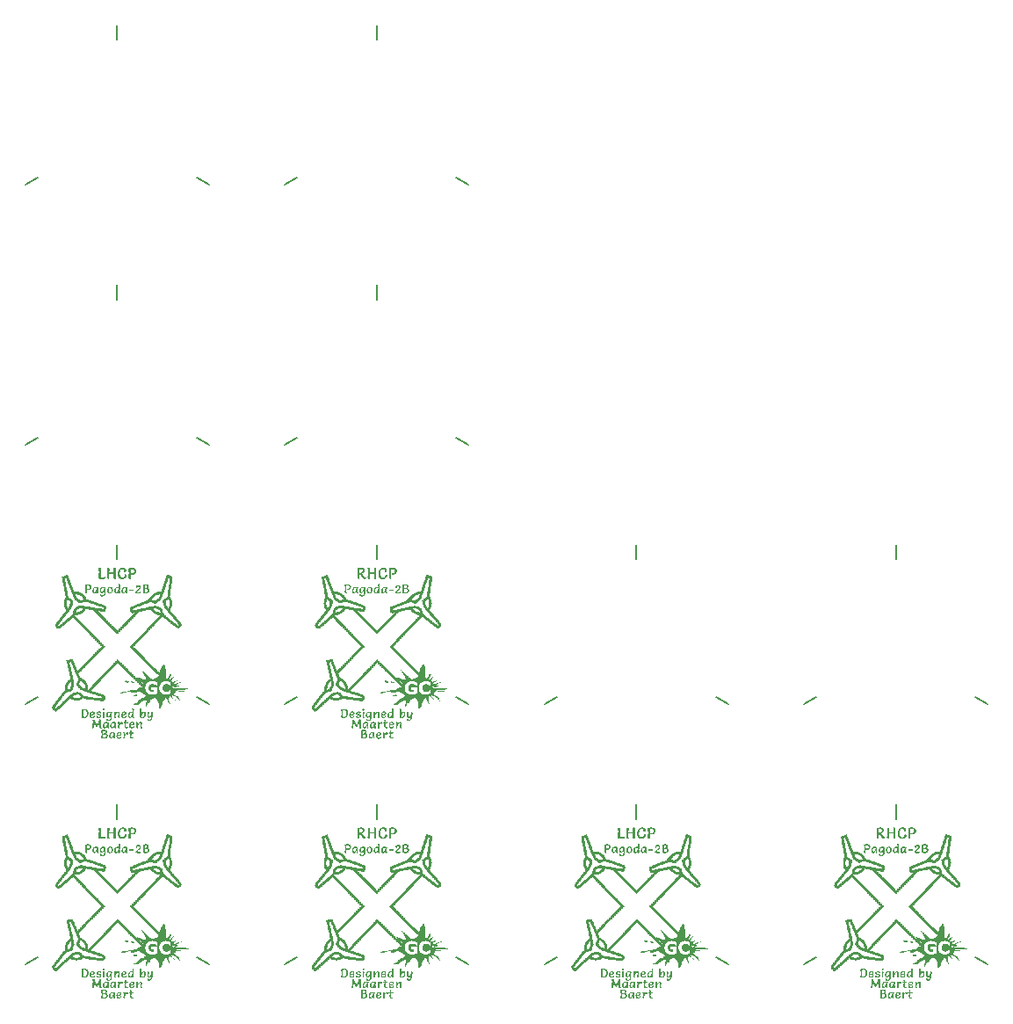
<source format=gto>
G04 This is an RS-274x file exported by *
G04 gerbv version 2.6.0 *
G04 More information is available about gerbv at *
G04 http://gerbv.gpleda.org/ *
G04 --End of header info--*
%MOIN*%
%FSLAX34Y34*%
%IPPOS*%
G04 --Define apertures--*
%ADD10C,0.0000*%
%ADD11C,0.0079*%
%ADD12C,0.0079*%
G04 --Start main section--*
G54D10*
G36*
G01X0000757Y-001669D02*
G01X0000771Y-001669D01*
G01X0000771Y-001682D01*
G01X0000771Y-001696D01*
G01X0000771Y-001709D01*
G01X0000771Y-001722D01*
G01X0000691Y-001722D01*
G01X0000691Y-001709D01*
G01X0000625Y-001709D01*
G01X0000625Y-001696D01*
G01X0000612Y-001696D01*
G01X0000612Y-001682D01*
G01X0000638Y-001682D01*
G01X0000638Y-001669D01*
G01X0000691Y-001669D01*
G01X0000691Y-001656D01*
G01X0000757Y-001656D01*
G01X0000757Y-001669D01*
G37*
G36*
G01X0000757Y-001669D02*
G37*
G36*
G01X0001908Y0002894D02*
G01X0001948Y0002894D01*
G01X0001948Y0002881D01*
G01X0001987Y0002881D01*
G01X0001987Y0002867D01*
G01X0002027Y0002867D01*
G01X0002027Y0002854D01*
G01X0002067Y0002854D01*
G01X0002067Y0002841D01*
G01X0002107Y0002841D01*
G01X0002107Y0002828D01*
G01X0002107Y0002814D01*
G01X0002107Y0002801D01*
G01X0002107Y0002788D01*
G01X0002107Y0002775D01*
G01X0002107Y0002762D01*
G01X0002107Y0002748D01*
G01X0002107Y0002735D01*
G01X0002093Y0002735D01*
G01X0002093Y0002722D01*
G01X0002093Y0002709D01*
G01X0002093Y0002695D01*
G01X0002093Y0002682D01*
G01X0002093Y0002669D01*
G01X0002093Y0002656D01*
G01X0002093Y0002643D01*
G01X0002080Y0002643D01*
G01X0002080Y0002629D01*
G01X0002080Y0002616D01*
G01X0002080Y0002603D01*
G01X0002080Y0002590D01*
G01X0002080Y0002576D01*
G01X0002080Y0002563D01*
G01X0002080Y0002550D01*
G01X0002067Y0002550D01*
G01X0002067Y0002537D01*
G01X0002067Y0002523D01*
G01X0002067Y0002510D01*
G01X0002067Y0002497D01*
G01X0002067Y0002484D01*
G01X0002067Y0002471D01*
G01X0002067Y0002457D01*
G01X0002054Y0002457D01*
G01X0002054Y0002444D01*
G01X0002054Y0002431D01*
G01X0002054Y0002418D01*
G01X0002054Y0002404D01*
G01X0002054Y0002391D01*
G01X0002054Y0002378D01*
G01X0002054Y0002365D01*
G01X0002040Y0002365D01*
G01X0002040Y0002352D01*
G01X0002040Y0002338D01*
G01X0002040Y0002325D01*
G01X0002040Y0002312D01*
G01X0002040Y0002299D01*
G01X0002040Y0002285D01*
G01X0002040Y0002272D01*
G01X0002027Y0002272D01*
G01X0002027Y0002259D01*
G01X0002027Y0002246D01*
G01X0002027Y0002233D01*
G01X0002027Y0002219D01*
G01X0002027Y0002206D01*
G01X0002027Y0002193D01*
G01X0002027Y0002180D01*
G01X0002014Y0002180D01*
G01X0002014Y0002166D01*
G01X0002014Y0002153D01*
G01X0002014Y0002140D01*
G01X0002014Y0002127D01*
G01X0002014Y0002113D01*
G01X0002014Y0002100D01*
G01X0002014Y0002087D01*
G01X0002001Y0002087D01*
G01X0002001Y0002074D01*
G01X0002001Y0002061D01*
G01X0002014Y0002061D01*
G01X0002014Y0002047D01*
G01X0002027Y0002047D01*
G01X0002027Y0002034D01*
G01X0002027Y0002021D01*
G01X0002040Y0002021D01*
G01X0002040Y0002008D01*
G01X0002040Y0001994D01*
G01X0002054Y0001994D01*
G01X0002054Y0001981D01*
G01X0002054Y0001968D01*
G01X0002067Y0001968D01*
G01X0002067Y0001955D01*
G01X0002067Y0001942D01*
G01X0002067Y0001928D01*
G01X0002067Y0001915D01*
G01X0002080Y0001915D01*
G01X0002080Y0001902D01*
G01X0002080Y0001889D01*
G01X0002080Y0001875D01*
G01X0002080Y0001862D01*
G01X0002080Y0001849D01*
G01X0002080Y0001836D01*
G01X0002093Y0001836D01*
G01X0002093Y0001823D01*
G01X0002093Y0001809D01*
G01X0002093Y0001796D01*
G01X0002080Y0001796D01*
G01X0002080Y0001783D01*
G01X0002080Y0001770D01*
G01X0002080Y0001756D01*
G01X0002080Y0001743D01*
G01X0002080Y0001730D01*
G01X0002080Y0001717D01*
G01X0002080Y0001703D01*
G01X0002067Y0001703D01*
G01X0002067Y0001690D01*
G01X0002067Y0001677D01*
G01X0002067Y0001664D01*
G01X0002054Y0001664D01*
G01X0002054Y0001651D01*
G01X0002054Y0001637D01*
G01X0002054Y0001624D01*
G01X0002040Y0001624D01*
G01X0002040Y0001611D01*
G01X0002040Y0001598D01*
G01X0002027Y0001598D01*
G01X0002027Y0001584D01*
G01X0002014Y0001584D01*
G01X0002014Y0001571D01*
G01X0002014Y0001558D01*
G01X0002001Y0001558D01*
G01X0002001Y0001545D01*
G01X0002014Y0001545D01*
G01X0002014Y0001532D01*
G01X0002027Y0001532D01*
G01X0002027Y0001518D01*
G01X0002040Y0001518D01*
G01X0002040Y0001505D01*
G01X0002054Y0001505D01*
G01X0002054Y0001492D01*
G01X0002054Y0001479D01*
G01X0002067Y0001479D01*
G01X0002067Y0001465D01*
G01X0002080Y0001465D01*
G01X0002080Y0001452D01*
G01X0002093Y0001452D01*
G01X0002093Y0001439D01*
G01X0002107Y0001439D01*
G01X0002107Y0001426D01*
G01X0002120Y0001426D01*
G01X0002120Y0001413D01*
G01X0002133Y0001413D01*
G01X0002133Y0001399D01*
G01X0002146Y0001399D01*
G01X0002146Y0001386D01*
G01X0002159Y0001386D01*
G01X0002159Y0001373D01*
G01X0002159Y0001360D01*
G01X0002173Y0001360D01*
G01X0002173Y0001346D01*
G01X0002186Y0001346D01*
G01X0002186Y0001333D01*
G01X0002199Y0001333D01*
G01X0002199Y0001320D01*
G01X0002212Y0001320D01*
G01X0002212Y0001307D01*
G01X0002226Y0001307D01*
G01X0002226Y0001293D01*
G01X0002239Y0001293D01*
G01X0002239Y0001280D01*
G01X0002252Y0001280D01*
G01X0002252Y0001267D01*
G01X0002265Y0001267D01*
G01X0002265Y0001254D01*
G01X0002265Y0001241D01*
G01X0002278Y0001241D01*
G01X0002278Y0001227D01*
G01X0002292Y0001227D01*
G01X0002292Y0001214D01*
G01X0002305Y0001214D01*
G01X0002305Y0001201D01*
G01X0002318Y0001201D01*
G01X0002318Y0001188D01*
G01X0002331Y0001188D01*
G01X0002331Y0001174D01*
G01X0002345Y0001174D01*
G01X0002345Y0001161D01*
G01X0002345Y0001148D01*
G01X0002358Y0001148D01*
G01X0002358Y0001135D01*
G01X0002371Y0001135D01*
G01X0002371Y0001122D01*
G01X0002384Y0001122D01*
G01X0002384Y0001108D01*
G01X0002397Y0001108D01*
G01X0002397Y0001095D01*
G01X0002397Y0001082D01*
G01X0002411Y0001082D01*
G01X0002411Y0001069D01*
G01X0002424Y0001069D01*
G01X0002424Y0001055D01*
G01X0002424Y0001042D01*
G01X0002437Y0001042D01*
G01X0002437Y0001029D01*
G01X0002437Y0001016D01*
G01X0002450Y0001016D01*
G01X0002450Y0001003D01*
G01X0002450Y0000989D01*
G01X0002450Y0000976D01*
G01X0002450Y0000963D01*
G01X0002437Y0000963D01*
G01X0002437Y0000950D01*
G01X0002437Y0000936D01*
G01X0002424Y0000936D01*
G01X0002424Y0000923D01*
G01X0002411Y0000923D01*
G01X0002411Y0000910D01*
G01X0002397Y0000910D01*
G01X0002397Y0000897D01*
G01X0002371Y0000897D01*
G01X0002371Y0000883D01*
G01X0002358Y0000883D01*
G01X0002358Y0000870D01*
G01X0002278Y0000870D01*
G01X0002278Y0000883D01*
G01X0002265Y0000883D01*
G01X0002265Y0000897D01*
G01X0002239Y0000897D01*
G01X0002239Y0000910D01*
G01X0002226Y0000910D01*
G01X0002226Y0000923D01*
G01X0002199Y0000923D01*
G01X0002199Y0000936D01*
G01X0002186Y0000936D01*
G01X0002186Y0000950D01*
G01X0002173Y0000950D01*
G01X0002173Y0000963D01*
G01X0002146Y0000963D01*
G01X0002146Y0000976D01*
G01X0002133Y0000976D01*
G01X0002133Y0000989D01*
G01X0002120Y0000989D01*
G01X0002120Y0001003D01*
G01X0002093Y0001003D01*
G01X0002093Y0001016D01*
G01X0002080Y0001016D01*
G01X0002080Y0001029D01*
G01X0002067Y0001029D01*
G01X0002067Y0001042D01*
G01X0002040Y0001042D01*
G01X0002040Y0001055D01*
G01X0002027Y0001055D01*
G01X0002027Y0001069D01*
G01X0002014Y0001069D01*
G01X0002014Y0001082D01*
G01X0002001Y0001082D01*
G01X0002001Y0001095D01*
G01X0001974Y0001095D01*
G01X0001974Y0001108D01*
G01X0001961Y0001108D01*
G01X0001961Y0001122D01*
G01X0001948Y0001122D01*
G01X0001948Y0001135D01*
G01X0001935Y0001135D01*
G01X0001935Y0001148D01*
G01X0001908Y0001148D01*
G01X0001908Y0001161D01*
G01X0001895Y0001161D01*
G01X0001895Y0001174D01*
G01X0001882Y0001174D01*
G01X0001882Y0001188D01*
G01X0001868Y0001188D01*
G01X0001868Y0001201D01*
G01X0001842Y0001201D01*
G01X0001842Y0001214D01*
G01X0001829Y0001214D01*
G01X0001829Y0001227D01*
G01X0001816Y0001227D01*
G01X0001816Y0001241D01*
G01X0001802Y0001241D01*
G01X0001802Y0001254D01*
G01X0001789Y0001254D01*
G01X0001789Y0001267D01*
G01X0001763Y0001267D01*
G01X0001763Y0001280D01*
G01X0001749Y0001280D01*
G01X0001749Y0001293D01*
G01X0001736Y0001293D01*
G01X0001736Y0001307D01*
G01X0001723Y0001307D01*
G01X0001723Y0001293D01*
G01X0001710Y0001293D01*
G01X0001710Y0001280D01*
G01X0001697Y0001280D01*
G01X0001697Y0001267D01*
G01X0001683Y0001267D01*
G01X0001683Y0001254D01*
G01X0001670Y0001254D01*
G01X0001670Y0001241D01*
G01X0001657Y0001241D01*
G01X0001657Y0001227D01*
G01X0001644Y0001227D01*
G01X0001644Y0001214D01*
G01X0001630Y0001214D01*
G01X0001630Y0001201D01*
G01X0001617Y0001201D01*
G01X0001617Y0001188D01*
G01X0001604Y0001188D01*
G01X0001604Y0001174D01*
G01X0001591Y0001174D01*
G01X0001591Y0001161D01*
G01X0001577Y0001161D01*
G01X0001577Y0001148D01*
G01X0001564Y0001148D01*
G01X0001564Y0001135D01*
G01X0001551Y0001135D01*
G01X0001551Y0001122D01*
G01X0001538Y0001122D01*
G01X0001538Y0001108D01*
G01X0001525Y0001108D01*
G01X0001525Y0001095D01*
G01X0001511Y0001095D01*
G01X0001511Y0001082D01*
G01X0001498Y0001082D01*
G01X0001498Y0001069D01*
G01X0001485Y0001069D01*
G01X0001485Y0001055D01*
G01X0001472Y0001055D01*
G01X0001472Y0001042D01*
G01X0001458Y0001042D01*
G01X0001458Y0001029D01*
G01X0001445Y0001029D01*
G01X0001445Y0001016D01*
G01X0001432Y0001016D01*
G01X0001432Y0001003D01*
G01X0001419Y0001003D01*
G01X0001419Y0000989D01*
G01X0001419Y0000976D01*
G01X0001406Y0000976D01*
G01X0001406Y0000963D01*
G01X0001392Y0000963D01*
G01X0001392Y0000950D01*
G01X0001379Y0000950D01*
G01X0001379Y0000936D01*
G01X0001366Y0000936D01*
G01X0001366Y0000923D01*
G01X0001353Y0000923D01*
G01X0001353Y0000910D01*
G01X0001339Y0000910D01*
G01X0001339Y0000897D01*
G01X0001326Y0000897D01*
G01X0001326Y0000883D01*
G01X0001313Y0000883D01*
G01X0001313Y0000870D01*
G01X0001300Y0000870D01*
G01X0001300Y0000857D01*
G01X0001286Y0000857D01*
G01X0001286Y0000844D01*
G01X0001273Y0000844D01*
G01X0001273Y0000831D01*
G01X0001260Y0000831D01*
G01X0001260Y0000817D01*
G01X0001247Y0000817D01*
G01X0001247Y0000804D01*
G01X0001234Y0000804D01*
G01X0001234Y0000791D01*
G01X0001220Y0000791D01*
G01X0001220Y0000778D01*
G01X0001207Y0000778D01*
G01X0001207Y0000764D01*
G01X0001194Y0000764D01*
G01X0001194Y0000751D01*
G01X0001181Y0000751D01*
G01X0001181Y0000738D01*
G01X0001167Y0000738D01*
G01X0001167Y0000725D01*
G01X0001154Y0000725D01*
G01X0001154Y0000712D01*
G01X0001141Y0000712D01*
G01X0001141Y0000698D01*
G01X0001128Y0000698D01*
G01X0001128Y0000685D01*
G01X0001115Y0000685D01*
G01X0001115Y0000672D01*
G01X0001101Y0000672D01*
G01X0001101Y0000659D01*
G01X0001088Y0000659D01*
G01X0001088Y0000645D01*
G01X0001075Y0000645D01*
G01X0001075Y0000632D01*
G01X0001075Y0000619D01*
G01X0001062Y0000619D01*
G01X0001062Y0000606D01*
G01X0001048Y0000606D01*
G01X0001048Y0000592D01*
G01X0001035Y0000592D01*
G01X0001035Y0000579D01*
G01X0001022Y0000579D01*
G01X0001022Y0000566D01*
G01X0001009Y0000566D01*
G01X0001009Y0000553D01*
G01X0000996Y0000553D01*
G01X0000996Y0000540D01*
G01X0000982Y0000540D01*
G01X0000982Y0000526D01*
G01X0000969Y0000526D01*
G01X0000969Y0000513D01*
G01X0000956Y0000513D01*
G01X0000956Y0000500D01*
G01X0000943Y0000500D01*
G01X0000943Y0000487D01*
G01X0000929Y0000487D01*
G01X0000929Y0000473D01*
G01X0000916Y0000473D01*
G01X0000916Y0000460D01*
G01X0000903Y0000460D01*
G01X0000903Y0000447D01*
G01X0000890Y0000447D01*
G01X0000890Y0000434D01*
G01X0000876Y0000434D01*
G01X0000876Y0000421D01*
G01X0000863Y0000421D01*
G01X0000863Y0000407D01*
G01X0000850Y0000407D01*
G01X0000850Y0000394D01*
G01X0000837Y0000394D01*
G01X0000837Y0000381D01*
G01X0000824Y0000381D01*
G01X0000824Y0000368D01*
G01X0000810Y0000368D01*
G01X0000810Y0000354D01*
G01X0000797Y0000354D01*
G01X0000797Y0000341D01*
G01X0000784Y0000341D01*
G01X0000784Y0000328D01*
G01X0000771Y0000328D01*
G01X0000771Y0000315D01*
G01X0000757Y0000315D01*
G01X0000757Y0000301D01*
G01X0000744Y0000301D01*
G01X0000744Y0000288D01*
G01X0000731Y0000288D01*
G01X0000731Y0000275D01*
G01X0000718Y0000275D01*
G01X0000718Y0000262D01*
G01X0000718Y0000249D01*
G01X0000705Y0000249D01*
G01X0000705Y0000235D01*
G01X0000691Y0000235D01*
G01X0000691Y0000222D01*
G01X0000678Y0000222D01*
G01X0000678Y0000209D01*
G01X0000665Y0000209D01*
G01X0000665Y0000196D01*
G01X0000652Y0000196D01*
G01X0000652Y0000182D01*
G01X0000638Y0000182D01*
G01X0000638Y0000169D01*
G01X0000625Y0000169D01*
G01X0000625Y0000156D01*
G01X0000638Y0000156D01*
G01X0000638Y0000143D01*
G01X0000652Y0000143D01*
G01X0000652Y0000130D01*
G01X0000665Y0000130D01*
G01X0000665Y0000116D01*
G01X0000678Y0000116D01*
G01X0000678Y0000103D01*
G01X0000691Y0000103D01*
G01X0000691Y0000090D01*
G01X0000705Y0000090D01*
G01X0000705Y0000077D01*
G01X0000718Y0000077D01*
G01X0000718Y0000063D01*
G01X0000731Y0000063D01*
G01X0000731Y0000050D01*
G01X0000744Y0000050D01*
G01X0000744Y0000037D01*
G01X0000757Y0000037D01*
G01X0000757Y0000024D01*
G01X0000771Y0000024D01*
G01X0000771Y0000011D01*
G01X0000784Y0000011D01*
G01X0000784Y-000003D01*
G01X0000797Y-000003D01*
G01X0000797Y-000016D01*
G01X0000810Y-000016D01*
G01X0000810Y-000029D01*
G01X0000824Y-000029D01*
G01X0000824Y-000042D01*
G01X0000837Y-000042D01*
G01X0000837Y-000056D01*
G01X0000850Y-000056D01*
G01X0000850Y-000069D01*
G01X0000863Y-000069D01*
G01X0000863Y-000082D01*
G01X0000876Y-000082D01*
G01X0000876Y-000095D01*
G01X0000890Y-000095D01*
G01X0000890Y-000109D01*
G01X0000903Y-000109D01*
G01X0000903Y-000122D01*
G01X0000916Y-000122D01*
G01X0000916Y-000135D01*
G01X0000929Y-000135D01*
G01X0000929Y-000148D01*
G01X0000943Y-000148D01*
G01X0000943Y-000161D01*
G01X0000956Y-000161D01*
G01X0000956Y-000175D01*
G01X0000969Y-000175D01*
G01X0000969Y-000188D01*
G01X0000982Y-000188D01*
G01X0000982Y-000201D01*
G01X0000996Y-000201D01*
G01X0000996Y-000214D01*
G01X0001009Y-000214D01*
G01X0001009Y-000228D01*
G01X0001022Y-000228D01*
G01X0001022Y-000241D01*
G01X0001035Y-000241D01*
G01X0001035Y-000254D01*
G01X0001048Y-000254D01*
G01X0001048Y-000267D01*
G01X0001062Y-000267D01*
G01X0001062Y-000280D01*
G01X0001062Y-000294D01*
G01X0001075Y-000294D01*
G01X0001075Y-000307D01*
G01X0001088Y-000307D01*
G01X0001088Y-000320D01*
G01X0001101Y-000320D01*
G01X0001101Y-000333D01*
G01X0001115Y-000333D01*
G01X0001115Y-000347D01*
G01X0001128Y-000347D01*
G01X0001128Y-000360D01*
G01X0001141Y-000360D01*
G01X0001141Y-000373D01*
G01X0001154Y-000373D01*
G01X0001154Y-000386D01*
G01X0001167Y-000386D01*
G01X0001167Y-000400D01*
G01X0001181Y-000400D01*
G01X0001181Y-000413D01*
G01X0001194Y-000413D01*
G01X0001194Y-000426D01*
G01X0001207Y-000426D01*
G01X0001207Y-000439D01*
G01X0001220Y-000439D01*
G01X0001220Y-000452D01*
G01X0001234Y-000452D01*
G01X0001234Y-000466D01*
G01X0001247Y-000466D01*
G01X0001247Y-000479D01*
G01X0001260Y-000479D01*
G01X0001260Y-000492D01*
G01X0001273Y-000492D01*
G01X0001273Y-000505D01*
G01X0001286Y-000505D01*
G01X0001286Y-000519D01*
G01X0001300Y-000519D01*
G01X0001300Y-000532D01*
G01X0001313Y-000532D01*
G01X0001313Y-000545D01*
G01X0001326Y-000545D01*
G01X0001326Y-000558D01*
G01X0001339Y-000558D01*
G01X0001339Y-000571D01*
G01X0001353Y-000571D01*
G01X0001353Y-000585D01*
G01X0001366Y-000585D01*
G01X0001366Y-000598D01*
G01X0001379Y-000598D01*
G01X0001379Y-000611D01*
G01X0001392Y-000611D01*
G01X0001392Y-000624D01*
G01X0001406Y-000624D01*
G01X0001406Y-000638D01*
G01X0001432Y-000638D01*
G01X0001432Y-000651D01*
G01X0001445Y-000651D01*
G01X0001445Y-000664D01*
G01X0001458Y-000664D01*
G01X0001458Y-000677D01*
G01X0001472Y-000677D01*
G01X0001472Y-000690D01*
G01X0001485Y-000690D01*
G01X0001485Y-000704D01*
G01X0001498Y-000704D01*
G01X0001498Y-000717D01*
G01X0001511Y-000717D01*
G01X0001511Y-000730D01*
G01X0001525Y-000730D01*
G01X0001525Y-000743D01*
G01X0001538Y-000743D01*
G01X0001538Y-000757D01*
G01X0001551Y-000757D01*
G01X0001551Y-000770D01*
G01X0001564Y-000770D01*
G01X0001564Y-000783D01*
G01X0001577Y-000783D01*
G01X0001577Y-000796D01*
G01X0001591Y-000796D01*
G01X0001591Y-000810D01*
G01X0001604Y-000810D01*
G01X0001604Y-000796D01*
G01X0001617Y-000796D01*
G01X0001617Y-000783D01*
G01X0001617Y-000770D01*
G01X0001617Y-000757D01*
G01X0001630Y-000757D01*
G01X0001630Y-000743D01*
G01X0001630Y-000730D01*
G01X0001630Y-000717D01*
G01X0001644Y-000717D01*
G01X0001644Y-000704D01*
G01X0001644Y-000690D01*
G01X0001644Y-000677D01*
G01X0001657Y-000677D01*
G01X0001657Y-000664D01*
G01X0001657Y-000651D01*
G01X0001657Y-000638D01*
G01X0001670Y-000638D01*
G01X0001670Y-000624D01*
G01X0001683Y-000624D01*
G01X0001683Y-000611D01*
G01X0001683Y-000598D01*
G01X0001697Y-000598D01*
G01X0001697Y-000585D01*
G01X0001710Y-000585D01*
G01X0001710Y-000571D01*
G01X0001723Y-000571D01*
G01X0001723Y-000558D01*
G01X0001723Y-000545D01*
G01X0001736Y-000545D01*
G01X0001736Y-000532D01*
G01X0001749Y-000532D01*
G01X0001749Y-000519D01*
G01X0001749Y-000505D01*
G01X0001763Y-000505D01*
G01X0001763Y-000492D01*
G01X0001789Y-000492D01*
G01X0001789Y-000505D01*
G01X0001802Y-000505D01*
G01X0001802Y-000519D01*
G01X0001802Y-000532D01*
G01X0001816Y-000532D01*
G01X0001816Y-000545D01*
G01X0001816Y-000558D01*
G01X0001816Y-000571D01*
G01X0001816Y-000585D01*
G01X0001829Y-000585D01*
G01X0001829Y-000598D01*
G01X0001829Y-000611D01*
G01X0001829Y-000624D01*
G01X0001829Y-000638D01*
G01X0001829Y-000651D01*
G01X0001829Y-000664D01*
G01X0001829Y-000677D01*
G01X0001829Y-000690D01*
G01X0001842Y-000690D01*
G01X0001842Y-000704D01*
G01X0001842Y-000717D01*
G01X0001842Y-000730D01*
G01X0001842Y-000743D01*
G01X0001842Y-000757D01*
G01X0001842Y-000770D01*
G01X0001842Y-000783D01*
G01X0001842Y-000796D01*
G01X0001842Y-000810D01*
G01X0001842Y-000823D01*
G01X0001842Y-000836D01*
G01X0001842Y-000849D01*
G01X0001842Y-000862D01*
G01X0001842Y-000876D01*
G01X0001842Y-000889D01*
G01X0001842Y-000902D01*
G01X0001842Y-000915D01*
G01X0001842Y-000929D01*
G01X0001842Y-000942D01*
G01X0001842Y-000955D01*
G01X0001842Y-000968D01*
G01X0001855Y-000968D01*
G01X0001855Y-000981D01*
G01X0001855Y-000995D01*
G01X0001855Y-001008D01*
G01X0001855Y-001021D01*
G01X0001868Y-001021D01*
G01X0001868Y-001034D01*
G01X0001908Y-001034D01*
G01X0001908Y-001021D01*
G01X0001921Y-001021D01*
G01X0001921Y-001008D01*
G01X0001935Y-001008D01*
G01X0001935Y-000995D01*
G01X0001948Y-000995D01*
G01X0001948Y-000981D01*
G01X0001948Y-000968D01*
G01X0001961Y-000968D01*
G01X0001961Y-000955D01*
G01X0001961Y-000942D01*
G01X0001974Y-000942D01*
G01X0001974Y-000929D01*
G01X0001974Y-000915D01*
G01X0001974Y-000902D01*
G01X0001987Y-000902D01*
G01X0001987Y-000889D01*
G01X0002001Y-000889D01*
G01X0002001Y-000876D01*
G01X0002014Y-000876D01*
G01X0002014Y-000862D01*
G01X0002040Y-000862D01*
G01X0002040Y-000876D01*
G01X0002067Y-000876D01*
G01X0002067Y-000889D01*
G01X0002067Y-000902D01*
G01X0002054Y-000902D01*
G01X0002054Y-000915D01*
G01X0002054Y-000929D01*
G01X0002054Y-000942D01*
G01X0002040Y-000942D01*
G01X0002040Y-000955D01*
G01X0002040Y-000968D01*
G01X0002027Y-000968D01*
G01X0002027Y-000981D01*
G01X0002014Y-000981D01*
G01X0002014Y-000995D01*
G01X0002014Y-001008D01*
G01X0002001Y-001008D01*
G01X0002001Y-001021D01*
G01X0002001Y-001034D01*
G01X0001987Y-001034D01*
G01X0001987Y-001048D01*
G01X0001987Y-001061D01*
G01X0001974Y-001061D01*
G01X0001974Y-001074D01*
G01X0002014Y-001074D01*
G01X0002014Y-001061D01*
G01X0002040Y-001061D01*
G01X0002040Y-001048D01*
G01X0002054Y-001048D01*
G01X0002054Y-001034D01*
G01X0002067Y-001034D01*
G01X0002067Y-001021D01*
G01X0002080Y-001021D01*
G01X0002080Y-001008D01*
G01X0002093Y-001008D01*
G01X0002093Y-000995D01*
G01X0002120Y-000995D01*
G01X0002120Y-000981D01*
G01X0002133Y-000981D01*
G01X0002133Y-000968D01*
G01X0002146Y-000968D01*
G01X0002146Y-000981D01*
G01X0002146Y-000995D01*
G01X0002133Y-000995D01*
G01X0002133Y-001008D01*
G01X0002133Y-001021D01*
G01X0002120Y-001021D01*
G01X0002120Y-001034D01*
G01X0002107Y-001034D01*
G01X0002107Y-001048D01*
G01X0002107Y-001061D01*
G01X0002093Y-001061D01*
G01X0002093Y-001074D01*
G01X0002080Y-001074D01*
G01X0002080Y-001087D01*
G01X0002080Y-001100D01*
G01X0002067Y-001100D01*
G01X0002067Y-001114D01*
G01X0002067Y-001127D01*
G01X0002054Y-001127D01*
G01X0002054Y-001140D01*
G01X0002054Y-001153D01*
G01X0002107Y-001153D01*
G01X0002107Y-001167D01*
G01X0002146Y-001167D01*
G01X0002146Y-001153D01*
G01X0002186Y-001153D01*
G01X0002186Y-001140D01*
G01X0002212Y-001140D01*
G01X0002212Y-001127D01*
G01X0002252Y-001127D01*
G01X0002252Y-001114D01*
G01X0002278Y-001114D01*
G01X0002278Y-001127D01*
G01X0002265Y-001127D01*
G01X0002265Y-001140D01*
G01X0002239Y-001140D01*
G01X0002239Y-001153D01*
G01X0002226Y-001153D01*
G01X0002226Y-001167D01*
G01X0002199Y-001167D01*
G01X0002199Y-001180D01*
G01X0002186Y-001180D01*
G01X0002186Y-001193D01*
G01X0002173Y-001193D01*
G01X0002173Y-001206D01*
G01X0002146Y-001206D01*
G01X0002146Y-001220D01*
G01X0002146Y-001233D01*
G01X0002146Y-001246D01*
G01X0002226Y-001246D01*
G01X0002226Y-001233D01*
G01X0002265Y-001233D01*
G01X0002265Y-001220D01*
G01X0002305Y-001220D01*
G01X0002305Y-001206D01*
G01X0002331Y-001206D01*
G01X0002331Y-001193D01*
G01X0002371Y-001193D01*
G01X0002371Y-001180D01*
G01X0002411Y-001180D01*
G01X0002411Y-001167D01*
G01X0002464Y-001167D01*
G01X0002464Y-001180D01*
G01X0002424Y-001180D01*
G01X0002424Y-001193D01*
G01X0002397Y-001193D01*
G01X0002397Y-001206D01*
G01X0002371Y-001206D01*
G01X0002371Y-001220D01*
G01X0002331Y-001220D01*
G01X0002331Y-001233D01*
G01X0002318Y-001233D01*
G01X0002318Y-001246D01*
G01X0002292Y-001246D01*
G01X0002292Y-001259D01*
G01X0002278Y-001259D01*
G01X0002278Y-001272D01*
G01X0002265Y-001272D01*
G01X0002265Y-001286D01*
G01X0002265Y-001299D01*
G01X0002292Y-001299D01*
G01X0002292Y-001312D01*
G01X0002345Y-001312D01*
G01X0002345Y-001325D01*
G01X0002318Y-001325D01*
G01X0002318Y-001339D01*
G01X0002292Y-001339D01*
G01X0002292Y-001352D01*
G01X0002265Y-001352D01*
G01X0002265Y-001365D01*
G01X0002212Y-001365D01*
G01X0002212Y-001378D01*
G01X0002159Y-001378D01*
G01X0002159Y-001365D01*
G01X0002173Y-001365D01*
G01X0002173Y-001352D01*
G01X0002186Y-001352D01*
G01X0002186Y-001339D01*
G01X0002186Y-001325D01*
G01X0002107Y-001325D01*
G01X0002107Y-001339D01*
G01X0002107Y-001352D01*
G01X0002107Y-001365D01*
G01X0002120Y-001365D01*
G01X0002120Y-001378D01*
G01X0002133Y-001378D01*
G01X0002133Y-001391D01*
G01X0002159Y-001391D01*
G01X0002159Y-001405D01*
G01X0002450Y-001405D01*
G01X0002450Y-001391D01*
G01X0002503Y-001391D01*
G01X0002503Y-001405D01*
G01X0002609Y-001405D01*
G01X0002609Y-001418D01*
G01X0002688Y-001418D01*
G01X0002688Y-001431D01*
G01X0002715Y-001431D01*
G01X0002715Y-001444D01*
G01X0002596Y-001444D01*
G01X0002596Y-001458D01*
G01X0002252Y-001458D01*
G01X0002252Y-001471D01*
G01X0002252Y-001484D01*
G01X0002278Y-001484D01*
G01X0002278Y-001497D01*
G01X0002437Y-001497D01*
G01X0002437Y-001510D01*
G01X0002569Y-001510D01*
G01X0002569Y-001524D01*
G01X0002318Y-001524D01*
G01X0002318Y-001510D01*
G01X0002239Y-001510D01*
G01X0002239Y-001524D01*
G01X0002212Y-001524D01*
G01X0002212Y-001537D01*
G01X0002212Y-001550D01*
G01X0002212Y-001563D01*
G01X0002212Y-001577D01*
G01X0002212Y-001590D01*
G01X0002186Y-001590D01*
G01X0002186Y-001603D01*
G01X0002159Y-001603D01*
G01X0002159Y-001616D01*
G01X0002159Y-001630D01*
G01X0002186Y-001630D01*
G01X0002186Y-001643D01*
G01X0002173Y-001643D01*
G01X0002173Y-001656D01*
G01X0002159Y-001656D01*
G01X0002159Y-001669D01*
G01X0002212Y-001669D01*
G01X0002212Y-001682D01*
G01X0002239Y-001682D01*
G01X0002239Y-001696D01*
G01X0002265Y-001696D01*
G01X0002265Y-001709D01*
G01X0002292Y-001709D01*
G01X0002292Y-001722D01*
G01X0002318Y-001722D01*
G01X0002318Y-001735D01*
G01X0002331Y-001735D01*
G01X0002331Y-001749D01*
G01X0002331Y-001762D01*
G01X0002345Y-001762D01*
G01X0002345Y-001775D01*
G01X0002345Y-001788D01*
G01X0002358Y-001788D01*
G01X0002358Y-001801D01*
G01X0002358Y-001815D01*
G01X0002371Y-001815D01*
G01X0002371Y-001828D01*
G01X0002371Y-001841D01*
G01X0002384Y-001841D01*
G01X0002384Y-001854D01*
G01X0002384Y-001868D01*
G01X0002397Y-001868D01*
G01X0002397Y-001881D01*
G01X0002397Y-001894D01*
G01X0002384Y-001894D01*
G01X0002384Y-001881D01*
G01X0002371Y-001881D01*
G01X0002371Y-001868D01*
G01X0002358Y-001868D01*
G01X0002358Y-001854D01*
G01X0002345Y-001854D01*
G01X0002345Y-001841D01*
G01X0002331Y-001841D01*
G01X0002331Y-001828D01*
G01X0002318Y-001828D01*
G01X0002318Y-001815D01*
G01X0002305Y-001815D01*
G01X0002305Y-001801D01*
G01X0002292Y-001801D01*
G01X0002292Y-001788D01*
G01X0002278Y-001788D01*
G01X0002278Y-001775D01*
G01X0002265Y-001775D01*
G01X0002265Y-001762D01*
G01X0002252Y-001762D01*
G01X0002252Y-001749D01*
G01X0002226Y-001749D01*
G01X0002226Y-001735D01*
G01X0002212Y-001735D01*
G01X0002212Y-001722D01*
G01X0002186Y-001722D01*
G01X0002186Y-001709D01*
G01X0002159Y-001709D01*
G01X0002159Y-001696D01*
G01X0002120Y-001696D01*
G01X0002120Y-001682D01*
G01X0002080Y-001682D01*
G01X0002080Y-001696D01*
G01X0002067Y-001696D01*
G01X0002067Y-001709D01*
G01X0002080Y-001709D01*
G01X0002080Y-001722D01*
G01X0002080Y-001735D01*
G01X0002093Y-001735D01*
G01X0002093Y-001749D01*
G01X0002093Y-001762D01*
G01X0002107Y-001762D01*
G01X0002107Y-001775D01*
G01X0002120Y-001775D01*
G01X0002120Y-001788D01*
G01X0002133Y-001788D01*
G01X0002133Y-001801D01*
G01X0002146Y-001801D01*
G01X0002146Y-001815D01*
G01X0002159Y-001815D01*
G01X0002159Y-001828D01*
G01X0002186Y-001828D01*
G01X0002186Y-001841D01*
G01X0002199Y-001841D01*
G01X0002199Y-001854D01*
G01X0002212Y-001854D01*
G01X0002212Y-001868D01*
G01X0002199Y-001868D01*
G01X0002199Y-001854D01*
G01X0002173Y-001854D01*
G01X0002173Y-001841D01*
G01X0002159Y-001841D01*
G01X0002159Y-001828D01*
G01X0002146Y-001828D01*
G01X0002146Y-001815D01*
G01X0002120Y-001815D01*
G01X0002120Y-001801D01*
G01X0002107Y-001801D01*
G01X0002107Y-001788D01*
G01X0002093Y-001788D01*
G01X0002093Y-001775D01*
G01X0002080Y-001775D01*
G01X0002080Y-001762D01*
G01X0002067Y-001762D01*
G01X0002067Y-001749D01*
G01X0002040Y-001749D01*
G01X0002040Y-001735D01*
G01X0002027Y-001735D01*
G01X0002027Y-001722D01*
G01X0001974Y-001722D01*
G01X0001974Y-001735D01*
G01X0001974Y-001749D01*
G01X0001974Y-001762D01*
G01X0001961Y-001762D01*
G01X0001961Y-001775D01*
G01X0001961Y-001788D01*
G01X0001961Y-001801D01*
G01X0001961Y-001815D01*
G01X0001961Y-001828D01*
G01X0001961Y-001841D01*
G01X0001961Y-001854D01*
G01X0001961Y-001868D01*
G01X0001961Y-001881D01*
G01X0001961Y-001894D01*
G01X0001974Y-001894D01*
G01X0001974Y-001907D01*
G01X0001974Y-001921D01*
G01X0001974Y-001934D01*
G01X0001987Y-001934D01*
G01X0001987Y-001947D01*
G01X0001987Y-001960D01*
G01X0002001Y-001960D01*
G01X0002001Y-001973D01*
G01X0002001Y-001987D01*
G01X0002014Y-001987D01*
G01X0002014Y-002000D01*
G01X0002001Y-002000D01*
G01X0002001Y-002013D01*
G01X0001987Y-002013D01*
G01X0001987Y-002000D01*
G01X0001974Y-002000D01*
G01X0001974Y-001987D01*
G01X0001961Y-001987D01*
G01X0001961Y-001973D01*
G01X0001961Y-001960D01*
G01X0001948Y-001960D01*
G01X0001948Y-001947D01*
G01X0001948Y-001934D01*
G01X0001935Y-001934D01*
G01X0001935Y-001921D01*
G01X0001935Y-001907D01*
G01X0001921Y-001907D01*
G01X0001921Y-001894D01*
G01X0001921Y-001881D01*
G01X0001908Y-001881D01*
G01X0001908Y-001868D01*
G01X0001908Y-001854D01*
G01X0001895Y-001854D01*
G01X0001895Y-001841D01*
G01X0001895Y-001828D01*
G01X0001882Y-001828D01*
G01X0001882Y-001815D01*
G01X0001882Y-001801D01*
G01X0001868Y-001801D01*
G01X0001868Y-001788D01*
G01X0001829Y-001788D01*
G01X0001829Y-001801D01*
G01X0001816Y-001801D01*
G01X0001816Y-001815D01*
G01X0001816Y-001828D01*
G01X0001802Y-001828D01*
G01X0001802Y-001841D01*
G01X0001802Y-001854D01*
G01X0001789Y-001854D01*
G01X0001789Y-001868D01*
G01X0001776Y-001868D01*
G01X0001776Y-001881D01*
G01X0001763Y-001881D01*
G01X0001763Y-001894D01*
G01X0001749Y-001894D01*
G01X0001749Y-001907D01*
G01X0001736Y-001907D01*
G01X0001736Y-001921D01*
G01X0001736Y-001934D01*
G01X0001736Y-001947D01*
G01X0001736Y-001960D01*
G01X0001723Y-001960D01*
G01X0001723Y-001973D01*
G01X0001723Y-001987D01*
G01X0001723Y-002000D01*
G01X0001723Y-002013D01*
G01X0001710Y-002013D01*
G01X0001710Y-002026D01*
G01X0001710Y-002040D01*
G01X0001710Y-002053D01*
G01X0001697Y-002053D01*
G01X0001697Y-002066D01*
G01X0001697Y-002079D01*
G01X0001697Y-002092D01*
G01X0001683Y-002092D01*
G01X0001683Y-002106D01*
G01X0001683Y-002119D01*
G01X0001670Y-002119D01*
G01X0001670Y-002132D01*
G01X0001657Y-002132D01*
G01X0001657Y-002145D01*
G01X0001644Y-002145D01*
G01X0001644Y-002159D01*
G01X0001630Y-002159D01*
G01X0001630Y-002172D01*
G01X0001591Y-002172D01*
G01X0001591Y-002159D01*
G01X0001577Y-002159D01*
G01X0001577Y-002145D01*
G01X0001577Y-002132D01*
G01X0001577Y-002119D01*
G01X0001577Y-002106D01*
G01X0001577Y-002092D01*
G01X0001577Y-002079D01*
G01X0001577Y-002066D01*
G01X0001577Y-002053D01*
G01X0001577Y-002040D01*
G01X0001577Y-002026D01*
G01X0001577Y-002013D01*
G01X0001577Y-002000D01*
G01X0001577Y-001987D01*
G01X0001577Y-001973D01*
G01X0001577Y-001960D01*
G01X0001564Y-001960D01*
G01X0001564Y-001947D01*
G01X0001564Y-001934D01*
G01X0001564Y-001921D01*
G01X0001564Y-001907D01*
G01X0001551Y-001907D01*
G01X0001551Y-001894D01*
G01X0001538Y-001894D01*
G01X0001538Y-001881D01*
G01X0001525Y-001881D01*
G01X0001525Y-001868D01*
G01X0001525Y-001854D01*
G01X0001511Y-001854D01*
G01X0001511Y-001841D01*
G01X0001498Y-001841D01*
G01X0001498Y-001828D01*
G01X0001498Y-001815D01*
G01X0001472Y-001815D01*
G01X0001472Y-001801D01*
G01X0001458Y-001801D01*
G01X0001458Y-001788D01*
G01X0001392Y-001788D01*
G01X0001392Y-001801D01*
G01X0001353Y-001801D01*
G01X0001353Y-001815D01*
G01X0001326Y-001815D01*
G01X0001326Y-001828D01*
G01X0001300Y-001828D01*
G01X0001300Y-001841D01*
G01X0001273Y-001841D01*
G01X0001273Y-001854D01*
G01X0001260Y-001854D01*
G01X0001260Y-001868D01*
G01X0001260Y-001881D01*
G01X0001260Y-001894D01*
G01X0001260Y-001907D01*
G01X0001247Y-001907D01*
G01X0001247Y-001921D01*
G01X0001247Y-001934D01*
G01X0001247Y-001947D01*
G01X0001234Y-001947D01*
G01X0001234Y-001960D01*
G01X0001220Y-001960D01*
G01X0001220Y-001973D01*
G01X0001167Y-001973D01*
G01X0001167Y-001987D01*
G01X0001154Y-001987D01*
G01X0001154Y-002000D01*
G01X0001141Y-002000D01*
G01X0001141Y-002013D01*
G01X0001141Y-002026D01*
G01X0001141Y-002040D01*
G01X0001128Y-002040D01*
G01X0001128Y-002053D01*
G01X0001128Y-002066D01*
G01X0001115Y-002066D01*
G01X0001115Y-002079D01*
G01X0001115Y-002092D01*
G01X0001101Y-002092D01*
G01X0001101Y-002106D01*
G01X0001101Y-002119D01*
G01X0001088Y-002119D01*
G01X0001088Y-002132D01*
G01X0001088Y-002145D01*
G01X0001088Y-002159D01*
G01X0001075Y-002159D01*
G01X0001075Y-002145D01*
G01X0001075Y-002132D01*
G01X0001075Y-002119D01*
G01X0001075Y-002106D01*
G01X0001075Y-002092D01*
G01X0001075Y-002079D01*
G01X0001075Y-002066D01*
G01X0001088Y-002066D01*
G01X0001088Y-002053D01*
G01X0001088Y-002040D01*
G01X0001088Y-002026D01*
G01X0001088Y-002013D01*
G01X0001088Y-002000D01*
G01X0001101Y-002000D01*
G01X0001101Y-001987D01*
G01X0001101Y-001973D01*
G01X0001101Y-001960D01*
G01X0001101Y-001947D01*
G01X0001101Y-001934D01*
G01X0001115Y-001934D01*
G01X0001115Y-001921D01*
G01X0001115Y-001907D01*
G01X0001115Y-001894D01*
G01X0001115Y-001881D01*
G01X0001115Y-001868D01*
G01X0001035Y-001868D01*
G01X0001035Y-001881D01*
G01X0000996Y-001881D01*
G01X0000996Y-001894D01*
G01X0000969Y-001894D01*
G01X0000969Y-001907D01*
G01X0000956Y-001907D01*
G01X0000956Y-001921D01*
G01X0000929Y-001921D01*
G01X0000929Y-001934D01*
G01X0000916Y-001934D01*
G01X0000916Y-001947D01*
G01X0000890Y-001947D01*
G01X0000890Y-001960D01*
G01X0000876Y-001960D01*
G01X0000876Y-001973D01*
G01X0000863Y-001973D01*
G01X0000863Y-001987D01*
G01X0000850Y-001987D01*
G01X0000850Y-002000D01*
G01X0000837Y-002000D01*
G01X0000837Y-002013D01*
G01X0000810Y-002013D01*
G01X0000810Y-002026D01*
G01X0000678Y-002026D01*
G01X0000678Y-002040D01*
G01X0000638Y-002040D01*
G01X0000638Y-002026D01*
G01X0000638Y-002013D01*
G01X0000638Y-002000D01*
G01X0000665Y-002000D01*
G01X0000665Y-001987D01*
G01X0000718Y-001987D01*
G01X0000718Y-001973D01*
G01X0000744Y-001973D01*
G01X0000744Y-001960D01*
G01X0000757Y-001960D01*
G01X0000757Y-001947D01*
G01X0000771Y-001947D01*
G01X0000771Y-001934D01*
G01X0000784Y-001934D01*
G01X0000784Y-001921D01*
G01X0000797Y-001921D01*
G01X0000797Y-001907D01*
G01X0000797Y-001894D01*
G01X0000797Y-001881D01*
G01X0000810Y-001881D01*
G01X0000810Y-001868D01*
G01X0000824Y-001868D01*
G01X0000824Y-001854D01*
G01X0000837Y-001854D01*
G01X0000837Y-001841D01*
G01X0000863Y-001841D01*
G01X0000863Y-001828D01*
G01X0000876Y-001828D01*
G01X0000876Y-001815D01*
G01X0000903Y-001815D01*
G01X0000903Y-001801D01*
G01X0000929Y-001801D01*
G01X0000929Y-001788D01*
G01X0000982Y-001788D01*
G01X0000982Y-001775D01*
G01X0001009Y-001775D01*
G01X0001009Y-001762D01*
G01X0001022Y-001762D01*
G01X0001022Y-001749D01*
G01X0001035Y-001749D01*
G01X0001035Y-001735D01*
G01X0001048Y-001735D01*
G01X0001048Y-001722D01*
G01X0001062Y-001722D01*
G01X0001062Y-001709D01*
G01X0001075Y-001709D01*
G01X0001075Y-001696D01*
G01X0001075Y-001682D01*
G01X0001062Y-001682D01*
G01X0001062Y-001669D01*
G01X0001048Y-001669D01*
G01X0001048Y-001656D01*
G01X0001035Y-001656D01*
G01X0001035Y-001643D01*
G01X0001009Y-001643D01*
G01X0001009Y-001630D01*
G01X0000996Y-001630D01*
G01X0000996Y-001616D01*
G01X0000969Y-001616D01*
G01X0000969Y-001603D01*
G01X0000956Y-001603D01*
G01X0000956Y-001590D01*
G01X0000929Y-001590D01*
G01X0000929Y-001577D01*
G01X0000903Y-001577D01*
G01X0000903Y-001563D01*
G01X0000876Y-001563D01*
G01X0000876Y-001550D01*
G01X0000850Y-001550D01*
G01X0000850Y-001537D01*
G01X0000824Y-001537D01*
G01X0000824Y-001524D01*
G01X0000771Y-001524D01*
G01X0000771Y-001537D01*
G01X0000757Y-001537D01*
G01X0000757Y-001550D01*
G01X0000744Y-001550D01*
G01X0000744Y-001563D01*
G01X0000665Y-001563D01*
G01X0000665Y-001577D01*
G01X0000612Y-001577D01*
G01X0000612Y-001590D01*
G01X0000546Y-001590D01*
G01X0000546Y-001577D01*
G01X0000533Y-001577D01*
G01X0000533Y-001563D01*
G01X0000533Y-001550D01*
G01X0000533Y-001537D01*
G01X0000414Y-001537D01*
G01X0000414Y-001550D01*
G01X0000347Y-001550D01*
G01X0000347Y-001563D01*
G01X0000308Y-001563D01*
G01X0000308Y-001577D01*
G01X0000268Y-001577D01*
G01X0000268Y-001590D01*
G01X0000228Y-001590D01*
G01X0000228Y-001603D01*
G01X0000136Y-001603D01*
G01X0000136Y-001590D01*
G01X0000136Y-001577D01*
G01X0000149Y-001577D01*
G01X0000149Y-001563D01*
G01X0000175Y-001563D01*
G01X0000175Y-001550D01*
G01X0000202Y-001550D01*
G01X0000202Y-001537D01*
G01X0000242Y-001537D01*
G01X0000242Y-001524D01*
G01X0000374Y-001524D01*
G01X0000374Y-001510D01*
G01X0000440Y-001510D01*
G01X0000440Y-001497D01*
G01X0000506Y-001497D01*
G01X0000506Y-001484D01*
G01X0000612Y-001484D01*
G01X0000612Y-001471D01*
G01X0000731Y-001471D01*
G01X0000731Y-001458D01*
G01X0000757Y-001458D01*
G01X0000757Y-001444D01*
G01X0000771Y-001444D01*
G01X0000771Y-001431D01*
G01X0000784Y-001431D01*
G01X0000784Y-001418D01*
G01X0000797Y-001418D01*
G01X0000797Y-001405D01*
G01X0000810Y-001405D01*
G01X0000810Y-001391D01*
G01X0000837Y-001391D01*
G01X0000837Y-001378D01*
G01X0000850Y-001378D01*
G01X0000850Y-001365D01*
G01X0000943Y-001365D01*
G01X0000943Y-001352D01*
G01X0000929Y-001352D01*
G01X0000929Y-001339D01*
G01X0000916Y-001339D01*
G01X0000916Y-001325D01*
G01X0000903Y-001325D01*
G01X0000903Y-001312D01*
G01X0000890Y-001312D01*
G01X0000890Y-001299D01*
G01X0000876Y-001299D01*
G01X0000876Y-001286D01*
G01X0000863Y-001286D01*
G01X0000863Y-001272D01*
G01X0000850Y-001272D01*
G01X0000850Y-001259D01*
G01X0000837Y-001259D01*
G01X0000837Y-001246D01*
G01X0000824Y-001246D01*
G01X0000824Y-001233D01*
G01X0000810Y-001233D01*
G01X0000810Y-001220D01*
G01X0000797Y-001220D01*
G01X0000797Y-001206D01*
G01X0000784Y-001206D01*
G01X0000784Y-001193D01*
G01X0000771Y-001193D01*
G01X0000771Y-001180D01*
G01X0000757Y-001180D01*
G01X0000757Y-001167D01*
G01X0000744Y-001167D01*
G01X0000744Y-001153D01*
G01X0000731Y-001153D01*
G01X0000731Y-001140D01*
G01X0000718Y-001140D01*
G01X0000718Y-001127D01*
G01X0000705Y-001127D01*
G01X0000705Y-001114D01*
G01X0000691Y-001114D01*
G01X0000691Y-001100D01*
G01X0000678Y-001100D01*
G01X0000678Y-001087D01*
G01X0000665Y-001087D01*
G01X0000665Y-001074D01*
G01X0000652Y-001074D01*
G01X0000652Y-001061D01*
G01X0000638Y-001061D01*
G01X0000638Y-001048D01*
G01X0000625Y-001048D01*
G01X0000625Y-001034D01*
G01X0000612Y-001034D01*
G01X0000612Y-001021D01*
G01X0000599Y-001021D01*
G01X0000599Y-001008D01*
G01X0000585Y-001008D01*
G01X0000585Y-000995D01*
G01X0000572Y-000995D01*
G01X0000572Y-000981D01*
G01X0000559Y-000981D01*
G01X0000559Y-000968D01*
G01X0000533Y-000968D01*
G01X0000533Y-000955D01*
G01X0000519Y-000955D01*
G01X0000519Y-000942D01*
G01X0000506Y-000942D01*
G01X0000506Y-000929D01*
G01X0000493Y-000929D01*
G01X0000493Y-000915D01*
G01X0000480Y-000915D01*
G01X0000480Y-000902D01*
G01X0000466Y-000902D01*
G01X0000466Y-000889D01*
G01X0000453Y-000889D01*
G01X0000453Y-000876D01*
G01X0000440Y-000876D01*
G01X0000440Y-000862D01*
G01X0000427Y-000862D01*
G01X0000427Y-000849D01*
G01X0000414Y-000849D01*
G01X0000414Y-000836D01*
G01X0000400Y-000836D01*
G01X0000400Y-000823D01*
G01X0000387Y-000823D01*
G01X0000387Y-000810D01*
G01X0000374Y-000810D01*
G01X0000374Y-000796D01*
G01X0000361Y-000796D01*
G01X0000361Y-000783D01*
G01X0000347Y-000783D01*
G01X0000347Y-000770D01*
G01X0000334Y-000770D01*
G01X0000334Y-000757D01*
G01X0000321Y-000757D01*
G01X0000321Y-000743D01*
G01X0000308Y-000743D01*
G01X0000308Y-000730D01*
G01X0000294Y-000730D01*
G01X0000294Y-000717D01*
G01X0000281Y-000717D01*
G01X0000281Y-000704D01*
G01X0000268Y-000704D01*
G01X0000268Y-000690D01*
G01X0000255Y-000690D01*
G01X0000255Y-000677D01*
G01X0000242Y-000677D01*
G01X0000242Y-000664D01*
G01X0000228Y-000664D01*
G01X0000228Y-000651D01*
G01X0000215Y-000651D01*
G01X0000215Y-000638D01*
G01X0000202Y-000638D01*
G01X0000202Y-000624D01*
G01X0000189Y-000624D01*
G01X0000189Y-000611D01*
G01X0000175Y-000611D01*
G01X0000175Y-000598D01*
G01X0000162Y-000598D01*
G01X0000162Y-000585D01*
G01X0000149Y-000585D01*
G01X0000149Y-000571D01*
G01X0000136Y-000571D01*
G01X0000136Y-000558D01*
G01X0000123Y-000558D01*
G01X0000123Y-000545D01*
G01X0000109Y-000545D01*
G01X0000109Y-000532D01*
G01X0000096Y-000532D01*
G01X0000096Y-000519D01*
G01X0000083Y-000519D01*
G01X0000083Y-000505D01*
G01X0000070Y-000505D01*
G01X0000070Y-000492D01*
G01X0000056Y-000492D01*
G01X0000056Y-000479D01*
G01X0000043Y-000479D01*
G01X0000043Y-000466D01*
G01X0000030Y-000466D01*
G01X0000030Y-000452D01*
G01X0000017Y-000452D01*
G01X0000017Y-000466D01*
G01X0000004Y-000466D01*
G01X0000004Y-000479D01*
G01X-000010Y-000479D01*
G01X-000010Y-000492D01*
G01X-000023Y-000492D01*
G01X-000023Y-000505D01*
G01X-000036Y-000505D01*
G01X-000036Y-000519D01*
G01X-000049Y-000519D01*
G01X-000049Y-000532D01*
G01X-000063Y-000532D01*
G01X-000063Y-000545D01*
G01X-000076Y-000545D01*
G01X-000076Y-000558D01*
G01X-000089Y-000558D01*
G01X-000089Y-000571D01*
G01X-000102Y-000571D01*
G01X-000102Y-000585D01*
G01X-000116Y-000585D01*
G01X-000116Y-000598D01*
G01X-000129Y-000598D01*
G01X-000129Y-000611D01*
G01X-000142Y-000611D01*
G01X-000142Y-000624D01*
G01X-000155Y-000624D01*
G01X-000155Y-000638D01*
G01X-000168Y-000638D01*
G01X-000168Y-000651D01*
G01X-000182Y-000651D01*
G01X-000182Y-000664D01*
G01X-000195Y-000664D01*
G01X-000195Y-000677D01*
G01X-000208Y-000677D01*
G01X-000208Y-000690D01*
G01X-000208Y-000704D01*
G01X-000221Y-000704D01*
G01X-000221Y-000717D01*
G01X-000235Y-000717D01*
G01X-000235Y-000730D01*
G01X-000248Y-000730D01*
G01X-000248Y-000743D01*
G01X-000261Y-000743D01*
G01X-000261Y-000757D01*
G01X-000274Y-000757D01*
G01X-000274Y-000770D01*
G01X-000287Y-000770D01*
G01X-000287Y-000783D01*
G01X-000301Y-000783D01*
G01X-000301Y-000796D01*
G01X-000314Y-000796D01*
G01X-000314Y-000810D01*
G01X-000327Y-000810D01*
G01X-000327Y-000823D01*
G01X-000340Y-000823D01*
G01X-000340Y-000836D01*
G01X-000354Y-000836D01*
G01X-000354Y-000849D01*
G01X-000367Y-000849D01*
G01X-000367Y-000862D01*
G01X-000380Y-000862D01*
G01X-000380Y-000876D01*
G01X-000393Y-000876D01*
G01X-000393Y-000889D01*
G01X-000406Y-000889D01*
G01X-000406Y-000902D01*
G01X-000420Y-000902D01*
G01X-000420Y-000915D01*
G01X-000433Y-000915D01*
G01X-000433Y-000929D01*
G01X-000446Y-000929D01*
G01X-000446Y-000942D01*
G01X-000459Y-000942D01*
G01X-000459Y-000955D01*
G01X-000473Y-000955D01*
G01X-000473Y-000968D01*
G01X-000486Y-000968D01*
G01X-000486Y-000981D01*
G01X-000499Y-000981D01*
G01X-000499Y-000995D01*
G01X-000512Y-000995D01*
G01X-000512Y-001008D01*
G01X-000526Y-001008D01*
G01X-000526Y-001021D01*
G01X-000539Y-001021D01*
G01X-000539Y-001034D01*
G01X-000552Y-001034D01*
G01X-000552Y-001048D01*
G01X-000565Y-001048D01*
G01X-000565Y-001061D01*
G01X-000578Y-001061D01*
G01X-000578Y-001074D01*
G01X-000592Y-001074D01*
G01X-000592Y-001087D01*
G01X-000605Y-001087D01*
G01X-000605Y-001100D01*
G01X-000605Y-001114D01*
G01X-000618Y-001114D01*
G01X-000618Y-001127D01*
G01X-000631Y-001127D01*
G01X-000631Y-001140D01*
G01X-000645Y-001140D01*
G01X-000645Y-001153D01*
G01X-000658Y-001153D01*
G01X-000658Y-001167D01*
G01X-000671Y-001167D01*
G01X-000671Y-001180D01*
G01X-000684Y-001180D01*
G01X-000684Y-001193D01*
G01X-000697Y-001193D01*
G01X-000697Y-001206D01*
G01X-000711Y-001206D01*
G01X-000711Y-001220D01*
G01X-000724Y-001220D01*
G01X-000724Y-001233D01*
G01X-000737Y-001233D01*
G01X-000737Y-001246D01*
G01X-000750Y-001246D01*
G01X-000750Y-001259D01*
G01X-000764Y-001259D01*
G01X-000764Y-001272D01*
G01X-000777Y-001272D01*
G01X-000777Y-001286D01*
G01X-000790Y-001286D01*
G01X-000790Y-001299D01*
G01X-000803Y-001299D01*
G01X-000803Y-001312D01*
G01X-000816Y-001312D01*
G01X-000816Y-001325D01*
G01X-000830Y-001325D01*
G01X-000830Y-001339D01*
G01X-000843Y-001339D01*
G01X-000843Y-001352D01*
G01X-000856Y-001352D01*
G01X-000856Y-001365D01*
G01X-000869Y-001365D01*
G01X-000869Y-001378D01*
G01X-000883Y-001378D01*
G01X-000883Y-001391D01*
G01X-000896Y-001391D01*
G01X-000896Y-001405D01*
G01X-000909Y-001405D01*
G01X-000909Y-001418D01*
G01X-000922Y-001418D01*
G01X-000922Y-001431D01*
G01X-000936Y-001431D01*
G01X-000936Y-001444D01*
G01X-000949Y-001444D01*
G01X-000949Y-001458D01*
G01X-000962Y-001458D01*
G01X-000962Y-001471D01*
G01X-000975Y-001471D01*
G01X-000975Y-001484D01*
G01X-000988Y-001484D01*
G01X-000988Y-001497D01*
G01X-000988Y-001510D01*
G01X-000949Y-001510D01*
G01X-000949Y-001524D01*
G01X-000909Y-001524D01*
G01X-000909Y-001537D01*
G01X-000856Y-001537D01*
G01X-000856Y-001550D01*
G01X-000816Y-001550D01*
G01X-000816Y-001563D01*
G01X-000777Y-001563D01*
G01X-000777Y-001577D01*
G01X-000737Y-001577D01*
G01X-000737Y-001590D01*
G01X-000697Y-001590D01*
G01X-000697Y-001603D01*
G01X-000658Y-001603D01*
G01X-000658Y-001616D01*
G01X-000618Y-001616D01*
G01X-000618Y-001630D01*
G01X-000578Y-001630D01*
G01X-000578Y-001643D01*
G01X-000552Y-001643D01*
G01X-000552Y-001656D01*
G01X-000526Y-001656D01*
G01X-000526Y-001669D01*
G01X-000499Y-001669D01*
G01X-000499Y-001682D01*
G01X-000486Y-001682D01*
G01X-000486Y-001696D01*
G01X-000473Y-001696D01*
G01X-000473Y-001709D01*
G01X-000459Y-001709D01*
G01X-000459Y-001722D01*
G01X-000459Y-001735D01*
G01X-000446Y-001735D01*
G01X-000446Y-001749D01*
G01X-000446Y-001762D01*
G01X-000446Y-001775D01*
G01X-000459Y-001775D01*
G01X-000459Y-001788D01*
G01X-000459Y-001801D01*
G01X-000459Y-001815D01*
G01X-000459Y-001828D01*
G01X-000473Y-001828D01*
G01X-000473Y-001841D01*
G01X-000486Y-001841D01*
G01X-000486Y-001854D01*
G01X-000486Y-001868D01*
G01X-000499Y-001868D01*
G01X-000499Y-001881D01*
G01X-000526Y-001881D01*
G01X-000526Y-001894D01*
G01X-000658Y-001894D01*
G01X-000658Y-001881D01*
G01X-000777Y-001881D01*
G01X-000777Y-001868D01*
G01X-000883Y-001868D01*
G01X-000883Y-001854D01*
G01X-000988Y-001854D01*
G01X-000988Y-001841D01*
G01X-001081Y-001841D01*
G01X-001081Y-001828D01*
G01X-001160Y-001828D01*
G01X-001160Y-001815D01*
G01X-001226Y-001815D01*
G01X-001226Y-001801D01*
G01X-001279Y-001801D01*
G01X-001279Y-001788D01*
G01X-001293Y-001788D01*
G01X-001293Y-001801D01*
G01X-001306Y-001801D01*
G01X-001306Y-001815D01*
G01X-001332Y-001815D01*
G01X-001332Y-001828D01*
G01X-001359Y-001828D01*
G01X-001359Y-001841D01*
G01X-001385Y-001841D01*
G01X-001385Y-001854D01*
G01X-001425Y-001854D01*
G01X-001425Y-001868D01*
G01X-001504Y-001868D01*
G01X-001504Y-001881D01*
G01X-001570Y-001881D01*
G01X-001570Y-001868D01*
G01X-001650Y-001868D01*
G01X-001650Y-001854D01*
G01X-001689Y-001854D01*
G01X-001689Y-001841D01*
G01X-001729Y-001841D01*
G01X-001729Y-001828D01*
G01X-001756Y-001828D01*
G01X-001756Y-001815D01*
G01X-001769Y-001815D01*
G01X-001769Y-001801D01*
G01X-001782Y-001801D01*
G01X-001782Y-001815D01*
G01X-001795Y-001815D01*
G01X-001795Y-001828D01*
G01X-001808Y-001828D01*
G01X-001808Y-001841D01*
G01X-001822Y-001841D01*
G01X-001822Y-001854D01*
G01X-001835Y-001854D01*
G01X-001835Y-001868D01*
G01X-001848Y-001868D01*
G01X-001848Y-001881D01*
G01X-001861Y-001881D01*
G01X-001861Y-001894D01*
G01X-001875Y-001894D01*
G01X-001875Y-001907D01*
G01X-001888Y-001907D01*
G01X-001888Y-001921D01*
G01X-001901Y-001921D01*
G01X-001901Y-001934D01*
G01X-001914Y-001934D01*
G01X-001914Y-001947D01*
G01X-001941Y-001947D01*
G01X-001941Y-001960D01*
G01X-001954Y-001960D01*
G01X-001954Y-001973D01*
G01X-001967Y-001973D01*
G01X-001967Y-001987D01*
G01X-001980Y-001987D01*
G01X-001980Y-002000D01*
G01X-001994Y-002000D01*
G01X-001994Y-002013D01*
G01X-002007Y-002013D01*
G01X-002007Y-002026D01*
G01X-002020Y-002026D01*
G01X-002020Y-002040D01*
G01X-002033Y-002040D01*
G01X-002033Y-002053D01*
G01X-002047Y-002053D01*
G01X-002047Y-002066D01*
G01X-002060Y-002066D01*
G01X-002060Y-002079D01*
G01X-002073Y-002079D01*
G01X-002073Y-002092D01*
G01X-002099Y-002092D01*
G01X-002099Y-002106D01*
G01X-002113Y-002106D01*
G01X-002113Y-002119D01*
G01X-002126Y-002119D01*
G01X-002126Y-002132D01*
G01X-002139Y-002132D01*
G01X-002139Y-002145D01*
G01X-002152Y-002145D01*
G01X-002152Y-002159D01*
G01X-002166Y-002159D01*
G01X-002166Y-002172D01*
G01X-002179Y-002172D01*
G01X-002179Y-002185D01*
G01X-002192Y-002185D01*
G01X-002192Y-002198D01*
G01X-002205Y-002198D01*
G01X-002205Y-002211D01*
G01X-002232Y-002211D01*
G01X-002232Y-002225D01*
G01X-002245Y-002225D01*
G01X-002245Y-002238D01*
G01X-002258Y-002238D01*
G01X-002258Y-002251D01*
G01X-002271Y-002251D01*
G01X-002271Y-002264D01*
G01X-002285Y-002264D01*
G01X-002285Y-002278D01*
G01X-002311Y-002278D01*
G01X-002311Y-002291D01*
G01X-002351Y-002291D01*
G01X-002351Y-002278D01*
G01X-002377Y-002278D01*
G01X-002377Y-002264D01*
G01X-002390Y-002264D01*
G01X-002390Y-002251D01*
G01X-002404Y-002251D01*
G01X-002404Y-002238D01*
G01X-002417Y-002238D01*
G01X-002417Y-002225D01*
G01X-002430Y-002225D01*
G01X-002430Y-002211D01*
G01X-002443Y-002211D01*
G01X-002443Y-002198D01*
G01X-002457Y-002198D01*
G01X-002457Y-002185D01*
G01X-002457Y-002172D01*
G01X-002470Y-002172D01*
G01X-002470Y-002159D01*
G01X-002470Y-002145D01*
G01X-002470Y-002132D01*
G01X-002470Y-002119D01*
G01X-002470Y-002106D01*
G01X-002457Y-002106D01*
G01X-002457Y-002092D01*
G01X-002443Y-002092D01*
G01X-002443Y-002079D01*
G01X-002443Y-002066D01*
G01X-002430Y-002066D01*
G01X-002430Y-002053D01*
G01X-002417Y-002053D01*
G01X-002417Y-002040D01*
G01X-002417Y-002026D01*
G01X-002404Y-002026D01*
G01X-002404Y-002013D01*
G01X-002390Y-002013D01*
G01X-002390Y-002000D01*
G01X-002377Y-002000D01*
G01X-002377Y-001987D01*
G01X-002377Y-001973D01*
G01X-002364Y-001973D01*
G01X-002364Y-001960D01*
G01X-002351Y-001960D01*
G01X-002351Y-001947D01*
G01X-002338Y-001947D01*
G01X-002338Y-001934D01*
G01X-002338Y-001921D01*
G01X-002324Y-001921D01*
G01X-002324Y-001907D01*
G01X-002311Y-001907D01*
G01X-002311Y-001894D01*
G01X-002298Y-001894D01*
G01X-002298Y-001881D01*
G01X-002298Y-001868D01*
G01X-002285Y-001868D01*
G01X-002285Y-001854D01*
G01X-002271Y-001854D01*
G01X-002271Y-001841D01*
G01X-002258Y-001841D01*
G01X-002258Y-001828D01*
G01X-002258Y-001815D01*
G01X-002245Y-001815D01*
G01X-002245Y-001801D01*
G01X-002232Y-001801D01*
G01X-002232Y-001788D01*
G01X-002218Y-001788D01*
G01X-002218Y-001775D01*
G01X-002218Y-001762D01*
G01X-002205Y-001762D01*
G01X-002205Y-001749D01*
G01X-002192Y-001749D01*
G01X-002192Y-001735D01*
G01X-002179Y-001735D01*
G01X-002179Y-001722D01*
G01X-002166Y-001722D01*
G01X-002166Y-001709D01*
G01X-002166Y-001696D01*
G01X-002152Y-001696D01*
G01X-002152Y-001682D01*
G01X-002139Y-001682D01*
G01X-002139Y-001669D01*
G01X-002126Y-001669D01*
G01X-002126Y-001656D01*
G01X-002113Y-001656D01*
G01X-002113Y-001643D01*
G01X-002113Y-001630D01*
G01X-002099Y-001630D01*
G01X-002099Y-001616D01*
G01X-002086Y-001616D01*
G01X-002086Y-001603D01*
G01X-002073Y-001603D01*
G01X-002073Y-001590D01*
G01X-002060Y-001590D01*
G01X-002060Y-001577D01*
G01X-002060Y-001563D01*
G01X-002047Y-001563D01*
G01X-002047Y-001550D01*
G01X-002033Y-001550D01*
G01X-002033Y-001537D01*
G01X-002020Y-001537D01*
G01X-002020Y-001524D01*
G01X-002007Y-001524D01*
G01X-002007Y-001510D01*
G01X-001980Y-001510D01*
G01X-001980Y-001497D01*
G01X-001980Y-001484D01*
G01X-001980Y-001471D01*
G01X-001980Y-001458D01*
G01X-001980Y-001444D01*
G01X-001980Y-001431D01*
G01X-001980Y-001418D01*
G01X-001980Y-001405D01*
G01X-001980Y-001391D01*
G01X-001980Y-001378D01*
G01X-001980Y-001365D01*
G01X-001980Y-001352D01*
G01X-001980Y-001339D01*
G01X-001967Y-001339D01*
G01X-001967Y-001325D01*
G01X-001967Y-001312D01*
G01X-001967Y-001299D01*
G01X-001967Y-001286D01*
G01X-001954Y-001286D01*
G01X-001954Y-001272D01*
G01X-001954Y-001259D01*
G01X-001941Y-001259D01*
G01X-001941Y-001246D01*
G01X-001941Y-001233D01*
G01X-001928Y-001233D01*
G01X-001928Y-001220D01*
G01X-001928Y-001206D01*
G01X-001914Y-001206D01*
G01X-001914Y-001193D01*
G01X-001914Y-001180D01*
G01X-001901Y-001180D01*
G01X-001901Y-001167D01*
G01X-001888Y-001167D01*
G01X-001888Y-001153D01*
G01X-001875Y-001153D01*
G01X-001875Y-001140D01*
G01X-001861Y-001140D01*
G01X-001861Y-001127D01*
G01X-001861Y-001114D01*
G01X-001835Y-001114D01*
G01X-001835Y-001100D01*
G01X-001822Y-001100D01*
G01X-001822Y-001087D01*
G01X-001808Y-001087D01*
G01X-001808Y-001074D01*
G01X-001795Y-001074D01*
G01X-001795Y-001061D01*
G01X-001769Y-001061D01*
G01X-001769Y-001048D01*
G01X-001769Y-001034D01*
G01X-001769Y-001021D01*
G01X-001782Y-001021D01*
G01X-001782Y-001008D01*
G01X-001782Y-000995D01*
G01X-001782Y-000981D01*
G01X-001782Y-000968D01*
G01X-001782Y-000955D01*
G01X-001795Y-000955D01*
G01X-001795Y-000942D01*
G01X-001795Y-000929D01*
G01X-001795Y-000915D01*
G01X-001795Y-000902D01*
G01X-001795Y-000889D01*
G01X-001808Y-000889D01*
G01X-001808Y-000876D01*
G01X-001808Y-000862D01*
G01X-001808Y-000849D01*
G01X-001808Y-000836D01*
G01X-001822Y-000836D01*
G01X-001822Y-000823D01*
G01X-001822Y-000810D01*
G01X-001822Y-000796D01*
G01X-001822Y-000783D01*
G01X-001822Y-000770D01*
G01X-001835Y-000770D01*
G01X-001835Y-000757D01*
G01X-001835Y-000743D01*
G01X-001835Y-000730D01*
G01X-001835Y-000717D01*
G01X-001848Y-000717D01*
G01X-001848Y-000704D01*
G01X-001848Y-000690D01*
G01X-001848Y-000677D01*
G01X-001848Y-000664D01*
G01X-001848Y-000651D01*
G01X-001861Y-000651D01*
G01X-001861Y-000638D01*
G01X-001861Y-000624D01*
G01X-001861Y-000611D01*
G01X-001861Y-000598D01*
G01X-001875Y-000598D01*
G01X-001875Y-000585D01*
G01X-001875Y-000571D01*
G01X-001875Y-000558D01*
G01X-001875Y-000545D01*
G01X-001875Y-000532D01*
G01X-001888Y-000532D01*
G01X-001888Y-000519D01*
G01X-001888Y-000505D01*
G01X-001888Y-000492D01*
G01X-001888Y-000479D01*
G01X-001901Y-000479D01*
G01X-001901Y-000466D01*
G01X-001901Y-000452D01*
G01X-001901Y-000439D01*
G01X-001901Y-000426D01*
G01X-001901Y-000413D01*
G01X-001914Y-000413D01*
G01X-001914Y-000400D01*
G01X-001914Y-000386D01*
G01X-001914Y-000373D01*
G01X-001914Y-000360D01*
G01X-001928Y-000360D01*
G01X-001928Y-000347D01*
G01X-001875Y-000347D01*
G01X-001875Y-000333D01*
G01X-001808Y-000333D01*
G01X-001808Y-000320D01*
G01X-001756Y-000320D01*
G01X-001756Y-000307D01*
G01X-001689Y-000307D01*
G01X-001689Y-000320D01*
G01X-001676Y-000320D01*
G01X-001676Y-000333D01*
G01X-001676Y-000347D01*
G01X-001663Y-000347D01*
G01X-001663Y-000360D01*
G01X-001663Y-000373D01*
G01X-001663Y-000386D01*
G01X-001650Y-000386D01*
G01X-001650Y-000400D01*
G01X-001650Y-000413D01*
G01X-001637Y-000413D01*
G01X-001637Y-000426D01*
G01X-001637Y-000439D01*
G01X-001623Y-000439D01*
G01X-001623Y-000452D01*
G01X-001623Y-000466D01*
G01X-001623Y-000479D01*
G01X-001610Y-000479D01*
G01X-001610Y-000492D01*
G01X-001610Y-000505D01*
G01X-001597Y-000505D01*
G01X-001597Y-000519D01*
G01X-001597Y-000532D01*
G01X-001597Y-000545D01*
G01X-001584Y-000545D01*
G01X-001584Y-000558D01*
G01X-001584Y-000571D01*
G01X-001570Y-000571D01*
G01X-001570Y-000585D01*
G01X-001570Y-000598D01*
G01X-001557Y-000598D01*
G01X-001557Y-000611D01*
G01X-001557Y-000624D01*
G01X-001557Y-000638D01*
G01X-001544Y-000638D01*
G01X-001544Y-000651D01*
G01X-001544Y-000664D01*
G01X-001531Y-000664D01*
G01X-001531Y-000677D01*
G01X-001531Y-000690D01*
G01X-001531Y-000704D01*
G01X-001517Y-000704D01*
G01X-001517Y-000717D01*
G01X-001517Y-000730D01*
G01X-001504Y-000730D01*
G01X-001504Y-000743D01*
G01X-001491Y-000743D01*
G01X-001491Y-000730D01*
G01X-001478Y-000730D01*
G01X-001478Y-000717D01*
G01X-001465Y-000717D01*
G01X-001465Y-000704D01*
G01X-001451Y-000704D01*
G01X-001451Y-000690D01*
G01X-001438Y-000690D01*
G01X-001438Y-000677D01*
G01X-001425Y-000677D01*
G01X-001425Y-000664D01*
G01X-001412Y-000664D01*
G01X-001412Y-000651D01*
G01X-001398Y-000651D01*
G01X-001398Y-000638D01*
G01X-001385Y-000638D01*
G01X-001385Y-000624D01*
G01X-001372Y-000624D01*
G01X-001372Y-000611D01*
G01X-001359Y-000611D01*
G01X-001359Y-000598D01*
G01X-001346Y-000598D01*
G01X-001346Y-000585D01*
G01X-001332Y-000585D01*
G01X-001332Y-000571D01*
G01X-001319Y-000571D01*
G01X-001319Y-000558D01*
G01X-001306Y-000558D01*
G01X-001306Y-000545D01*
G01X-001293Y-000545D01*
G01X-001293Y-000532D01*
G01X-001279Y-000532D01*
G01X-001279Y-000519D01*
G01X-001266Y-000519D01*
G01X-001266Y-000505D01*
G01X-001253Y-000505D01*
G01X-001253Y-000492D01*
G01X-001240Y-000492D01*
G01X-001240Y-000479D01*
G01X-001226Y-000479D01*
G01X-001226Y-000466D01*
G01X-001213Y-000466D01*
G01X-001213Y-000452D01*
G01X-001200Y-000452D01*
G01X-001200Y-000439D01*
G01X-001187Y-000439D01*
G01X-001187Y-000426D01*
G01X-001174Y-000426D01*
G01X-001174Y-000413D01*
G01X-001160Y-000413D01*
G01X-001160Y-000400D01*
G01X-001147Y-000400D01*
G01X-001147Y-000386D01*
G01X-001134Y-000386D01*
G01X-001134Y-000373D01*
G01X-001121Y-000373D01*
G01X-001121Y-000360D01*
G01X-001107Y-000360D01*
G01X-001107Y-000347D01*
G01X-001094Y-000347D01*
G01X-001094Y-000333D01*
G01X-001081Y-000333D01*
G01X-001081Y-000320D01*
G01X-001068Y-000320D01*
G01X-001068Y-000307D01*
G01X-001055Y-000307D01*
G01X-001055Y-000294D01*
G01X-001041Y-000294D01*
G01X-001041Y-000280D01*
G01X-001028Y-000280D01*
G01X-001028Y-000267D01*
G01X-001015Y-000267D01*
G01X-001015Y-000254D01*
G01X-001002Y-000254D01*
G01X-001002Y-000241D01*
G01X-000988Y-000241D01*
G01X-000988Y-000228D01*
G01X-000975Y-000228D01*
G01X-000975Y-000214D01*
G01X-000962Y-000214D01*
G01X-000962Y-000201D01*
G01X-000949Y-000201D01*
G01X-000949Y-000188D01*
G01X-000936Y-000188D01*
G01X-000936Y-000175D01*
G01X-000936Y-000161D01*
G01X-000922Y-000161D01*
G01X-000922Y-000148D01*
G01X-000909Y-000148D01*
G01X-000909Y-000135D01*
G01X-000896Y-000135D01*
G01X-000896Y-000122D01*
G01X-000883Y-000122D01*
G01X-000883Y-000109D01*
G01X-000869Y-000109D01*
G01X-000869Y-000095D01*
G01X-000856Y-000095D01*
G01X-000856Y-000082D01*
G01X-000843Y-000082D01*
G01X-000843Y-000069D01*
G01X-000830Y-000069D01*
G01X-000830Y-000056D01*
G01X-000816Y-000056D01*
G01X-000816Y-000042D01*
G01X-000803Y-000042D01*
G01X-000803Y-000029D01*
G01X-000790Y-000029D01*
G01X-000790Y-000016D01*
G01X-000777Y-000016D01*
G01X-000777Y-000003D01*
G01X-000764Y-000003D01*
G01X-000764Y0000011D01*
G01X-000750Y0000011D01*
G01X-000750Y0000024D01*
G01X-000737Y0000024D01*
G01X-000737Y0000037D01*
G01X-000724Y0000037D01*
G01X-000724Y0000050D01*
G01X-000711Y0000050D01*
G01X-000711Y0000063D01*
G01X-000697Y0000063D01*
G01X-000697Y0000077D01*
G01X-000684Y0000077D01*
G01X-000684Y0000090D01*
G01X-000671Y0000090D01*
G01X-000671Y0000103D01*
G01X-000658Y0000103D01*
G01X-000658Y0000116D01*
G01X-000645Y0000116D01*
G01X-000645Y0000130D01*
G01X-000631Y0000130D01*
G01X-000631Y0000143D01*
G01X-000618Y0000143D01*
G01X-000618Y0000156D01*
G01X-000605Y0000156D01*
G01X-000605Y0000169D01*
G01X-000592Y0000169D01*
G01X-000592Y0000182D01*
G01X-000605Y0000182D01*
G01X-000605Y0000196D01*
G01X-000618Y0000196D01*
G01X-000618Y0000209D01*
G01X-000631Y0000209D01*
G01X-000631Y0000222D01*
G01X-000645Y0000222D01*
G01X-000645Y0000235D01*
G01X-000658Y0000235D01*
G01X-000658Y0000249D01*
G01X-000671Y0000249D01*
G01X-000671Y0000262D01*
G01X-000684Y0000262D01*
G01X-000684Y0000275D01*
G01X-000697Y0000275D01*
G01X-000697Y0000288D01*
G01X-000711Y0000288D01*
G01X-000711Y0000301D01*
G01X-000724Y0000301D01*
G01X-000724Y0000315D01*
G01X-000737Y0000315D01*
G01X-000737Y0000328D01*
G01X-000750Y0000328D01*
G01X-000750Y0000341D01*
G01X-000764Y0000341D01*
G01X-000764Y0000354D01*
G01X-000777Y0000354D01*
G01X-000777Y0000368D01*
G01X-000790Y0000368D01*
G01X-000790Y0000381D01*
G01X-000803Y0000381D01*
G01X-000803Y0000394D01*
G01X-000816Y0000394D01*
G01X-000816Y0000407D01*
G01X-000830Y0000407D01*
G01X-000830Y0000421D01*
G01X-000843Y0000421D01*
G01X-000843Y0000434D01*
G01X-000856Y0000434D01*
G01X-000856Y0000447D01*
G01X-000869Y0000447D01*
G01X-000869Y0000460D01*
G01X-000883Y0000460D01*
G01X-000883Y0000473D01*
G01X-000896Y0000473D01*
G01X-000896Y0000487D01*
G01X-000909Y0000487D01*
G01X-000909Y0000500D01*
G01X-000922Y0000500D01*
G01X-000922Y0000513D01*
G01X-000936Y0000513D01*
G01X-000936Y0000526D01*
G01X-000949Y0000526D01*
G01X-000949Y0000540D01*
G01X-000962Y0000540D01*
G01X-000962Y0000553D01*
G01X-000975Y0000553D01*
G01X-000975Y0000566D01*
G01X-000988Y0000566D01*
G01X-000988Y0000579D01*
G01X-001002Y0000579D01*
G01X-001002Y0000592D01*
G01X-001015Y0000592D01*
G01X-001015Y0000606D01*
G01X-001028Y0000606D01*
G01X-001028Y0000619D01*
G01X-001041Y0000619D01*
G01X-001041Y0000632D01*
G01X-001055Y0000632D01*
G01X-001055Y0000645D01*
G01X-001068Y0000645D01*
G01X-001068Y0000659D01*
G01X-001081Y0000659D01*
G01X-001081Y0000672D01*
G01X-001081Y0000685D01*
G01X-001094Y0000685D01*
G01X-001094Y0000698D01*
G01X-001107Y0000698D01*
G01X-001107Y0000712D01*
G01X-001121Y0000712D01*
G01X-001121Y0000725D01*
G01X-001134Y0000725D01*
G01X-001134Y0000738D01*
G01X-001147Y0000738D01*
G01X-001147Y0000751D01*
G01X-001160Y0000751D01*
G01X-001160Y0000764D01*
G01X-001174Y0000764D01*
G01X-001174Y0000778D01*
G01X-001187Y0000778D01*
G01X-001187Y0000791D01*
G01X-001200Y0000791D01*
G01X-001200Y0000804D01*
G01X-001213Y0000804D01*
G01X-001213Y0000817D01*
G01X-001226Y0000817D01*
G01X-001226Y0000831D01*
G01X-001240Y0000831D01*
G01X-001240Y0000844D01*
G01X-001253Y0000844D01*
G01X-001253Y0000857D01*
G01X-001266Y0000857D01*
G01X-001266Y0000870D01*
G01X-001279Y0000870D01*
G01X-001279Y0000883D01*
G01X-001293Y0000883D01*
G01X-001293Y0000897D01*
G01X-001306Y0000897D01*
G01X-001306Y0000910D01*
G01X-001319Y0000910D01*
G01X-001319Y0000923D01*
G01X-001332Y0000923D01*
G01X-001332Y0000936D01*
G01X-001346Y0000936D01*
G01X-001346Y0000950D01*
G01X-001359Y0000950D01*
G01X-001359Y0000963D01*
G01X-001372Y0000963D01*
G01X-001372Y0000976D01*
G01X-001385Y0000976D01*
G01X-001385Y0000989D01*
G01X-001398Y0000989D01*
G01X-001398Y0001003D01*
G01X-001412Y0001003D01*
G01X-001412Y0001016D01*
G01X-001425Y0001016D01*
G01X-001425Y0001029D01*
G01X-001438Y0001029D01*
G01X-001438Y0001042D01*
G01X-001451Y0001042D01*
G01X-001451Y0001055D01*
G01X-001465Y0001055D01*
G01X-001465Y0001069D01*
G01X-001478Y0001069D01*
G01X-001478Y0001082D01*
G01X-001491Y0001082D01*
G01X-001491Y0001095D01*
G01X-001504Y0001095D01*
G01X-001504Y0001108D01*
G01X-001517Y0001108D01*
G01X-001517Y0001122D01*
G01X-001531Y0001122D01*
G01X-001531Y0001135D01*
G01X-001544Y0001135D01*
G01X-001544Y0001148D01*
G01X-001557Y0001148D01*
G01X-001557Y0001161D01*
G01X-001570Y0001161D01*
G01X-001570Y0001174D01*
G01X-001570Y0001188D01*
G01X-001584Y0001188D01*
G01X-001584Y0001201D01*
G01X-001597Y0001201D01*
G01X-001597Y0001214D01*
G01X-001610Y0001214D01*
G01X-001610Y0001227D01*
G01X-001623Y0001227D01*
G01X-001623Y0001241D01*
G01X-001637Y0001241D01*
G01X-001637Y0001254D01*
G01X-001650Y0001254D01*
G01X-001650Y0001267D01*
G01X-001663Y0001267D01*
G01X-001663Y0001280D01*
G01X-001676Y0001280D01*
G01X-001676Y0001267D01*
G01X-001689Y0001267D01*
G01X-001689Y0001254D01*
G01X-001703Y0001254D01*
G01X-001703Y0001241D01*
G01X-001716Y0001241D01*
G01X-001716Y0001227D01*
G01X-001742Y0001227D01*
G01X-001742Y0001214D01*
G01X-001756Y0001214D01*
G01X-001756Y0001201D01*
G01X-001769Y0001201D01*
G01X-001769Y0001188D01*
G01X-001782Y0001188D01*
G01X-001782Y0001174D01*
G01X-001795Y0001174D01*
G01X-001795Y0001161D01*
G01X-001808Y0001161D01*
G01X-001808Y0001148D01*
G01X-001822Y0001148D01*
G01X-001822Y0001135D01*
G01X-001835Y0001135D01*
G01X-001835Y0001122D01*
G01X-001861Y0001122D01*
G01X-001861Y0001108D01*
G01X-001875Y0001108D01*
G01X-001875Y0001095D01*
G01X-001888Y0001095D01*
G01X-001888Y0001082D01*
G01X-001901Y0001082D01*
G01X-001901Y0001069D01*
G01X-001914Y0001069D01*
G01X-001914Y0001055D01*
G01X-001928Y0001055D01*
G01X-001928Y0001042D01*
G01X-001954Y0001042D01*
G01X-001954Y0001029D01*
G01X-001967Y0001029D01*
G01X-001967Y0001016D01*
G01X-001980Y0001016D01*
G01X-001980Y0001003D01*
G01X-001994Y0001003D01*
G01X-001994Y0000989D01*
G01X-002007Y0000989D01*
G01X-002007Y0000976D01*
G01X-002033Y0000976D01*
G01X-002033Y0000963D01*
G01X-002047Y0000963D01*
G01X-002047Y0000950D01*
G01X-002060Y0000950D01*
G01X-002060Y0000936D01*
G01X-002073Y0000936D01*
G01X-002073Y0000923D01*
G01X-002086Y0000923D01*
G01X-002086Y0000910D01*
G01X-002113Y0000910D01*
G01X-002113Y0000897D01*
G01X-002126Y0000897D01*
G01X-002126Y0000883D01*
G01X-002139Y0000883D01*
G01X-002139Y0000870D01*
G01X-002166Y0000870D01*
G01X-002166Y0000857D01*
G01X-002179Y0000857D01*
G01X-002179Y0000844D01*
G01X-002245Y0000844D01*
G01X-002245Y0000857D01*
G01X-002271Y0000857D01*
G01X-002271Y0000870D01*
G01X-002298Y0000870D01*
G01X-002298Y0000883D01*
G01X-002311Y0000883D01*
G01X-002311Y0000897D01*
G01X-002324Y0000897D01*
G01X-002324Y0000910D01*
G01X-002338Y0000910D01*
G01X-002338Y0000923D01*
G01X-002338Y0000936D01*
G01X-002338Y0000950D01*
G01X-002351Y0000950D01*
G01X-002351Y0000963D01*
G01X-002351Y0000976D01*
G01X-002351Y0000989D01*
G01X-002338Y0000989D01*
G01X-002338Y0001003D01*
G01X-002338Y0001016D01*
G01X-002324Y0001016D01*
G01X-002324Y0001029D01*
G01X-002324Y0001042D01*
G01X-002311Y0001042D01*
G01X-002311Y0001055D01*
G01X-002311Y0001069D01*
G01X-002298Y0001069D01*
G01X-002298Y0001082D01*
G01X-002285Y0001082D01*
G01X-002285Y0001095D01*
G01X-002271Y0001095D01*
G01X-002271Y0001108D01*
G01X-002271Y0001122D01*
G01X-002258Y0001122D01*
G01X-002258Y0001135D01*
G01X-002245Y0001135D01*
G01X-002245Y0001148D01*
G01X-002232Y0001148D01*
G01X-002232Y0001161D01*
G01X-002232Y0001174D01*
G01X-002218Y0001174D01*
G01X-002218Y0001188D01*
G01X-002205Y0001188D01*
G01X-002205Y0001201D01*
G01X-002192Y0001201D01*
G01X-002192Y0001214D01*
G01X-002179Y0001214D01*
G01X-002179Y0001227D01*
G01X-002179Y0001241D01*
G01X-002166Y0001241D01*
G01X-002166Y0001254D01*
G01X-002152Y0001254D01*
G01X-002152Y0001267D01*
G01X-002139Y0001267D01*
G01X-002139Y0001280D01*
G01X-002126Y0001280D01*
G01X-002126Y0001293D01*
G01X-002126Y0001307D01*
G01X-002113Y0001307D01*
G01X-002113Y0001320D01*
G01X-002099Y0001320D01*
G01X-002099Y0001333D01*
G01X-002086Y0001333D01*
G01X-002086Y0001346D01*
G01X-002073Y0001346D01*
G01X-002073Y0001360D01*
G01X-002060Y0001360D01*
G01X-002060Y0001373D01*
G01X-002060Y0001386D01*
G01X-002047Y0001386D01*
G01X-002047Y0001399D01*
G01X-002033Y0001399D01*
G01X-002033Y0001413D01*
G01X-002020Y0001413D01*
G01X-002020Y0001426D01*
G01X-002007Y0001426D01*
G01X-002007Y0001439D01*
G01X-002007Y0001452D01*
G01X-001994Y0001452D01*
G01X-001994Y0001465D01*
G01X-001980Y0001465D01*
G01X-001980Y0001479D01*
G01X-001967Y0001479D01*
G01X-001967Y0001492D01*
G01X-001954Y0001492D01*
G01X-001954Y0001505D01*
G01X-001954Y0001518D01*
G01X-001941Y0001518D01*
G01X-001941Y0001532D01*
G01X-001928Y0001532D01*
G01X-001928Y0001545D01*
G01X-001928Y0001558D01*
G01X-001941Y0001558D01*
G01X-001941Y0001571D01*
G01X-001941Y0001584D01*
G01X-001954Y0001584D01*
G01X-001954Y0001598D01*
G01X-001967Y0001598D01*
G01X-001967Y0001611D01*
G01X-001967Y0001624D01*
G01X-001980Y0001624D01*
G01X-001980Y0001637D01*
G01X-001980Y0001651D01*
G01X-001980Y0001664D01*
G01X-001994Y0001664D01*
G01X-001994Y0001677D01*
G01X-001994Y0001690D01*
G01X-001994Y0001703D01*
G01X-002007Y0001703D01*
G01X-002007Y0001717D01*
G01X-002007Y0001730D01*
G01X-002007Y0001743D01*
G01X-002007Y0001756D01*
G01X-002007Y0001770D01*
G01X-002007Y0001783D01*
G01X-002007Y0001796D01*
G01X-002007Y0001809D01*
G01X-002020Y0001809D01*
G01X-002020Y0001823D01*
G01X-002007Y0001823D01*
G01X-002007Y0001836D01*
G01X-002007Y0001849D01*
G01X-002007Y0001862D01*
G01X-002007Y0001875D01*
G01X-002007Y0001889D01*
G01X-002007Y0001902D01*
G01X-002007Y0001915D01*
G01X-001994Y0001915D01*
G01X-001994Y0001928D01*
G01X-001994Y0001942D01*
G01X-001994Y0001955D01*
G01X-001980Y0001955D01*
G01X-001980Y0001968D01*
G01X-001980Y0001981D01*
G01X-001980Y0001994D01*
G01X-001967Y0001994D01*
G01X-001967Y0002008D01*
G01X-001967Y0002021D01*
G01X-001954Y0002021D01*
G01X-001954Y0002034D01*
G01X-001954Y0002047D01*
G01X-001954Y0002061D01*
G01X-001954Y0002074D01*
G01X-001954Y0002087D01*
G01X-001954Y0002100D01*
G01X-001967Y0002100D01*
G01X-001967Y0002113D01*
G01X-001967Y0002127D01*
G01X-001967Y0002140D01*
G01X-001967Y0002153D01*
G01X-001967Y0002166D01*
G01X-001980Y0002166D01*
G01X-001980Y0002180D01*
G01X-001980Y0002193D01*
G01X-001980Y0002206D01*
G01X-001980Y0002219D01*
G01X-001980Y0002233D01*
G01X-001980Y0002246D01*
G01X-001994Y0002246D01*
G01X-001994Y0002259D01*
G01X-001994Y0002272D01*
G01X-001994Y0002285D01*
G01X-001994Y0002299D01*
G01X-001994Y0002312D01*
G01X-002007Y0002312D01*
G01X-002007Y0002325D01*
G01X-002007Y0002338D01*
G01X-002007Y0002352D01*
G01X-002007Y0002365D01*
G01X-002007Y0002378D01*
G01X-002020Y0002378D01*
G01X-002020Y0002391D01*
G01X-002020Y0002404D01*
G01X-002020Y0002418D01*
G01X-002020Y0002431D01*
G01X-002020Y0002444D01*
G01X-002020Y0002457D01*
G01X-002033Y0002457D01*
G01X-002033Y0002471D01*
G01X-002033Y0002484D01*
G01X-002033Y0002497D01*
G01X-002033Y0002510D01*
G01X-002033Y0002523D01*
G01X-002047Y0002523D01*
G01X-002047Y0002537D01*
G01X-002047Y0002550D01*
G01X-002047Y0002563D01*
G01X-002047Y0002576D01*
G01X-002047Y0002590D01*
G01X-002060Y0002590D01*
G01X-002060Y0002603D01*
G01X-002060Y0002616D01*
G01X-002060Y0002629D01*
G01X-002060Y0002643D01*
G01X-002060Y0002656D01*
G01X-002073Y0002656D01*
G01X-002073Y0002669D01*
G01X-002073Y0002682D01*
G01X-002073Y0002695D01*
G01X-002073Y0002709D01*
G01X-002073Y0002722D01*
G01X-002073Y0002735D01*
G01X-002086Y0002735D01*
G01X-002086Y0002748D01*
G01X-002086Y0002762D01*
G01X-002086Y0002775D01*
G01X-002086Y0002788D01*
G01X-002086Y0002801D01*
G01X-002099Y0002801D01*
G01X-002099Y0002814D01*
G01X-002073Y0002814D01*
G01X-002073Y0002828D01*
G01X-002033Y0002828D01*
G01X-002033Y0002841D01*
G01X-002007Y0002841D01*
G01X-002007Y0002854D01*
G01X-001967Y0002854D01*
G01X-001967Y0002867D01*
G01X-001928Y0002867D01*
G01X-001928Y0002881D01*
G01X-001901Y0002881D01*
G01X-001901Y0002894D01*
G01X-001875Y0002894D01*
G01X-001875Y0002881D01*
G01X-001861Y0002881D01*
G01X-001861Y0002867D01*
G01X-001861Y0002854D01*
G01X-001848Y0002854D01*
G01X-001848Y0002841D01*
G01X-001848Y0002828D01*
G01X-001848Y0002814D01*
G01X-001835Y0002814D01*
G01X-001835Y0002801D01*
G01X-001835Y0002788D01*
G01X-001835Y0002775D01*
G01X-001822Y0002775D01*
G01X-001822Y0002762D01*
G01X-001822Y0002748D01*
G01X-001808Y0002748D01*
G01X-001808Y0002735D01*
G01X-001808Y0002722D01*
G01X-001808Y0002709D01*
G01X-001795Y0002709D01*
G01X-001795Y0002695D01*
G01X-001795Y0002682D01*
G01X-001782Y0002682D01*
G01X-001782Y0002669D01*
G01X-001782Y0002656D01*
G01X-001782Y0002643D01*
G01X-001769Y0002643D01*
G01X-001769Y0002629D01*
G01X-001769Y0002616D01*
G01X-001769Y0002603D01*
G01X-001756Y0002603D01*
G01X-001756Y0002590D01*
G01X-001756Y0002576D01*
G01X-001742Y0002576D01*
G01X-001742Y0002563D01*
G01X-001742Y0002550D01*
G01X-001742Y0002537D01*
G01X-001729Y0002537D01*
G01X-001729Y0002523D01*
G01X-001729Y0002510D01*
G01X-001729Y0002497D01*
G01X-001716Y0002497D01*
G01X-001716Y0002484D01*
G01X-001716Y0002471D01*
G01X-001703Y0002471D01*
G01X-001703Y0002457D01*
G01X-001703Y0002444D01*
G01X-001703Y0002431D01*
G01X-001689Y0002431D01*
G01X-001689Y0002418D01*
G01X-001689Y0002404D01*
G01X-001689Y0002391D01*
G01X-001676Y0002391D01*
G01X-001676Y0002378D01*
G01X-001676Y0002365D01*
G01X-001663Y0002365D01*
G01X-001663Y0002352D01*
G01X-001663Y0002338D01*
G01X-001663Y0002325D01*
G01X-001650Y0002325D01*
G01X-001650Y0002312D01*
G01X-001650Y0002299D01*
G01X-001637Y0002299D01*
G01X-001637Y0002285D01*
G01X-001637Y0002272D01*
G01X-001637Y0002259D01*
G01X-001623Y0002259D01*
G01X-001623Y0002246D01*
G01X-001610Y0002246D01*
G01X-001610Y0002259D01*
G01X-001531Y0002259D01*
G01X-001531Y0002246D01*
G01X-001451Y0002246D01*
G01X-001451Y0002233D01*
G01X-001412Y0002233D01*
G01X-001412Y0002219D01*
G01X-001385Y0002219D01*
G01X-001385Y0002206D01*
G01X-001359Y0002206D01*
G01X-001359Y0002193D01*
G01X-001332Y0002193D01*
G01X-001332Y0002180D01*
G01X-001319Y0002180D01*
G01X-001319Y0002166D01*
G01X-001293Y0002166D01*
G01X-001293Y0002153D01*
G01X-001279Y0002153D01*
G01X-001279Y0002140D01*
G01X-001266Y0002140D01*
G01X-001266Y0002127D01*
G01X-001253Y0002127D01*
G01X-001253Y0002113D01*
G01X-001240Y0002113D01*
G01X-001240Y0002100D01*
G01X-001226Y0002100D01*
G01X-001226Y0002087D01*
G01X-001213Y0002087D01*
G01X-001213Y0002074D01*
G01X-001213Y0002061D01*
G01X-001200Y0002061D01*
G01X-001200Y0002047D01*
G01X-001187Y0002047D01*
G01X-001187Y0002034D01*
G01X-001187Y0002021D01*
G01X-001174Y0002021D01*
G01X-001174Y0002008D01*
G01X-001174Y0001994D01*
G01X-001160Y0001994D01*
G01X-001160Y0001981D01*
G01X-001160Y0001968D01*
G01X-001134Y0001968D01*
G01X-001134Y0001955D01*
G01X-001081Y0001955D01*
G01X-001081Y0001942D01*
G01X-001041Y0001942D01*
G01X-001041Y0001928D01*
G01X-001002Y0001928D01*
G01X-001002Y0001915D01*
G01X-000962Y0001915D01*
G01X-000962Y0001902D01*
G01X-000922Y0001902D01*
G01X-000922Y0001889D01*
G01X-000883Y0001889D01*
G01X-000883Y0001875D01*
G01X-000843Y0001875D01*
G01X-000843Y0001862D01*
G01X-000803Y0001862D01*
G01X-000803Y0001849D01*
G01X-000764Y0001849D01*
G01X-000764Y0001836D01*
G01X-000737Y0001836D01*
G01X-000737Y0001823D01*
G01X-000697Y0001823D01*
G01X-000697Y0001809D01*
G01X-000658Y0001809D01*
G01X-000658Y0001796D01*
G01X-000618Y0001796D01*
G01X-000618Y0001783D01*
G01X-000592Y0001783D01*
G01X-000592Y0001770D01*
G01X-000552Y0001770D01*
G01X-000552Y0001756D01*
G01X-000512Y0001756D01*
G01X-000512Y0001743D01*
G01X-000486Y0001743D01*
G01X-000486Y0001730D01*
G01X-000459Y0001730D01*
G01X-000459Y0001717D01*
G01X-000446Y0001717D01*
G01X-000446Y0001703D01*
G01X-000433Y0001703D01*
G01X-000433Y0001690D01*
G01X-000420Y0001690D01*
G01X-000420Y0001677D01*
G01X-000420Y0001664D01*
G01X-000420Y0001651D01*
G01X-000420Y0001637D01*
G01X-000420Y0001624D01*
G01X-000420Y0001611D01*
G01X-000420Y0001598D01*
G01X-000433Y0001598D01*
G01X-000433Y0001584D01*
G01X-000433Y0001571D01*
G01X-000433Y0001558D01*
G01X-000433Y0001545D01*
G01X-000446Y0001545D01*
G01X-000446Y0001532D01*
G01X-000446Y0001518D01*
G01X-000459Y0001518D01*
G01X-000459Y0001505D01*
G01X-000473Y0001505D01*
G01X-000473Y0001492D01*
G01X-000578Y0001492D01*
G01X-000578Y0001505D01*
G01X-000658Y0001505D01*
G01X-000658Y0001518D01*
G01X-000724Y0001518D01*
G01X-000724Y0001505D01*
G01X-000711Y0001505D01*
G01X-000711Y0001492D01*
G01X-000697Y0001492D01*
G01X-000697Y0001479D01*
G01X-000684Y0001479D01*
G01X-000684Y0001465D01*
G01X-000671Y0001465D01*
G01X-000671Y0001452D01*
G01X-000658Y0001452D01*
G01X-000658Y0001439D01*
G01X-000645Y0001439D01*
G01X-000645Y0001426D01*
G01X-000631Y0001426D01*
G01X-000631Y0001413D01*
G01X-000618Y0001413D01*
G01X-000618Y0001399D01*
G01X-000605Y0001399D01*
G01X-000605Y0001386D01*
G01X-000592Y0001386D01*
G01X-000592Y0001373D01*
G01X-000578Y0001373D01*
G01X-000578Y0001360D01*
G01X-000565Y0001360D01*
G01X-000565Y0001346D01*
G01X-000552Y0001346D01*
G01X-000552Y0001333D01*
G01X-000539Y0001333D01*
G01X-000539Y0001320D01*
G01X-000526Y0001320D01*
G01X-000526Y0001307D01*
G01X-000512Y0001307D01*
G01X-000512Y0001293D01*
G01X-000499Y0001293D01*
G01X-000499Y0001280D01*
G01X-000486Y0001280D01*
G01X-000486Y0001267D01*
G01X-000473Y0001267D01*
G01X-000473Y0001254D01*
G01X-000459Y0001254D01*
G01X-000459Y0001241D01*
G01X-000446Y0001241D01*
G01X-000446Y0001227D01*
G01X-000433Y0001227D01*
G01X-000433Y0001214D01*
G01X-000420Y0001214D01*
G01X-000420Y0001201D01*
G01X-000406Y0001201D01*
G01X-000406Y0001188D01*
G01X-000393Y0001188D01*
G01X-000393Y0001174D01*
G01X-000380Y0001174D01*
G01X-000380Y0001161D01*
G01X-000367Y0001161D01*
G01X-000367Y0001148D01*
G01X-000354Y0001148D01*
G01X-000354Y0001135D01*
G01X-000340Y0001135D01*
G01X-000340Y0001122D01*
G01X-000327Y0001122D01*
G01X-000327Y0001108D01*
G01X-000314Y0001108D01*
G01X-000314Y0001095D01*
G01X-000301Y0001095D01*
G01X-000301Y0001082D01*
G01X-000287Y0001082D01*
G01X-000287Y0001069D01*
G01X-000274Y0001069D01*
G01X-000274Y0001055D01*
G01X-000261Y0001055D01*
G01X-000261Y0001042D01*
G01X-000248Y0001042D01*
G01X-000248Y0001029D01*
G01X-000235Y0001029D01*
G01X-000235Y0001016D01*
G01X-000221Y0001016D01*
G01X-000221Y0001003D01*
G01X-000208Y0001003D01*
G01X-000208Y0000989D01*
G01X-000195Y0000989D01*
G01X-000195Y0000976D01*
G01X-000182Y0000976D01*
G01X-000182Y0000963D01*
G01X-000168Y0000963D01*
G01X-000168Y0000950D01*
G01X-000155Y0000950D01*
G01X-000155Y0000936D01*
G01X-000142Y0000936D01*
G01X-000142Y0000923D01*
G01X-000129Y0000923D01*
G01X-000129Y0000910D01*
G01X-000116Y0000910D01*
G01X-000116Y0000897D01*
G01X-000102Y0000897D01*
G01X-000102Y0000883D01*
G01X-000089Y0000883D01*
G01X-000089Y0000870D01*
G01X-000076Y0000870D01*
G01X-000076Y0000857D01*
G01X-000063Y0000857D01*
G01X-000063Y0000844D01*
G01X-000049Y0000844D01*
G01X-000049Y0000831D01*
G01X-000036Y0000831D01*
G01X-000036Y0000817D01*
G01X-000023Y0000817D01*
G01X-000023Y0000804D01*
G01X-000023Y0000791D01*
G01X-000010Y0000791D01*
G01X-000010Y0000778D01*
G01X0000017Y0000778D01*
G01X0000017Y0000791D01*
G01X0000030Y0000791D01*
G01X0000030Y0000804D01*
G01X0000043Y0000804D01*
G01X0000043Y0000817D01*
G01X0000056Y0000817D01*
G01X0000056Y0000831D01*
G01X0000070Y0000831D01*
G01X0000070Y0000844D01*
G01X0000083Y0000844D01*
G01X0000083Y0000857D01*
G01X0000096Y0000857D01*
G01X0000096Y0000870D01*
G01X0000109Y0000870D01*
G01X0000109Y0000883D01*
G01X0000123Y0000883D01*
G01X0000123Y0000897D01*
G01X0000136Y0000897D01*
G01X0000136Y0000910D01*
G01X0000149Y0000910D01*
G01X0000149Y0000923D01*
G01X0000162Y0000923D01*
G01X0000162Y0000936D01*
G01X0000175Y0000936D01*
G01X0000175Y0000950D01*
G01X0000175Y0000963D01*
G01X0000189Y0000963D01*
G01X0000189Y0000976D01*
G01X0000202Y0000976D01*
G01X0000202Y0000989D01*
G01X0000215Y0000989D01*
G01X0000215Y0001003D01*
G01X0000228Y0001003D01*
G01X0000228Y0001016D01*
G01X0000242Y0001016D01*
G01X0000242Y0001029D01*
G01X0000255Y0001029D01*
G01X0000255Y0001042D01*
G01X0000268Y0001042D01*
G01X0000268Y0001055D01*
G01X0000281Y0001055D01*
G01X0000281Y0001069D01*
G01X0000294Y0001069D01*
G01X0000294Y0001082D01*
G01X0000308Y0001082D01*
G01X0000308Y0001095D01*
G01X0000321Y0001095D01*
G01X0000321Y0001108D01*
G01X0000334Y0001108D01*
G01X0000334Y0001122D01*
G01X0000347Y0001122D01*
G01X0000347Y0001135D01*
G01X0000361Y0001135D01*
G01X0000361Y0001148D01*
G01X0000374Y0001148D01*
G01X0000374Y0001161D01*
G01X0000387Y0001161D01*
G01X0000387Y0001174D01*
G01X0000400Y0001174D01*
G01X0000400Y0001188D01*
G01X0000414Y0001188D01*
G01X0000414Y0001201D01*
G01X0000427Y0001201D01*
G01X0000427Y0001214D01*
G01X0000440Y0001214D01*
G01X0000440Y0001227D01*
G01X0000453Y0001227D01*
G01X0000453Y0001241D01*
G01X0000466Y0001241D01*
G01X0000466Y0001254D01*
G01X0000480Y0001254D01*
G01X0000480Y0001267D01*
G01X0000493Y0001267D01*
G01X0000493Y0001280D01*
G01X0000506Y0001280D01*
G01X0000506Y0001293D01*
G01X0000519Y0001293D01*
G01X0000519Y0001307D01*
G01X0000533Y0001307D01*
G01X0000533Y0001320D01*
G01X0000546Y0001320D01*
G01X0000546Y0001333D01*
G01X0000559Y0001333D01*
G01X0000559Y0001346D01*
G01X0000572Y0001346D01*
G01X0000572Y0001360D01*
G01X0000585Y0001360D01*
G01X0000585Y0001373D01*
G01X0000599Y0001373D01*
G01X0000599Y0001386D01*
G01X0000612Y0001386D01*
G01X0000612Y0001399D01*
G01X0000625Y0001399D01*
G01X0000625Y0001413D01*
G01X0000638Y0001413D01*
G01X0000638Y0001426D01*
G01X0000652Y0001426D01*
G01X0000652Y0001439D01*
G01X0000665Y0001439D01*
G01X0000665Y0001452D01*
G01X0000625Y0001452D01*
G01X0000625Y0001439D01*
G01X0000559Y0001439D01*
G01X0000559Y0001452D01*
G01X0000533Y0001452D01*
G01X0000533Y0001465D01*
G01X0000519Y0001465D01*
G01X0000519Y0001479D01*
G01X0000519Y0001492D01*
G01X0000519Y0001505D01*
G01X0000506Y0001505D01*
G01X0000506Y0001518D01*
G01X0000506Y0001532D01*
G01X0000506Y0001545D01*
G01X0000493Y0001545D01*
G01X0000493Y0001558D01*
G01X0000493Y0001571D01*
G01X0000493Y0001584D01*
G01X0000493Y0001598D01*
G01X0000493Y0001611D01*
G01X0000493Y0001624D01*
G01X0000493Y0001637D01*
G01X0000493Y0001651D01*
G01X0000506Y0001651D01*
G01X0000506Y0001664D01*
G01X0000519Y0001664D01*
G01X0000519Y0001677D01*
G01X0000546Y0001677D01*
G01X0000546Y0001690D01*
G01X0000585Y0001690D01*
G01X0000585Y0001703D01*
G01X0000612Y0001703D01*
G01X0000612Y0001717D01*
G01X0000638Y0001717D01*
G01X0000638Y0001730D01*
G01X0000678Y0001730D01*
G01X0000678Y0001743D01*
G01X0000705Y0001743D01*
G01X0000705Y0001756D01*
G01X0000731Y0001756D01*
G01X0000731Y0001770D01*
G01X0000771Y0001770D01*
G01X0000771Y0001783D01*
G01X0000797Y0001783D01*
G01X0000797Y0001796D01*
G01X0000837Y0001796D01*
G01X0000837Y0001809D01*
G01X0000863Y0001809D01*
G01X0000863Y0001823D01*
G01X0000903Y0001823D01*
G01X0000903Y0001836D01*
G01X0000929Y0001836D01*
G01X0000929Y0001849D01*
G01X0000969Y0001849D01*
G01X0000969Y0001862D01*
G01X0000996Y0001862D01*
G01X0000996Y0001875D01*
G01X0001035Y0001875D01*
G01X0001035Y0001889D01*
G01X0001075Y0001889D01*
G01X0001075Y0001902D01*
G01X0001101Y0001902D01*
G01X0001101Y0001915D01*
G01X0001141Y0001915D01*
G01X0001141Y0001928D01*
G01X0001141Y0001942D01*
G01X0001154Y0001942D01*
G01X0001154Y0001955D01*
G01X0001167Y0001955D01*
G01X0001167Y0001968D01*
G01X0001181Y0001968D01*
G01X0001181Y0001981D01*
G01X0001194Y0001981D01*
G01X0001194Y0001994D01*
G01X0001207Y0001994D01*
G01X0001207Y0002008D01*
G01X0001220Y0002008D01*
G01X0001220Y0002021D01*
G01X0001234Y0002021D01*
G01X0001234Y0002034D01*
G01X0001247Y0002034D01*
G01X0001247Y0002047D01*
G01X0001260Y0002047D01*
G01X0001260Y0002061D01*
G01X0001273Y0002061D01*
G01X0001273Y0002074D01*
G01X0001286Y0002074D01*
G01X0001286Y0002087D01*
G01X0001300Y0002087D01*
G01X0001300Y0002100D01*
G01X0001313Y0002100D01*
G01X0001313Y0002113D01*
G01X0001326Y0002113D01*
G01X0001326Y0002127D01*
G01X0001339Y0002127D01*
G01X0001339Y0002140D01*
G01X0001353Y0002140D01*
G01X0001353Y0002153D01*
G01X0001366Y0002153D01*
G01X0001366Y0002166D01*
G01X0001392Y0002166D01*
G01X0001392Y0002180D01*
G01X0001406Y0002180D01*
G01X0001406Y0002193D01*
G01X0001432Y0002193D01*
G01X0001432Y0002206D01*
G01X0001458Y0002206D01*
G01X0001458Y0002219D01*
G01X0001485Y0002219D01*
G01X0001485Y0002233D01*
G01X0001525Y0002233D01*
G01X0001525Y0002246D01*
G01X0001604Y0002246D01*
G01X0001604Y0002259D01*
G01X0001683Y0002259D01*
G01X0001683Y0002272D01*
G01X0001683Y0002285D01*
G01X0001683Y0002299D01*
G01X0001697Y0002299D01*
G01X0001697Y0002312D01*
G01X0001697Y0002325D01*
G01X0001697Y0002338D01*
G01X0001697Y0002352D01*
G01X0001710Y0002352D01*
G01X0001710Y0002365D01*
G01X0001710Y0002378D01*
G01X0001710Y0002391D01*
G01X0001723Y0002391D01*
G01X0001723Y0002404D01*
G01X0001723Y0002418D01*
G01X0001723Y0002431D01*
G01X0001736Y0002431D01*
G01X0001736Y0002444D01*
G01X0001736Y0002457D01*
G01X0001736Y0002471D01*
G01X0001749Y0002471D01*
G01X0001749Y0002484D01*
G01X0001749Y0002497D01*
G01X0001749Y0002510D01*
G01X0001763Y0002510D01*
G01X0001763Y0002523D01*
G01X0001763Y0002537D01*
G01X0001763Y0002550D01*
G01X0001776Y0002550D01*
G01X0001776Y0002563D01*
G01X0001776Y0002576D01*
G01X0001776Y0002590D01*
G01X0001789Y0002590D01*
G01X0001789Y0002603D01*
G01X0001789Y0002616D01*
G01X0001789Y0002629D01*
G01X0001802Y0002629D01*
G01X0001802Y0002643D01*
G01X0001802Y0002656D01*
G01X0001802Y0002669D01*
G01X0001816Y0002669D01*
G01X0001816Y0002682D01*
G01X0001816Y0002695D01*
G01X0001816Y0002709D01*
G01X0001829Y0002709D01*
G01X0001829Y0002722D01*
G01X0001829Y0002735D01*
G01X0001829Y0002748D01*
G01X0001842Y0002748D01*
G01X0001842Y0002762D01*
G01X0001842Y0002775D01*
G01X0001842Y0002788D01*
G01X0001855Y0002788D01*
G01X0001855Y0002801D01*
G01X0001855Y0002814D01*
G01X0001855Y0002828D01*
G01X0001868Y0002828D01*
G01X0001868Y0002841D01*
G01X0001868Y0002854D01*
G01X0001868Y0002867D01*
G01X0001882Y0002867D01*
G01X0001882Y0002881D01*
G01X0001882Y0002894D01*
G01X0001882Y0002907D01*
G01X0001908Y0002907D01*
G01X0001908Y0002894D01*
G37*
G36*
G01X0001908Y0002894D02*
G37*
G36*
G01X0000361Y-001127D02*
G01X0000414Y-001127D01*
G01X0000414Y-001140D01*
G01X0000440Y-001140D01*
G01X0000440Y-001153D01*
G01X0000453Y-001153D01*
G01X0000453Y-001167D01*
G01X0000440Y-001167D01*
G01X0000440Y-001180D01*
G01X0000427Y-001180D01*
G01X0000427Y-001193D01*
G01X0000347Y-001193D01*
G01X0000347Y-001180D01*
G01X0000308Y-001180D01*
G01X0000308Y-001167D01*
G01X0000294Y-001167D01*
G01X0000294Y-001153D01*
G01X0000281Y-001153D01*
G01X0000281Y-001140D01*
G01X0000294Y-001140D01*
G01X0000294Y-001127D01*
G01X0000321Y-001127D01*
G01X0000321Y-001114D01*
G01X0000361Y-001114D01*
G01X0000361Y-001127D01*
G37*
G36*
G01X0000361Y-001127D02*
G37*
G36*
G01X0000585Y-001167D02*
G01X0000625Y-001167D01*
G01X0000625Y-001180D01*
G01X0000665Y-001180D01*
G01X0000665Y-001193D01*
G01X0000678Y-001193D01*
G01X0000678Y-001206D01*
G01X0000652Y-001206D01*
G01X0000652Y-001220D01*
G01X0000559Y-001220D01*
G01X0000559Y-001206D01*
G01X0000546Y-001206D01*
G01X0000546Y-001193D01*
G01X0000546Y-001180D01*
G01X0000533Y-001180D01*
G01X0000533Y-001167D01*
G01X0000533Y-001153D01*
G01X0000585Y-001153D01*
G01X0000585Y-001167D01*
G37*
G36*
G01X0000585Y-001167D02*
G37*
%LPC*%
G36*
G01X0001868Y-001140D02*
G01X0001829Y-001140D01*
G01X0001829Y-001153D01*
G01X0001763Y-001153D01*
G01X0001763Y-001167D01*
G01X0001723Y-001167D01*
G01X0001723Y-001180D01*
G01X0001697Y-001180D01*
G01X0001697Y-001193D01*
G01X0001683Y-001193D01*
G01X0001683Y-001206D01*
G01X0001670Y-001206D01*
G01X0001670Y-001220D01*
G01X0001657Y-001220D01*
G01X0001657Y-001233D01*
G01X0001644Y-001233D01*
G01X0001644Y-001246D01*
G01X0001644Y-001259D01*
G01X0001630Y-001259D01*
G01X0001630Y-001272D01*
G01X0001630Y-001286D01*
G01X0001617Y-001286D01*
G01X0001617Y-001299D01*
G01X0001617Y-001312D01*
G01X0001617Y-001325D01*
G01X0001604Y-001325D01*
G01X0001604Y-001339D01*
G01X0001604Y-001352D01*
G01X0001604Y-001365D01*
G01X0001604Y-001378D01*
G01X0001604Y-001391D01*
G01X0001604Y-001405D01*
G01X0001604Y-001418D01*
G01X0001604Y-001431D01*
G01X0001604Y-001444D01*
G01X0001604Y-001458D01*
G01X0001604Y-001471D01*
G01X0001617Y-001471D01*
G01X0001617Y-001484D01*
G01X0001617Y-001497D01*
G01X0001617Y-001510D01*
G01X0001617Y-001524D01*
G01X0001630Y-001524D01*
G01X0001630Y-001537D01*
G01X0001644Y-001537D01*
G01X0001644Y-001550D01*
G01X0001644Y-001563D01*
G01X0001657Y-001563D01*
G01X0001657Y-001577D01*
G01X0001670Y-001577D01*
G01X0001670Y-001590D01*
G01X0001683Y-001590D01*
G01X0001683Y-001603D01*
G01X0001697Y-001603D01*
G01X0001697Y-001616D01*
G01X0001723Y-001616D01*
G01X0001723Y-001630D01*
G01X0001763Y-001630D01*
G01X0001763Y-001643D01*
G01X0001948Y-001643D01*
G01X0001948Y-001630D01*
G01X0001987Y-001630D01*
G01X0001987Y-001616D01*
G01X0002014Y-001616D01*
G01X0002014Y-001603D01*
G01X0002027Y-001603D01*
G01X0002027Y-001590D01*
G01X0002027Y-001577D01*
G01X0002027Y-001563D01*
G01X0002027Y-001550D01*
G01X0002027Y-001537D01*
G01X0002027Y-001524D01*
G01X0002027Y-001510D01*
G01X0002027Y-001497D01*
G01X0002027Y-001484D01*
G01X0002001Y-001484D01*
G01X0002001Y-001497D01*
G01X0001987Y-001497D01*
G01X0001987Y-001510D01*
G01X0001961Y-001510D01*
G01X0001961Y-001524D01*
G01X0001948Y-001524D01*
G01X0001948Y-001537D01*
G01X0001908Y-001537D01*
G01X0001908Y-001550D01*
G01X0001829Y-001550D01*
G01X0001829Y-001537D01*
G01X0001802Y-001537D01*
G01X0001802Y-001524D01*
G01X0001776Y-001524D01*
G01X0001776Y-001510D01*
G01X0001763Y-001510D01*
G01X0001763Y-001497D01*
G01X0001763Y-001484D01*
G01X0001749Y-001484D01*
G01X0001749Y-001471D01*
G01X0001749Y-001458D01*
G01X0001736Y-001458D01*
G01X0001736Y-001444D01*
G01X0001736Y-001431D01*
G01X0001736Y-001418D01*
G01X0001736Y-001405D01*
G01X0001736Y-001391D01*
G01X0001736Y-001378D01*
G01X0001736Y-001365D01*
G01X0001736Y-001352D01*
G01X0001736Y-001339D01*
G01X0001749Y-001339D01*
G01X0001749Y-001325D01*
G01X0001749Y-001312D01*
G01X0001763Y-001312D01*
G01X0001763Y-001299D01*
G01X0001763Y-001286D01*
G01X0001776Y-001286D01*
G01X0001776Y-001272D01*
G01X0001802Y-001272D01*
G01X0001802Y-001259D01*
G01X0001829Y-001259D01*
G01X0001829Y-001246D01*
G01X0001908Y-001246D01*
G01X0001908Y-001259D01*
G01X0001948Y-001259D01*
G01X0001948Y-001272D01*
G01X0001961Y-001272D01*
G01X0001961Y-001286D01*
G01X0001987Y-001286D01*
G01X0001987Y-001299D01*
G01X0002001Y-001299D01*
G01X0002001Y-001312D01*
G01X0002027Y-001312D01*
G01X0002027Y-001299D01*
G01X0002027Y-001286D01*
G01X0002027Y-001272D01*
G01X0002027Y-001259D01*
G01X0002027Y-001246D01*
G01X0002027Y-001233D01*
G01X0002027Y-001220D01*
G01X0002027Y-001206D01*
G01X0002027Y-001193D01*
G01X0002027Y-001180D01*
G01X0001987Y-001180D01*
G01X0001987Y-001167D01*
G01X0001961Y-001167D01*
G01X0001961Y-001153D01*
G01X0001868Y-001153D01*
G01X0001868Y-001140D01*
G37*
G36*
G01X0001868Y-001140D02*
G37*
G36*
G01X0000863Y-001127D02*
G01X0000850Y-001127D01*
G01X0000850Y-001140D01*
G01X0000863Y-001140D01*
G01X0000863Y-001153D01*
G01X0000890Y-001153D01*
G01X0000890Y-001167D01*
G01X0000903Y-001167D01*
G01X0000903Y-001180D01*
G01X0000916Y-001180D01*
G01X0000916Y-001193D01*
G01X0000929Y-001193D01*
G01X0000929Y-001206D01*
G01X0000943Y-001206D01*
G01X0000943Y-001220D01*
G01X0000956Y-001220D01*
G01X0000956Y-001233D01*
G01X0000969Y-001233D01*
G01X0000969Y-001246D01*
G01X0000982Y-001246D01*
G01X0000982Y-001233D01*
G01X0000982Y-001220D01*
G01X0000969Y-001220D01*
G01X0000969Y-001206D01*
G01X0000956Y-001206D01*
G01X0000956Y-001193D01*
G01X0000943Y-001193D01*
G01X0000943Y-001180D01*
G01X0000929Y-001180D01*
G01X0000929Y-001167D01*
G01X0000903Y-001167D01*
G01X0000903Y-001153D01*
G01X0000890Y-001153D01*
G01X0000890Y-001140D01*
G01X0000863Y-001140D01*
G01X0000863Y-001127D01*
G37*
G36*
G01X0000863Y-001127D02*
G37*
G36*
G01X-001451Y-001656D02*
G01X-001557Y-001656D01*
G01X-001557Y-001669D01*
G01X-001610Y-001669D01*
G01X-001610Y-001682D01*
G01X-001637Y-001682D01*
G01X-001637Y-001696D01*
G01X-001663Y-001696D01*
G01X-001663Y-001709D01*
G01X-001676Y-001709D01*
G01X-001676Y-001722D01*
G01X-001689Y-001722D01*
G01X-001689Y-001735D01*
G01X-001689Y-001749D01*
G01X-001650Y-001749D01*
G01X-001650Y-001762D01*
G01X-001597Y-001762D01*
G01X-001597Y-001775D01*
G01X-001478Y-001775D01*
G01X-001478Y-001762D01*
G01X-001425Y-001762D01*
G01X-001425Y-001749D01*
G01X-001398Y-001749D01*
G01X-001398Y-001735D01*
G01X-001385Y-001735D01*
G01X-001385Y-001722D01*
G01X-001398Y-001722D01*
G01X-001398Y-001709D01*
G01X-001412Y-001709D01*
G01X-001412Y-001696D01*
G01X-001425Y-001696D01*
G01X-001425Y-001682D01*
G01X-001438Y-001682D01*
G01X-001438Y-001669D01*
G01X-001451Y-001669D01*
G01X-001451Y-001656D01*
G37*
G36*
G01X-001451Y-001656D02*
G37*
G36*
G01X-001742Y-000413D02*
G01X-001769Y-000413D01*
G01X-001769Y-000426D01*
G01X-001795Y-000426D01*
G01X-001795Y-000439D01*
G01X-001795Y-000452D01*
G01X-001795Y-000466D01*
G01X-001795Y-000479D01*
G01X-001795Y-000492D01*
G01X-001782Y-000492D01*
G01X-001782Y-000505D01*
G01X-001782Y-000519D01*
G01X-001782Y-000532D01*
G01X-001782Y-000545D01*
G01X-001769Y-000545D01*
G01X-001769Y-000558D01*
G01X-001769Y-000571D01*
G01X-001769Y-000585D01*
G01X-001769Y-000598D01*
G01X-001769Y-000611D01*
G01X-001756Y-000611D01*
G01X-001756Y-000624D01*
G01X-001756Y-000638D01*
G01X-001756Y-000651D01*
G01X-001756Y-000664D01*
G01X-001742Y-000664D01*
G01X-001742Y-000677D01*
G01X-001742Y-000690D01*
G01X-001742Y-000704D01*
G01X-001742Y-000717D01*
G01X-001742Y-000730D01*
G01X-001729Y-000730D01*
G01X-001729Y-000743D01*
G01X-001729Y-000757D01*
G01X-001729Y-000770D01*
G01X-001729Y-000783D01*
G01X-001716Y-000783D01*
G01X-001716Y-000796D01*
G01X-001716Y-000810D01*
G01X-001716Y-000823D01*
G01X-001716Y-000836D01*
G01X-001716Y-000849D01*
G01X-001703Y-000849D01*
G01X-001703Y-000862D01*
G01X-001703Y-000876D01*
G01X-001703Y-000889D01*
G01X-001703Y-000902D01*
G01X-001689Y-000902D01*
G01X-001689Y-000915D01*
G01X-001689Y-000929D01*
G01X-001689Y-000942D01*
G01X-001689Y-000955D01*
G01X-001689Y-000968D01*
G01X-001676Y-000968D01*
G01X-001676Y-000981D01*
G01X-001676Y-000995D01*
G01X-001676Y-001008D01*
G01X-001676Y-001021D01*
G01X-001663Y-001021D01*
G01X-001663Y-001034D01*
G01X-001663Y-001048D01*
G01X-001663Y-001061D01*
G01X-001663Y-001074D01*
G01X-001663Y-001087D01*
G01X-001650Y-001087D01*
G01X-001650Y-001100D01*
G01X-001650Y-001114D01*
G01X-001650Y-001127D01*
G01X-001650Y-001140D01*
G01X-001650Y-001153D01*
G01X-001637Y-001153D01*
G01X-001637Y-001167D01*
G01X-001637Y-001180D01*
G01X-001637Y-001193D01*
G01X-001637Y-001206D01*
G01X-001637Y-001220D01*
G01X-001637Y-001233D01*
G01X-001637Y-001246D01*
G01X-001637Y-001259D01*
G01X-001623Y-001259D01*
G01X-001623Y-001272D01*
G01X-001623Y-001286D01*
G01X-001637Y-001286D01*
G01X-001637Y-001299D01*
G01X-001637Y-001312D01*
G01X-001637Y-001325D01*
G01X-001637Y-001339D01*
G01X-001650Y-001339D01*
G01X-001650Y-001352D01*
G01X-001650Y-001365D01*
G01X-001663Y-001365D01*
G01X-001663Y-001378D01*
G01X-001663Y-001391D01*
G01X-001676Y-001391D01*
G01X-001676Y-001405D01*
G01X-001676Y-001418D01*
G01X-001689Y-001418D01*
G01X-001689Y-001431D01*
G01X-001689Y-001444D01*
G01X-001689Y-001458D01*
G01X-001689Y-001471D01*
G01X-001689Y-001484D01*
G01X-001703Y-001484D01*
G01X-001703Y-001497D01*
G01X-001716Y-001497D01*
G01X-001716Y-001510D01*
G01X-001742Y-001510D01*
G01X-001742Y-001524D01*
G01X-001769Y-001524D01*
G01X-001769Y-001537D01*
G01X-001822Y-001537D01*
G01X-001822Y-001550D01*
G01X-001875Y-001550D01*
G01X-001875Y-001563D01*
G01X-001901Y-001563D01*
G01X-001901Y-001577D01*
G01X-001928Y-001577D01*
G01X-001928Y-001590D01*
G01X-001941Y-001590D01*
G01X-001941Y-001603D01*
G01X-001954Y-001603D01*
G01X-001954Y-001616D01*
G01X-001967Y-001616D01*
G01X-001967Y-001630D01*
G01X-001980Y-001630D01*
G01X-001980Y-001643D01*
G01X-001994Y-001643D01*
G01X-001994Y-001656D01*
G01X-002007Y-001656D01*
G01X-002007Y-001669D01*
G01X-002007Y-001682D01*
G01X-002020Y-001682D01*
G01X-002020Y-001696D01*
G01X-002033Y-001696D01*
G01X-002033Y-001709D01*
G01X-002047Y-001709D01*
G01X-002047Y-001722D01*
G01X-002060Y-001722D01*
G01X-002060Y-001735D01*
G01X-002060Y-001749D01*
G01X-002073Y-001749D01*
G01X-002073Y-001762D01*
G01X-002086Y-001762D01*
G01X-002086Y-001775D01*
G01X-002099Y-001775D01*
G01X-002099Y-001788D01*
G01X-002113Y-001788D01*
G01X-002113Y-001801D01*
G01X-002113Y-001815D01*
G01X-002126Y-001815D01*
G01X-002126Y-001828D01*
G01X-002139Y-001828D01*
G01X-002139Y-001841D01*
G01X-002152Y-001841D01*
G01X-002152Y-001854D01*
G01X-002152Y-001868D01*
G01X-002166Y-001868D01*
G01X-002166Y-001881D01*
G01X-002179Y-001881D01*
G01X-002179Y-001894D01*
G01X-002192Y-001894D01*
G01X-002192Y-001907D01*
G01X-002192Y-001921D01*
G01X-002205Y-001921D01*
G01X-002205Y-001934D01*
G01X-002218Y-001934D01*
G01X-002218Y-001947D01*
G01X-002232Y-001947D01*
G01X-002232Y-001960D01*
G01X-002232Y-001973D01*
G01X-002245Y-001973D01*
G01X-002245Y-001987D01*
G01X-002258Y-001987D01*
G01X-002258Y-002000D01*
G01X-002271Y-002000D01*
G01X-002271Y-002013D01*
G01X-002271Y-002026D01*
G01X-002285Y-002026D01*
G01X-002285Y-002040D01*
G01X-002298Y-002040D01*
G01X-002298Y-002053D01*
G01X-002311Y-002053D01*
G01X-002311Y-002066D01*
G01X-002311Y-002079D01*
G01X-002324Y-002079D01*
G01X-002324Y-002092D01*
G01X-002338Y-002092D01*
G01X-002338Y-002106D01*
G01X-002351Y-002106D01*
G01X-002351Y-002119D01*
G01X-002351Y-002132D01*
G01X-002364Y-002132D01*
G01X-002364Y-002145D01*
G01X-002351Y-002145D01*
G01X-002351Y-002159D01*
G01X-002338Y-002159D01*
G01X-002338Y-002172D01*
G01X-002311Y-002172D01*
G01X-002311Y-002159D01*
G01X-002298Y-002159D01*
G01X-002298Y-002145D01*
G01X-002285Y-002145D01*
G01X-002285Y-002132D01*
G01X-002271Y-002132D01*
G01X-002271Y-002119D01*
G01X-002258Y-002119D01*
G01X-002258Y-002106D01*
G01X-002245Y-002106D01*
G01X-002245Y-002092D01*
G01X-002232Y-002092D01*
G01X-002232Y-002079D01*
G01X-002218Y-002079D01*
G01X-002218Y-002066D01*
G01X-002192Y-002066D01*
G01X-002192Y-002053D01*
G01X-002179Y-002053D01*
G01X-002179Y-002040D01*
G01X-002166Y-002040D01*
G01X-002166Y-002026D01*
G01X-002152Y-002026D01*
G01X-002152Y-002013D01*
G01X-002139Y-002013D01*
G01X-002139Y-002000D01*
G01X-002126Y-002000D01*
G01X-002126Y-001987D01*
G01X-002113Y-001987D01*
G01X-002113Y-001973D01*
G01X-002099Y-001973D01*
G01X-002099Y-001960D01*
G01X-002086Y-001960D01*
G01X-002086Y-001947D01*
G01X-002073Y-001947D01*
G01X-002073Y-001934D01*
G01X-002060Y-001934D01*
G01X-002060Y-001921D01*
G01X-002033Y-001921D01*
G01X-002033Y-001907D01*
G01X-002020Y-001907D01*
G01X-002020Y-001894D01*
G01X-002007Y-001894D01*
G01X-002007Y-001881D01*
G01X-001994Y-001881D01*
G01X-001994Y-001868D01*
G01X-001980Y-001868D01*
G01X-001980Y-001854D01*
G01X-001967Y-001854D01*
G01X-001967Y-001841D01*
G01X-001954Y-001841D01*
G01X-001954Y-001828D01*
G01X-001941Y-001828D01*
G01X-001941Y-001815D01*
G01X-001928Y-001815D01*
G01X-001928Y-001801D01*
G01X-001914Y-001801D01*
G01X-001914Y-001788D01*
G01X-001901Y-001788D01*
G01X-001901Y-001775D01*
G01X-001888Y-001775D01*
G01X-001888Y-001762D01*
G01X-001875Y-001762D01*
G01X-001875Y-001749D01*
G01X-001848Y-001749D01*
G01X-001848Y-001735D01*
G01X-001835Y-001735D01*
G01X-001835Y-001722D01*
G01X-001822Y-001722D01*
G01X-001822Y-001709D01*
G01X-001808Y-001709D01*
G01X-001808Y-001696D01*
G01X-001795Y-001696D01*
G01X-001795Y-001682D01*
G01X-001782Y-001682D01*
G01X-001782Y-001669D01*
G01X-001769Y-001669D01*
G01X-001769Y-001656D01*
G01X-001756Y-001656D01*
G01X-001756Y-001643D01*
G01X-001742Y-001643D01*
G01X-001742Y-001630D01*
G01X-001716Y-001630D01*
G01X-001716Y-001616D01*
G01X-001703Y-001616D01*
G01X-001703Y-001603D01*
G01X-001676Y-001603D01*
G01X-001676Y-001590D01*
G01X-001650Y-001590D01*
G01X-001650Y-001577D01*
G01X-001610Y-001577D01*
G01X-001610Y-001563D01*
G01X-001531Y-001563D01*
G01X-001531Y-001550D01*
G01X-001465Y-001550D01*
G01X-001465Y-001563D01*
G01X-001412Y-001563D01*
G01X-001412Y-001577D01*
G01X-001398Y-001577D01*
G01X-001398Y-001590D01*
G01X-001372Y-001590D01*
G01X-001372Y-001603D01*
G01X-001359Y-001603D01*
G01X-001359Y-001616D01*
G01X-001346Y-001616D01*
G01X-001346Y-001630D01*
G01X-001332Y-001630D01*
G01X-001332Y-001643D01*
G01X-001319Y-001643D01*
G01X-001319Y-001656D01*
G01X-001319Y-001669D01*
G01X-001293Y-001669D01*
G01X-001293Y-001682D01*
G01X-001279Y-001682D01*
G01X-001279Y-001696D01*
G01X-001240Y-001696D01*
G01X-001240Y-001709D01*
G01X-001174Y-001709D01*
G01X-001174Y-001722D01*
G01X-001094Y-001722D01*
G01X-001094Y-001735D01*
G01X-001015Y-001735D01*
G01X-001015Y-001749D01*
G01X-000909Y-001749D01*
G01X-000909Y-001762D01*
G01X-000803Y-001762D01*
G01X-000803Y-001775D01*
G01X-000697Y-001775D01*
G01X-000697Y-001788D01*
G01X-000552Y-001788D01*
G01X-000552Y-001775D01*
G01X-000552Y-001762D01*
G01X-000565Y-001762D01*
G01X-000565Y-001749D01*
G01X-000592Y-001749D01*
G01X-000592Y-001735D01*
G01X-000618Y-001735D01*
G01X-000618Y-001722D01*
G01X-000658Y-001722D01*
G01X-000658Y-001709D01*
G01X-000697Y-001709D01*
G01X-000697Y-001696D01*
G01X-000737Y-001696D01*
G01X-000737Y-001682D01*
G01X-000777Y-001682D01*
G01X-000777Y-001669D01*
G01X-000816Y-001669D01*
G01X-000816Y-001656D01*
G01X-000856Y-001656D01*
G01X-000856Y-001643D01*
G01X-000909Y-001643D01*
G01X-000909Y-001630D01*
G01X-000949Y-001630D01*
G01X-000949Y-001616D01*
G01X-000988Y-001616D01*
G01X-000988Y-001603D01*
G01X-001028Y-001603D01*
G01X-001028Y-001590D01*
G01X-001068Y-001590D01*
G01X-001068Y-001577D01*
G01X-001107Y-001577D01*
G01X-001107Y-001563D01*
G01X-001147Y-001563D01*
G01X-001147Y-001550D01*
G01X-001187Y-001550D01*
G01X-001187Y-001537D01*
G01X-001226Y-001537D01*
G01X-001226Y-001524D01*
G01X-001253Y-001524D01*
G01X-001253Y-001510D01*
G01X-001293Y-001510D01*
G01X-001293Y-001497D01*
G01X-001319Y-001497D01*
G01X-001319Y-001484D01*
G01X-001346Y-001484D01*
G01X-001346Y-001471D01*
G01X-001372Y-001471D01*
G01X-001372Y-001458D01*
G01X-001398Y-001458D01*
G01X-001398Y-001444D01*
G01X-001412Y-001444D01*
G01X-001412Y-001431D01*
G01X-001425Y-001431D01*
G01X-001425Y-001418D01*
G01X-001438Y-001418D01*
G01X-001438Y-001405D01*
G01X-001451Y-001405D01*
G01X-001451Y-001391D01*
G01X-001465Y-001391D01*
G01X-001465Y-001378D01*
G01X-001478Y-001378D01*
G01X-001478Y-001365D01*
G01X-001491Y-001365D01*
G01X-001491Y-001352D01*
G01X-001504Y-001352D01*
G01X-001504Y-001339D01*
G01X-001517Y-001339D01*
G01X-001517Y-001325D01*
G01X-001517Y-001312D01*
G01X-001531Y-001312D01*
G01X-001531Y-001299D01*
G01X-001544Y-001299D01*
G01X-001544Y-001286D01*
G01X-001557Y-001286D01*
G01X-001557Y-001272D01*
G01X-001557Y-001259D01*
G01X-001557Y-001246D01*
G01X-001544Y-001246D01*
G01X-001544Y-001233D01*
G01X-001544Y-001220D01*
G01X-001531Y-001220D01*
G01X-001531Y-001206D01*
G01X-001531Y-001193D01*
G01X-001517Y-001193D01*
G01X-001517Y-001180D01*
G01X-001517Y-001167D01*
G01X-001517Y-001153D01*
G01X-001504Y-001153D01*
G01X-001504Y-001140D01*
G01X-001504Y-001127D01*
G01X-001491Y-001127D01*
G01X-001491Y-001114D01*
G01X-001491Y-001100D01*
G01X-001491Y-001087D01*
G01X-001478Y-001087D01*
G01X-001478Y-001074D01*
G01X-001478Y-001061D01*
G01X-001491Y-001061D01*
G01X-001491Y-001048D01*
G01X-001491Y-001034D01*
G01X-001491Y-001021D01*
G01X-001504Y-001021D01*
G01X-001504Y-001008D01*
G01X-001504Y-000995D01*
G01X-001517Y-000995D01*
G01X-001517Y-000981D01*
G01X-001517Y-000968D01*
G01X-001517Y-000955D01*
G01X-001531Y-000955D01*
G01X-001531Y-000942D01*
G01X-001531Y-000929D01*
G01X-001544Y-000929D01*
G01X-001544Y-000915D01*
G01X-001544Y-000902D01*
G01X-001557Y-000902D01*
G01X-001557Y-000889D01*
G01X-001557Y-000876D01*
G01X-001557Y-000862D01*
G01X-001570Y-000862D01*
G01X-001570Y-000849D01*
G01X-001570Y-000836D01*
G01X-001584Y-000836D01*
G01X-001584Y-000823D01*
G01X-001584Y-000810D01*
G01X-001584Y-000796D01*
G01X-001597Y-000796D01*
G01X-001597Y-000783D01*
G01X-001597Y-000770D01*
G01X-001610Y-000770D01*
G01X-001610Y-000757D01*
G01X-001610Y-000743D01*
G01X-001623Y-000743D01*
G01X-001623Y-000730D01*
G01X-001623Y-000717D01*
G01X-001623Y-000704D01*
G01X-001637Y-000704D01*
G01X-001637Y-000690D01*
G01X-001637Y-000677D01*
G01X-001650Y-000677D01*
G01X-001650Y-000664D01*
G01X-001650Y-000651D01*
G01X-001650Y-000638D01*
G01X-001663Y-000638D01*
G01X-001663Y-000624D01*
G01X-001663Y-000611D01*
G01X-001676Y-000611D01*
G01X-001676Y-000598D01*
G01X-001676Y-000585D01*
G01X-001676Y-000571D01*
G01X-001689Y-000571D01*
G01X-001689Y-000558D01*
G01X-001689Y-000545D01*
G01X-001703Y-000545D01*
G01X-001703Y-000532D01*
G01X-001703Y-000519D01*
G01X-001716Y-000519D01*
G01X-001716Y-000505D01*
G01X-001716Y-000492D01*
G01X-001716Y-000479D01*
G01X-001729Y-000479D01*
G01X-001729Y-000466D01*
G01X-001729Y-000452D01*
G01X-001742Y-000452D01*
G01X-001742Y-000439D01*
G01X-001742Y-000426D01*
G01X-001742Y-000413D01*
G37*
G36*
G01X-001742Y-000413D02*
G37*
G36*
G01X-001742Y-001153D02*
G01X-001756Y-001153D01*
G01X-001756Y-001167D01*
G01X-001769Y-001167D01*
G01X-001769Y-001180D01*
G01X-001782Y-001180D01*
G01X-001782Y-001193D01*
G01X-001795Y-001193D01*
G01X-001795Y-001206D01*
G01X-001808Y-001206D01*
G01X-001808Y-001220D01*
G01X-001822Y-001220D01*
G01X-001822Y-001233D01*
G01X-001822Y-001246D01*
G01X-001835Y-001246D01*
G01X-001835Y-001259D01*
G01X-001835Y-001272D01*
G01X-001848Y-001272D01*
G01X-001848Y-001286D01*
G01X-001848Y-001299D01*
G01X-001861Y-001299D01*
G01X-001861Y-001312D01*
G01X-001861Y-001325D01*
G01X-001875Y-001325D01*
G01X-001875Y-001339D01*
G01X-001875Y-001352D01*
G01X-001875Y-001365D01*
G01X-001875Y-001378D01*
G01X-001875Y-001391D01*
G01X-001875Y-001405D01*
G01X-001888Y-001405D01*
G01X-001888Y-001418D01*
G01X-001888Y-001431D01*
G01X-001888Y-001444D01*
G01X-001888Y-001458D01*
G01X-001875Y-001458D01*
G01X-001875Y-001444D01*
G01X-001822Y-001444D01*
G01X-001822Y-001431D01*
G01X-001782Y-001431D01*
G01X-001782Y-001418D01*
G01X-001782Y-001405D01*
G01X-001782Y-001391D01*
G01X-001782Y-001378D01*
G01X-001769Y-001378D01*
G01X-001769Y-001365D01*
G01X-001769Y-001352D01*
G01X-001756Y-001352D01*
G01X-001756Y-001339D01*
G01X-001756Y-001325D01*
G01X-001742Y-001325D01*
G01X-001742Y-001312D01*
G01X-001742Y-001299D01*
G01X-001729Y-001299D01*
G01X-001729Y-001286D01*
G01X-001729Y-001272D01*
G01X-001729Y-001259D01*
G01X-001729Y-001246D01*
G01X-001729Y-001233D01*
G01X-001729Y-001220D01*
G01X-001742Y-001220D01*
G01X-001742Y-001206D01*
G01X-001742Y-001193D01*
G01X-001742Y-001180D01*
G01X-001742Y-001167D01*
G01X-001742Y-001153D01*
G37*
G36*
G01X-001742Y-001153D02*
G37*
G36*
G01X0001353Y-001140D02*
G01X0001313Y-001140D01*
G01X0001313Y-001153D01*
G01X0001234Y-001153D01*
G01X0001234Y-001167D01*
G01X0001194Y-001167D01*
G01X0001194Y-001180D01*
G01X0001167Y-001180D01*
G01X0001167Y-001193D01*
G01X0001154Y-001193D01*
G01X0001154Y-001206D01*
G01X0001141Y-001206D01*
G01X0001141Y-001220D01*
G01X0001128Y-001220D01*
G01X0001128Y-001233D01*
G01X0001115Y-001233D01*
G01X0001115Y-001246D01*
G01X0001101Y-001246D01*
G01X0001101Y-001259D01*
G01X0001101Y-001272D01*
G01X0001088Y-001272D01*
G01X0001088Y-001286D01*
G01X0001088Y-001299D01*
G01X0001075Y-001299D01*
G01X0001075Y-001312D01*
G01X0001075Y-001325D01*
G01X0001075Y-001339D01*
G01X0001075Y-001352D01*
G01X0001062Y-001352D01*
G01X0001062Y-001365D01*
G01X0001062Y-001378D01*
G01X0001062Y-001391D01*
G01X0001062Y-001405D01*
G01X0001062Y-001418D01*
G01X0001062Y-001431D01*
G01X0001062Y-001444D01*
G01X0001075Y-001444D01*
G01X0001075Y-001458D01*
G01X0001075Y-001471D01*
G01X0001075Y-001484D01*
G01X0001075Y-001497D01*
G01X0001088Y-001497D01*
G01X0001088Y-001510D01*
G01X0001088Y-001524D01*
G01X0001088Y-001537D01*
G01X0001101Y-001537D01*
G01X0001101Y-001550D01*
G01X0001115Y-001550D01*
G01X0001115Y-001563D01*
G01X0001128Y-001563D01*
G01X0001128Y-001577D01*
G01X0001128Y-001590D01*
G01X0001154Y-001590D01*
G01X0001154Y-001603D01*
G01X0001167Y-001603D01*
G01X0001167Y-001616D01*
G01X0001194Y-001616D01*
G01X0001194Y-001630D01*
G01X0001234Y-001630D01*
G01X0001234Y-001643D01*
G01X0001445Y-001643D01*
G01X0001445Y-001630D01*
G01X0001485Y-001630D01*
G01X0001485Y-001616D01*
G01X0001525Y-001616D01*
G01X0001525Y-001603D01*
G01X0001525Y-001590D01*
G01X0001525Y-001577D01*
G01X0001525Y-001563D01*
G01X0001525Y-001550D01*
G01X0001525Y-001537D01*
G01X0001525Y-001524D01*
G01X0001525Y-001510D01*
G01X0001525Y-001497D01*
G01X0001525Y-001484D01*
G01X0001525Y-001471D01*
G01X0001525Y-001458D01*
G01X0001525Y-001444D01*
G01X0001525Y-001431D01*
G01X0001525Y-001418D01*
G01X0001525Y-001405D01*
G01X0001525Y-001391D01*
G01X0001525Y-001378D01*
G01X0001525Y-001365D01*
G01X0001300Y-001365D01*
G01X0001300Y-001378D01*
G01X0001300Y-001391D01*
G01X0001300Y-001405D01*
G01X0001300Y-001418D01*
G01X0001300Y-001431D01*
G01X0001300Y-001444D01*
G01X0001300Y-001458D01*
G01X0001300Y-001471D01*
G01X0001392Y-001471D01*
G01X0001392Y-001484D01*
G01X0001392Y-001497D01*
G01X0001392Y-001510D01*
G01X0001392Y-001524D01*
G01X0001392Y-001537D01*
G01X0001392Y-001550D01*
G01X0001286Y-001550D01*
G01X0001286Y-001537D01*
G01X0001260Y-001537D01*
G01X0001260Y-001524D01*
G01X0001247Y-001524D01*
G01X0001247Y-001510D01*
G01X0001234Y-001510D01*
G01X0001234Y-001497D01*
G01X0001220Y-001497D01*
G01X0001220Y-001484D01*
G01X0001220Y-001471D01*
G01X0001207Y-001471D01*
G01X0001207Y-001458D01*
G01X0001207Y-001444D01*
G01X0001207Y-001431D01*
G01X0001207Y-001418D01*
G01X0001194Y-001418D01*
G01X0001194Y-001405D01*
G01X0001194Y-001391D01*
G01X0001194Y-001378D01*
G01X0001207Y-001378D01*
G01X0001207Y-001365D01*
G01X0001207Y-001352D01*
G01X0001207Y-001339D01*
G01X0001207Y-001325D01*
G01X0001220Y-001325D01*
G01X0001220Y-001312D01*
G01X0001220Y-001299D01*
G01X0001234Y-001299D01*
G01X0001234Y-001286D01*
G01X0001247Y-001286D01*
G01X0001247Y-001272D01*
G01X0001260Y-001272D01*
G01X0001260Y-001259D01*
G01X0001286Y-001259D01*
G01X0001286Y-001246D01*
G01X0001406Y-001246D01*
G01X0001406Y-001259D01*
G01X0001432Y-001259D01*
G01X0001432Y-001272D01*
G01X0001458Y-001272D01*
G01X0001458Y-001286D01*
G01X0001485Y-001286D01*
G01X0001485Y-001299D01*
G01X0001498Y-001299D01*
G01X0001498Y-001312D01*
G01X0001525Y-001312D01*
G01X0001525Y-001299D01*
G01X0001525Y-001286D01*
G01X0001525Y-001272D01*
G01X0001525Y-001259D01*
G01X0001525Y-001246D01*
G01X0001525Y-001233D01*
G01X0001525Y-001220D01*
G01X0001525Y-001206D01*
G01X0001525Y-001193D01*
G01X0001511Y-001193D01*
G01X0001511Y-001180D01*
G01X0001485Y-001180D01*
G01X0001485Y-001167D01*
G01X0001445Y-001167D01*
G01X0001445Y-001153D01*
G01X0001353Y-001153D01*
G01X0001353Y-001140D01*
G37*
G36*
G01X0001353Y-001140D02*
G37*
G36*
G01X-001372Y-001127D02*
G01X-001398Y-001127D01*
G01X-001398Y-001140D01*
G01X-001398Y-001153D01*
G01X-001398Y-001167D01*
G01X-001412Y-001167D01*
G01X-001412Y-001180D01*
G01X-001412Y-001193D01*
G01X-001425Y-001193D01*
G01X-001425Y-001206D01*
G01X-001425Y-001220D01*
G01X-001438Y-001220D01*
G01X-001438Y-001233D01*
G01X-001438Y-001246D01*
G01X-001438Y-001259D01*
G01X-001438Y-001272D01*
G01X-001425Y-001272D01*
G01X-001425Y-001286D01*
G01X-001412Y-001286D01*
G01X-001412Y-001299D01*
G01X-001398Y-001299D01*
G01X-001398Y-001312D01*
G01X-001385Y-001312D01*
G01X-001385Y-001325D01*
G01X-001385Y-001339D01*
G01X-001372Y-001339D01*
G01X-001372Y-001352D01*
G01X-001346Y-001352D01*
G01X-001346Y-001365D01*
G01X-001332Y-001365D01*
G01X-001332Y-001378D01*
G01X-001306Y-001378D01*
G01X-001306Y-001391D01*
G01X-001279Y-001391D01*
G01X-001279Y-001405D01*
G01X-001253Y-001405D01*
G01X-001253Y-001418D01*
G01X-001213Y-001418D01*
G01X-001213Y-001431D01*
G01X-001200Y-001431D01*
G01X-001200Y-001418D01*
G01X-001200Y-001405D01*
G01X-001200Y-001391D01*
G01X-001200Y-001378D01*
G01X-001200Y-001365D01*
G01X-001200Y-001352D01*
G01X-001213Y-001352D01*
G01X-001213Y-001339D01*
G01X-001213Y-001325D01*
G01X-001213Y-001312D01*
G01X-001226Y-001312D01*
G01X-001226Y-001299D01*
G01X-001226Y-001286D01*
G01X-001240Y-001286D01*
G01X-001240Y-001272D01*
G01X-001240Y-001259D01*
G01X-001253Y-001259D01*
G01X-001253Y-001246D01*
G01X-001253Y-001233D01*
G01X-001266Y-001233D01*
G01X-001266Y-001220D01*
G01X-001279Y-001220D01*
G01X-001279Y-001206D01*
G01X-001293Y-001206D01*
G01X-001293Y-001193D01*
G01X-001306Y-001193D01*
G01X-001306Y-001180D01*
G01X-001319Y-001180D01*
G01X-001319Y-001167D01*
G01X-001332Y-001167D01*
G01X-001332Y-001153D01*
G01X-001346Y-001153D01*
G01X-001346Y-001140D01*
G01X-001372Y-001140D01*
G01X-001372Y-001127D01*
G37*
G36*
G01X-001372Y-001127D02*
G37*
G36*
G01X0001987Y0002775D02*
G01X0001948Y0002775D01*
G01X0001948Y0002762D01*
G01X0001948Y0002748D01*
G01X0001935Y0002748D01*
G01X0001935Y0002735D01*
G01X0001935Y0002722D01*
G01X0001935Y0002709D01*
G01X0001921Y0002709D01*
G01X0001921Y0002695D01*
G01X0001921Y0002682D01*
G01X0001921Y0002669D01*
G01X0001908Y0002669D01*
G01X0001908Y0002656D01*
G01X0001908Y0002643D01*
G01X0001908Y0002629D01*
G01X0001895Y0002629D01*
G01X0001895Y0002616D01*
G01X0001895Y0002603D01*
G01X0001895Y0002590D01*
G01X0001882Y0002590D01*
G01X0001882Y0002576D01*
G01X0001882Y0002563D01*
G01X0001882Y0002550D01*
G01X0001868Y0002550D01*
G01X0001868Y0002537D01*
G01X0001868Y0002523D01*
G01X0001868Y0002510D01*
G01X0001855Y0002510D01*
G01X0001855Y0002497D01*
G01X0001855Y0002484D01*
G01X0001855Y0002471D01*
G01X0001842Y0002471D01*
G01X0001842Y0002457D01*
G01X0001842Y0002444D01*
G01X0001842Y0002431D01*
G01X0001829Y0002431D01*
G01X0001829Y0002418D01*
G01X0001829Y0002404D01*
G01X0001829Y0002391D01*
G01X0001816Y0002391D01*
G01X0001816Y0002378D01*
G01X0001816Y0002365D01*
G01X0001816Y0002352D01*
G01X0001816Y0002338D01*
G01X0001802Y0002338D01*
G01X0001802Y0002325D01*
G01X0001802Y0002312D01*
G01X0001802Y0002299D01*
G01X0001789Y0002299D01*
G01X0001789Y0002285D01*
G01X0001789Y0002272D01*
G01X0001789Y0002259D01*
G01X0001776Y0002259D01*
G01X0001776Y0002246D01*
G01X0001776Y0002233D01*
G01X0001776Y0002219D01*
G01X0001763Y0002219D01*
G01X0001763Y0002206D01*
G01X0001763Y0002193D01*
G01X0001749Y0002193D01*
G01X0001749Y0002180D01*
G01X0001749Y0002166D01*
G01X0001749Y0002153D01*
G01X0001736Y0002153D01*
G01X0001736Y0002140D01*
G01X0001736Y0002127D01*
G01X0001736Y0002113D01*
G01X0001723Y0002113D01*
G01X0001723Y0002100D01*
G01X0001723Y0002087D01*
G01X0001723Y0002074D01*
G01X0001710Y0002074D01*
G01X0001710Y0002061D01*
G01X0001710Y0002047D01*
G01X0001697Y0002047D01*
G01X0001697Y0002034D01*
G01X0001697Y0002021D01*
G01X0001697Y0002008D01*
G01X0001683Y0002008D01*
G01X0001683Y0001994D01*
G01X0001683Y0001981D01*
G01X0001670Y0001981D01*
G01X0001670Y0001968D01*
G01X0001670Y0001955D01*
G01X0001657Y0001955D01*
G01X0001657Y0001942D01*
G01X0001644Y0001942D01*
G01X0001644Y0001928D01*
G01X0001630Y0001928D01*
G01X0001630Y0001915D01*
G01X0001617Y0001915D01*
G01X0001617Y0001902D01*
G01X0001591Y0001902D01*
G01X0001591Y0001889D01*
G01X0001564Y0001889D01*
G01X0001564Y0001875D01*
G01X0001551Y0001875D01*
G01X0001551Y0001862D01*
G01X0001538Y0001862D01*
G01X0001538Y0001849D01*
G01X0001525Y0001849D01*
G01X0001525Y0001836D01*
G01X0001511Y0001836D01*
G01X0001511Y0001823D01*
G01X0001498Y0001823D01*
G01X0001498Y0001809D01*
G01X0001406Y0001809D01*
G01X0001406Y0001823D01*
G01X0001366Y0001823D01*
G01X0001366Y0001836D01*
G01X0001326Y0001836D01*
G01X0001326Y0001849D01*
G01X0001234Y0001849D01*
G01X0001234Y0001836D01*
G01X0001181Y0001836D01*
G01X0001181Y0001823D01*
G01X0001141Y0001823D01*
G01X0001141Y0001809D01*
G01X0001101Y0001809D01*
G01X0001101Y0001796D01*
G01X0001075Y0001796D01*
G01X0001075Y0001783D01*
G01X0001035Y0001783D01*
G01X0001035Y0001770D01*
G01X0001009Y0001770D01*
G01X0001009Y0001756D01*
G01X0000969Y0001756D01*
G01X0000969Y0001743D01*
G01X0000943Y0001743D01*
G01X0000943Y0001730D01*
G01X0000903Y0001730D01*
G01X0000903Y0001717D01*
G01X0000876Y0001717D01*
G01X0000876Y0001703D01*
G01X0000837Y0001703D01*
G01X0000837Y0001690D01*
G01X0000810Y0001690D01*
G01X0000810Y0001677D01*
G01X0000771Y0001677D01*
G01X0000771Y0001664D01*
G01X0000744Y0001664D01*
G01X0000744Y0001651D01*
G01X0000705Y0001651D01*
G01X0000705Y0001637D01*
G01X0000678Y0001637D01*
G01X0000678Y0001624D01*
G01X0000652Y0001624D01*
G01X0000652Y0001611D01*
G01X0000625Y0001611D01*
G01X0000625Y0001598D01*
G01X0000599Y0001598D01*
G01X0000599Y0001584D01*
G01X0000599Y0001571D01*
G01X0000599Y0001558D01*
G01X0000599Y0001545D01*
G01X0000638Y0001545D01*
G01X0000638Y0001558D01*
G01X0000705Y0001558D01*
G01X0000705Y0001571D01*
G01X0000771Y0001571D01*
G01X0000771Y0001584D01*
G01X0000837Y0001584D01*
G01X0000837Y0001598D01*
G01X0000903Y0001598D01*
G01X0000903Y0001611D01*
G01X0000969Y0001611D01*
G01X0000969Y0001624D01*
G01X0001035Y0001624D01*
G01X0001035Y0001637D01*
G01X0001088Y0001637D01*
G01X0001088Y0001651D01*
G01X0001154Y0001651D01*
G01X0001154Y0001664D01*
G01X0001207Y0001664D01*
G01X0001207Y0001677D01*
G01X0001273Y0001677D01*
G01X0001273Y0001690D01*
G01X0001326Y0001690D01*
G01X0001326Y0001703D01*
G01X0001406Y0001703D01*
G01X0001406Y0001717D01*
G01X0001485Y0001717D01*
G01X0001485Y0001703D01*
G01X0001538Y0001703D01*
G01X0001538Y0001690D01*
G01X0001577Y0001690D01*
G01X0001577Y0001677D01*
G01X0001604Y0001677D01*
G01X0001604Y0001664D01*
G01X0001630Y0001664D01*
G01X0001630Y0001651D01*
G01X0001657Y0001651D01*
G01X0001657Y0001637D01*
G01X0001670Y0001637D01*
G01X0001670Y0001624D01*
G01X0001683Y0001624D01*
G01X0001683Y0001611D01*
G01X0001697Y0001611D01*
G01X0001697Y0001598D01*
G01X0001710Y0001598D01*
G01X0001710Y0001584D01*
G01X0001710Y0001571D01*
G01X0001723Y0001571D01*
G01X0001723Y0001558D01*
G01X0001723Y0001545D01*
G01X0001723Y0001532D01*
G01X0001736Y0001532D01*
G01X0001736Y0001518D01*
G01X0001736Y0001505D01*
G01X0001736Y0001492D01*
G01X0001736Y0001479D01*
G01X0001736Y0001465D01*
G01X0001749Y0001465D01*
G01X0001749Y0001452D01*
G01X0001749Y0001439D01*
G01X0001749Y0001426D01*
G01X0001763Y0001426D01*
G01X0001763Y0001413D01*
G01X0001776Y0001413D01*
G01X0001776Y0001399D01*
G01X0001789Y0001399D01*
G01X0001789Y0001386D01*
G01X0001802Y0001386D01*
G01X0001802Y0001373D01*
G01X0001816Y0001373D01*
G01X0001816Y0001360D01*
G01X0001829Y0001360D01*
G01X0001829Y0001346D01*
G01X0001842Y0001346D01*
G01X0001842Y0001333D01*
G01X0001855Y0001333D01*
G01X0001855Y0001320D01*
G01X0001868Y0001320D01*
G01X0001868Y0001307D01*
G01X0001895Y0001307D01*
G01X0001895Y0001293D01*
G01X0001908Y0001293D01*
G01X0001908Y0001280D01*
G01X0001921Y0001280D01*
G01X0001921Y0001267D01*
G01X0001935Y0001267D01*
G01X0001935Y0001254D01*
G01X0001961Y0001254D01*
G01X0001961Y0001241D01*
G01X0001974Y0001241D01*
G01X0001974Y0001227D01*
G01X0001987Y0001227D01*
G01X0001987Y0001214D01*
G01X0002001Y0001214D01*
G01X0002001Y0001201D01*
G01X0002027Y0001201D01*
G01X0002027Y0001188D01*
G01X0002040Y0001188D01*
G01X0002040Y0001174D01*
G01X0002054Y0001174D01*
G01X0002054Y0001161D01*
G01X0002067Y0001161D01*
G01X0002067Y0001148D01*
G01X0002093Y0001148D01*
G01X0002093Y0001135D01*
G01X0002107Y0001135D01*
G01X0002107Y0001122D01*
G01X0002120Y0001122D01*
G01X0002120Y0001108D01*
G01X0002146Y0001108D01*
G01X0002146Y0001095D01*
G01X0002159Y0001095D01*
G01X0002159Y0001082D01*
G01X0002173Y0001082D01*
G01X0002173Y0001069D01*
G01X0002199Y0001069D01*
G01X0002199Y0001055D01*
G01X0002212Y0001055D01*
G01X0002212Y0001042D01*
G01X0002226Y0001042D01*
G01X0002226Y0001029D01*
G01X0002252Y0001029D01*
G01X0002252Y0001016D01*
G01X0002265Y0001016D01*
G01X0002265Y0001003D01*
G01X0002278Y0001003D01*
G01X0002278Y0000989D01*
G01X0002305Y0000989D01*
G01X0002305Y0000976D01*
G01X0002331Y0000976D01*
G01X0002331Y0000989D01*
G01X0002345Y0000989D01*
G01X0002345Y0001003D01*
G01X0002331Y0001003D01*
G01X0002331Y0001016D01*
G01X0002331Y0001029D01*
G01X0002318Y0001029D01*
G01X0002318Y0001042D01*
G01X0002305Y0001042D01*
G01X0002305Y0001055D01*
G01X0002292Y0001055D01*
G01X0002292Y0001069D01*
G01X0002292Y0001082D01*
G01X0002278Y0001082D01*
G01X0002278Y0001095D01*
G01X0002265Y0001095D01*
G01X0002265Y0001108D01*
G01X0002252Y0001108D01*
G01X0002252Y0001122D01*
G01X0002239Y0001122D01*
G01X0002239Y0001135D01*
G01X0002226Y0001135D01*
G01X0002226Y0001148D01*
G01X0002226Y0001161D01*
G01X0002212Y0001161D01*
G01X0002212Y0001174D01*
G01X0002199Y0001174D01*
G01X0002199Y0001188D01*
G01X0002186Y0001188D01*
G01X0002186Y0001201D01*
G01X0002173Y0001201D01*
G01X0002173Y0001214D01*
G01X0002159Y0001214D01*
G01X0002159Y0001227D01*
G01X0002146Y0001227D01*
G01X0002146Y0001241D01*
G01X0002133Y0001241D01*
G01X0002133Y0001254D01*
G01X0002120Y0001254D01*
G01X0002120Y0001267D01*
G01X0002120Y0001280D01*
G01X0002107Y0001280D01*
G01X0002107Y0001293D01*
G01X0002093Y0001293D01*
G01X0002093Y0001307D01*
G01X0002080Y0001307D01*
G01X0002080Y0001320D01*
G01X0002067Y0001320D01*
G01X0002067Y0001333D01*
G01X0002054Y0001333D01*
G01X0002054Y0001346D01*
G01X0002040Y0001346D01*
G01X0002040Y0001360D01*
G01X0002027Y0001360D01*
G01X0002027Y0001373D01*
G01X0002014Y0001373D01*
G01X0002014Y0001386D01*
G01X0002014Y0001399D01*
G01X0002001Y0001399D01*
G01X0002001Y0001413D01*
G01X0001987Y0001413D01*
G01X0001987Y0001426D01*
G01X0001974Y0001426D01*
G01X0001974Y0001439D01*
G01X0001961Y0001439D01*
G01X0001961Y0001452D01*
G01X0001948Y0001452D01*
G01X0001948Y0001465D01*
G01X0001935Y0001465D01*
G01X0001935Y0001479D01*
G01X0001921Y0001479D01*
G01X0001921Y0001492D01*
G01X0001921Y0001505D01*
G01X0001908Y0001505D01*
G01X0001908Y0001518D01*
G01X0001895Y0001518D01*
G01X0001895Y0001532D01*
G01X0001882Y0001532D01*
G01X0001882Y0001545D01*
G01X0001868Y0001545D01*
G01X0001868Y0001558D01*
G01X0001868Y0001571D01*
G01X0001855Y0001571D01*
G01X0001855Y0001584D01*
G01X0001842Y0001584D01*
G01X0001842Y0001598D01*
G01X0001829Y0001598D01*
G01X0001829Y0001611D01*
G01X0001829Y0001624D01*
G01X0001816Y0001624D01*
G01X0001816Y0001637D01*
G01X0001802Y0001637D01*
G01X0001802Y0001651D01*
G01X0001802Y0001664D01*
G01X0001789Y0001664D01*
G01X0001789Y0001677D01*
G01X0001789Y0001690D01*
G01X0001776Y0001690D01*
G01X0001776Y0001703D01*
G01X0001776Y0001717D01*
G01X0001763Y0001717D01*
G01X0001763Y0001730D01*
G01X0001763Y0001743D01*
G01X0001763Y0001756D01*
G01X0001749Y0001756D01*
G01X0001749Y0001770D01*
G01X0001749Y0001783D01*
G01X0001749Y0001796D01*
G01X0001749Y0001809D01*
G01X0001749Y0001823D01*
G01X0001749Y0001836D01*
G01X0001736Y0001836D01*
G01X0001736Y0001849D01*
G01X0001736Y0001862D01*
G01X0001736Y0001875D01*
G01X0001736Y0001889D01*
G01X0001736Y0001902D01*
G01X0001723Y0001902D01*
G01X0001723Y0001915D01*
G01X0001723Y0001928D01*
G01X0001736Y0001928D01*
G01X0001736Y0001942D01*
G01X0001763Y0001942D01*
G01X0001763Y0001955D01*
G01X0001776Y0001955D01*
G01X0001776Y0001968D01*
G01X0001789Y0001968D01*
G01X0001789Y0001981D01*
G01X0001802Y0001981D01*
G01X0001802Y0001994D01*
G01X0001829Y0001994D01*
G01X0001829Y0002008D01*
G01X0001842Y0002008D01*
G01X0001842Y0002021D01*
G01X0001855Y0002021D01*
G01X0001855Y0002034D01*
G01X0001882Y0002034D01*
G01X0001882Y0002047D01*
G01X0001895Y0002047D01*
G01X0001895Y0002061D01*
G01X0001908Y0002061D01*
G01X0001908Y0002074D01*
G01X0001908Y0002087D01*
G01X0001908Y0002100D01*
G01X0001908Y0002113D01*
G01X0001908Y0002127D01*
G01X0001908Y0002140D01*
G01X0001908Y0002153D01*
G01X0001921Y0002153D01*
G01X0001921Y0002166D01*
G01X0001921Y0002180D01*
G01X0001921Y0002193D01*
G01X0001921Y0002206D01*
G01X0001921Y0002219D01*
G01X0001921Y0002233D01*
G01X0001921Y0002246D01*
G01X0001935Y0002246D01*
G01X0001935Y0002259D01*
G01X0001935Y0002272D01*
G01X0001935Y0002285D01*
G01X0001935Y0002299D01*
G01X0001935Y0002312D01*
G01X0001935Y0002325D01*
G01X0001935Y0002338D01*
G01X0001948Y0002338D01*
G01X0001948Y0002352D01*
G01X0001948Y0002365D01*
G01X0001948Y0002378D01*
G01X0001948Y0002391D01*
G01X0001948Y0002404D01*
G01X0001948Y0002418D01*
G01X0001948Y0002431D01*
G01X0001961Y0002431D01*
G01X0001961Y0002444D01*
G01X0001961Y0002457D01*
G01X0001961Y0002471D01*
G01X0001961Y0002484D01*
G01X0001961Y0002497D01*
G01X0001961Y0002510D01*
G01X0001961Y0002523D01*
G01X0001974Y0002523D01*
G01X0001974Y0002537D01*
G01X0001974Y0002550D01*
G01X0001974Y0002563D01*
G01X0001974Y0002576D01*
G01X0001974Y0002590D01*
G01X0001974Y0002603D01*
G01X0001974Y0002616D01*
G01X0001987Y0002616D01*
G01X0001987Y0002629D01*
G01X0001987Y0002643D01*
G01X0001987Y0002656D01*
G01X0001987Y0002669D01*
G01X0001987Y0002682D01*
G01X0001987Y0002695D01*
G01X0001987Y0002709D01*
G01X0002001Y0002709D01*
G01X0002001Y0002722D01*
G01X0002001Y0002735D01*
G01X0002001Y0002748D01*
G01X0002001Y0002762D01*
G01X0001987Y0002762D01*
G01X0001987Y0002775D01*
G37*
G36*
G01X0001987Y0002775D02*
G37*
G36*
G01X0001948Y0001968D02*
G01X0001935Y0001968D01*
G01X0001935Y0001955D01*
G01X0001921Y0001955D01*
G01X0001921Y0001942D01*
G01X0001908Y0001942D01*
G01X0001908Y0001928D01*
G01X0001882Y0001928D01*
G01X0001882Y0001915D01*
G01X0001868Y0001915D01*
G01X0001868Y0001902D01*
G01X0001855Y0001902D01*
G01X0001855Y0001889D01*
G01X0001842Y0001889D01*
G01X0001842Y0001875D01*
G01X0001842Y0001862D01*
G01X0001842Y0001849D01*
G01X0001842Y0001836D01*
G01X0001842Y0001823D01*
G01X0001842Y0001809D01*
G01X0001855Y0001809D01*
G01X0001855Y0001796D01*
G01X0001855Y0001783D01*
G01X0001855Y0001770D01*
G01X0001855Y0001756D01*
G01X0001868Y0001756D01*
G01X0001868Y0001743D01*
G01X0001868Y0001730D01*
G01X0001882Y0001730D01*
G01X0001882Y0001717D01*
G01X0001882Y0001703D01*
G01X0001895Y0001703D01*
G01X0001895Y0001690D01*
G01X0001895Y0001677D01*
G01X0001908Y0001677D01*
G01X0001908Y0001664D01*
G01X0001921Y0001664D01*
G01X0001921Y0001651D01*
G01X0001921Y0001637D01*
G01X0001948Y0001637D01*
G01X0001948Y0001651D01*
G01X0001948Y0001664D01*
G01X0001961Y0001664D01*
G01X0001961Y0001677D01*
G01X0001961Y0001690D01*
G01X0001961Y0001703D01*
G01X0001974Y0001703D01*
G01X0001974Y0001717D01*
G01X0001974Y0001730D01*
G01X0001974Y0001743D01*
G01X0001974Y0001756D01*
G01X0001987Y0001756D01*
G01X0001987Y0001770D01*
G01X0001987Y0001783D01*
G01X0001987Y0001796D01*
G01X0001987Y0001809D01*
G01X0001987Y0001823D01*
G01X0001987Y0001836D01*
G01X0001987Y0001849D01*
G01X0001987Y0001862D01*
G01X0001987Y0001875D01*
G01X0001974Y0001875D01*
G01X0001974Y0001889D01*
G01X0001974Y0001902D01*
G01X0001974Y0001915D01*
G01X0001974Y0001928D01*
G01X0001961Y0001928D01*
G01X0001961Y0001942D01*
G01X0001961Y0001955D01*
G01X0001948Y0001955D01*
G01X0001948Y0001968D01*
G37*
G36*
G01X0001948Y0001968D02*
G37*
G36*
G01X-001504Y0002153D02*
G01X-001584Y0002153D01*
G01X-001584Y0002140D01*
G01X-001584Y0002127D01*
G01X-001570Y0002127D01*
G01X-001570Y0002113D01*
G01X-001570Y0002100D01*
G01X-001557Y0002100D01*
G01X-001557Y0002087D01*
G01X-001557Y0002074D01*
G01X-001557Y0002061D01*
G01X-001544Y0002061D01*
G01X-001544Y0002047D01*
G01X-001544Y0002034D01*
G01X-001531Y0002034D01*
G01X-001531Y0002021D01*
G01X-001517Y0002021D01*
G01X-001517Y0002008D01*
G01X-001504Y0002008D01*
G01X-001504Y0001994D01*
G01X-001478Y0001994D01*
G01X-001478Y0001981D01*
G01X-001465Y0001981D01*
G01X-001465Y0001968D01*
G01X-001438Y0001968D01*
G01X-001438Y0001955D01*
G01X-001425Y0001955D01*
G01X-001425Y0001942D01*
G01X-001412Y0001942D01*
G01X-001412Y0001928D01*
G01X-001346Y0001928D01*
G01X-001346Y0001942D01*
G01X-001319Y0001942D01*
G01X-001319Y0001955D01*
G01X-001266Y0001955D01*
G01X-001266Y0001968D01*
G01X-001266Y0001981D01*
G01X-001279Y0001981D01*
G01X-001279Y0001994D01*
G01X-001279Y0002008D01*
G01X-001293Y0002008D01*
G01X-001293Y0002021D01*
G01X-001306Y0002021D01*
G01X-001306Y0002034D01*
G01X-001319Y0002034D01*
G01X-001319Y0002047D01*
G01X-001332Y0002047D01*
G01X-001332Y0002061D01*
G01X-001346Y0002061D01*
G01X-001346Y0002074D01*
G01X-001359Y0002074D01*
G01X-001359Y0002087D01*
G01X-001372Y0002087D01*
G01X-001372Y0002100D01*
G01X-001398Y0002100D01*
G01X-001398Y0002113D01*
G01X-001425Y0002113D01*
G01X-001425Y0002127D01*
G01X-001451Y0002127D01*
G01X-001451Y0002140D01*
G01X-001504Y0002140D01*
G01X-001504Y0002153D01*
G37*
G36*
G01X-001504Y0002153D02*
G37*
G36*
G01X0001630Y0002153D02*
G01X0001577Y0002153D01*
G01X0001577Y0002140D01*
G01X0001525Y0002140D01*
G01X0001525Y0002127D01*
G01X0001498Y0002127D01*
G01X0001498Y0002113D01*
G01X0001472Y0002113D01*
G01X0001472Y0002100D01*
G01X0001445Y0002100D01*
G01X0001445Y0002087D01*
G01X0001432Y0002087D01*
G01X0001432Y0002074D01*
G01X0001419Y0002074D01*
G01X0001419Y0002061D01*
G01X0001406Y0002061D01*
G01X0001406Y0002047D01*
G01X0001392Y0002047D01*
G01X0001392Y0002034D01*
G01X0001379Y0002034D01*
G01X0001379Y0002021D01*
G01X0001366Y0002021D01*
G01X0001366Y0002008D01*
G01X0001353Y0002008D01*
G01X0001353Y0001994D01*
G01X0001353Y0001981D01*
G01X0001339Y0001981D01*
G01X0001339Y0001968D01*
G01X0001339Y0001955D01*
G01X0001326Y0001955D01*
G01X0001326Y0001942D01*
G01X0001366Y0001942D01*
G01X0001366Y0001928D01*
G01X0001406Y0001928D01*
G01X0001406Y0001915D01*
G01X0001458Y0001915D01*
G01X0001458Y0001928D01*
G01X0001472Y0001928D01*
G01X0001472Y0001942D01*
G01X0001485Y0001942D01*
G01X0001485Y0001955D01*
G01X0001511Y0001955D01*
G01X0001511Y0001968D01*
G01X0001525Y0001968D01*
G01X0001525Y0001981D01*
G01X0001551Y0001981D01*
G01X0001551Y0001994D01*
G01X0001577Y0001994D01*
G01X0001577Y0002008D01*
G01X0001577Y0002021D01*
G01X0001591Y0002021D01*
G01X0001591Y0002034D01*
G01X0001591Y0002047D01*
G01X0001604Y0002047D01*
G01X0001604Y0002061D01*
G01X0001604Y0002074D01*
G01X0001617Y0002074D01*
G01X0001617Y0002087D01*
G01X0001617Y0002100D01*
G01X0001617Y0002113D01*
G01X0001630Y0002113D01*
G01X0001630Y0002127D01*
G01X0001630Y0002140D01*
G01X0001630Y0002153D01*
G37*
G36*
G01X0001630Y0002153D02*
G37*
G36*
G01X-001875Y0001955D02*
G01X-001888Y0001955D01*
G01X-001888Y0001942D01*
G01X-001888Y0001928D01*
G01X-001888Y0001915D01*
G01X-001901Y0001915D01*
G01X-001901Y0001902D01*
G01X-001901Y0001889D01*
G01X-001901Y0001875D01*
G01X-001901Y0001862D01*
G01X-001914Y0001862D01*
G01X-001914Y0001849D01*
G01X-001914Y0001836D01*
G01X-001914Y0001823D01*
G01X-001914Y0001809D01*
G01X-001914Y0001796D01*
G01X-001914Y0001783D01*
G01X-001914Y0001770D01*
G01X-001914Y0001756D01*
G01X-001901Y0001756D01*
G01X-001901Y0001743D01*
G01X-001901Y0001730D01*
G01X-001901Y0001717D01*
G01X-001901Y0001703D01*
G01X-001888Y0001703D01*
G01X-001888Y0001690D01*
G01X-001888Y0001677D01*
G01X-001888Y0001664D01*
G01X-001875Y0001664D01*
G01X-001875Y0001651D01*
G01X-001875Y0001637D01*
G01X-001848Y0001637D01*
G01X-001848Y0001651D01*
G01X-001848Y0001664D01*
G01X-001835Y0001664D01*
G01X-001835Y0001677D01*
G01X-001822Y0001677D01*
G01X-001822Y0001690D01*
G01X-001822Y0001703D01*
G01X-001808Y0001703D01*
G01X-001808Y0001717D01*
G01X-001808Y0001730D01*
G01X-001795Y0001730D01*
G01X-001795Y0001743D01*
G01X-001795Y0001756D01*
G01X-001795Y0001770D01*
G01X-001795Y0001783D01*
G01X-001782Y0001783D01*
G01X-001782Y0001796D01*
G01X-001782Y0001809D01*
G01X-001782Y0001823D01*
G01X-001782Y0001836D01*
G01X-001782Y0001849D01*
G01X-001782Y0001862D01*
G01X-001782Y0001875D01*
G01X-001782Y0001889D01*
G01X-001795Y0001889D01*
G01X-001795Y0001902D01*
G01X-001822Y0001902D01*
G01X-001822Y0001915D01*
G01X-001835Y0001915D01*
G01X-001835Y0001928D01*
G01X-001861Y0001928D01*
G01X-001861Y0001942D01*
G01X-001875Y0001942D01*
G01X-001875Y0001955D01*
G37*
G36*
G01X-001875Y0001955D02*
G37*
G36*
G01X-001293Y0001624D02*
G01X-001412Y0001624D01*
G01X-001412Y0001611D01*
G01X-001451Y0001611D01*
G01X-001451Y0001598D01*
G01X-001478Y0001598D01*
G01X-001478Y0001584D01*
G01X-001504Y0001584D01*
G01X-001504Y0001571D01*
G01X-001531Y0001571D01*
G01X-001531Y0001558D01*
G01X-001544Y0001558D01*
G01X-001544Y0001545D01*
G01X-001544Y0001532D01*
G01X-001557Y0001532D01*
G01X-001557Y0001518D01*
G01X-001557Y0001505D01*
G01X-001557Y0001492D01*
G01X-001557Y0001479D01*
G01X-001557Y0001465D01*
G01X-001517Y0001465D01*
G01X-001517Y0001479D01*
G01X-001465Y0001479D01*
G01X-001465Y0001492D01*
G01X-001425Y0001492D01*
G01X-001425Y0001505D01*
G01X-001398Y0001505D01*
G01X-001398Y0001518D01*
G01X-001385Y0001518D01*
G01X-001385Y0001532D01*
G01X-001359Y0001532D01*
G01X-001359Y0001545D01*
G01X-001346Y0001545D01*
G01X-001346Y0001558D01*
G01X-001332Y0001558D01*
G01X-001332Y0001571D01*
G01X-001319Y0001571D01*
G01X-001319Y0001584D01*
G01X-001306Y0001584D01*
G01X-001306Y0001598D01*
G01X-001293Y0001598D01*
G01X-001293Y0001611D01*
G01X-001293Y0001624D01*
G37*
G36*
G01X-001293Y0001624D02*
G37*
G36*
G01X-001147Y0001598D02*
G01X-001187Y0001598D01*
G01X-001187Y0001584D01*
G01X-001200Y0001584D01*
G01X-001200Y0001571D01*
G01X-001200Y0001558D01*
G01X-001213Y0001558D01*
G01X-001213Y0001545D01*
G01X-001226Y0001545D01*
G01X-001226Y0001532D01*
G01X-001226Y0001518D01*
G01X-001240Y0001518D01*
G01X-001240Y0001505D01*
G01X-001253Y0001505D01*
G01X-001253Y0001492D01*
G01X-001266Y0001492D01*
G01X-001266Y0001479D01*
G01X-001279Y0001479D01*
G01X-001279Y0001465D01*
G01X-001306Y0001465D01*
G01X-001306Y0001452D01*
G01X-001319Y0001452D01*
G01X-001319Y0001439D01*
G01X-001346Y0001439D01*
G01X-001346Y0001426D01*
G01X-001359Y0001426D01*
G01X-001359Y0001413D01*
G01X-001385Y0001413D01*
G01X-001385Y0001399D01*
G01X-001425Y0001399D01*
G01X-001425Y0001386D01*
G01X-001465Y0001386D01*
G01X-001465Y0001373D01*
G01X-001597Y0001373D01*
G01X-001597Y0001360D01*
G01X-001610Y0001360D01*
G01X-001610Y0001346D01*
G01X-001597Y0001346D01*
G01X-001597Y0001333D01*
G01X-001584Y0001333D01*
G01X-001584Y0001320D01*
G01X-001570Y0001320D01*
G01X-001570Y0001307D01*
G01X-001557Y0001307D01*
G01X-001557Y0001293D01*
G01X-001544Y0001293D01*
G01X-001544Y0001280D01*
G01X-001531Y0001280D01*
G01X-001531Y0001267D01*
G01X-001517Y0001267D01*
G01X-001517Y0001254D01*
G01X-001504Y0001254D01*
G01X-001504Y0001241D01*
G01X-001491Y0001241D01*
G01X-001491Y0001227D01*
G01X-001478Y0001227D01*
G01X-001478Y0001214D01*
G01X-001465Y0001214D01*
G01X-001465Y0001201D01*
G01X-001451Y0001201D01*
G01X-001451Y0001188D01*
G01X-001438Y0001188D01*
G01X-001438Y0001174D01*
G01X-001425Y0001174D01*
G01X-001425Y0001161D01*
G01X-001412Y0001161D01*
G01X-001412Y0001148D01*
G01X-001398Y0001148D01*
G01X-001398Y0001135D01*
G01X-001385Y0001135D01*
G01X-001385Y0001122D01*
G01X-001372Y0001122D01*
G01X-001372Y0001108D01*
G01X-001359Y0001108D01*
G01X-001359Y0001095D01*
G01X-001346Y0001095D01*
G01X-001346Y0001082D01*
G01X-001332Y0001082D01*
G01X-001332Y0001069D01*
G01X-001319Y0001069D01*
G01X-001319Y0001055D01*
G01X-001306Y0001055D01*
G01X-001306Y0001042D01*
G01X-001293Y0001042D01*
G01X-001293Y0001029D01*
G01X-001279Y0001029D01*
G01X-001279Y0001016D01*
G01X-001266Y0001016D01*
G01X-001266Y0001003D01*
G01X-001253Y0001003D01*
G01X-001253Y0000989D01*
G01X-001240Y0000989D01*
G01X-001240Y0000976D01*
G01X-001226Y0000976D01*
G01X-001226Y0000963D01*
G01X-001213Y0000963D01*
G01X-001213Y0000950D01*
G01X-001200Y0000950D01*
G01X-001200Y0000936D01*
G01X-001187Y0000936D01*
G01X-001187Y0000923D01*
G01X-001187Y0000910D01*
G01X-001174Y0000910D01*
G01X-001174Y0000897D01*
G01X-001160Y0000897D01*
G01X-001160Y0000883D01*
G01X-001147Y0000883D01*
G01X-001147Y0000870D01*
G01X-001134Y0000870D01*
G01X-001134Y0000857D01*
G01X-001121Y0000857D01*
G01X-001121Y0000844D01*
G01X-001107Y0000844D01*
G01X-001107Y0000831D01*
G01X-001094Y0000831D01*
G01X-001094Y0000817D01*
G01X-001081Y0000817D01*
G01X-001081Y0000804D01*
G01X-001068Y0000804D01*
G01X-001068Y0000791D01*
G01X-001055Y0000791D01*
G01X-001055Y0000778D01*
G01X-001041Y0000778D01*
G01X-001041Y0000764D01*
G01X-001028Y0000764D01*
G01X-001028Y0000751D01*
G01X-001015Y0000751D01*
G01X-001015Y0000738D01*
G01X-001002Y0000738D01*
G01X-001002Y0000725D01*
G01X-000988Y0000725D01*
G01X-000988Y0000712D01*
G01X-000975Y0000712D01*
G01X-000975Y0000698D01*
G01X-000962Y0000698D01*
G01X-000962Y0000685D01*
G01X-000949Y0000685D01*
G01X-000949Y0000672D01*
G01X-000936Y0000672D01*
G01X-000936Y0000659D01*
G01X-000922Y0000659D01*
G01X-000922Y0000645D01*
G01X-000909Y0000645D01*
G01X-000909Y0000632D01*
G01X-000896Y0000632D01*
G01X-000896Y0000619D01*
G01X-000883Y0000619D01*
G01X-000883Y0000606D01*
G01X-000869Y0000606D01*
G01X-000869Y0000592D01*
G01X-000856Y0000592D01*
G01X-000856Y0000579D01*
G01X-000843Y0000579D01*
G01X-000843Y0000566D01*
G01X-000830Y0000566D01*
G01X-000830Y0000553D01*
G01X-000816Y0000553D01*
G01X-000816Y0000540D01*
G01X-000803Y0000540D01*
G01X-000803Y0000526D01*
G01X-000790Y0000526D01*
G01X-000790Y0000513D01*
G01X-000777Y0000513D01*
G01X-000777Y0000500D01*
G01X-000764Y0000500D01*
G01X-000764Y0000487D01*
G01X-000750Y0000487D01*
G01X-000750Y0000473D01*
G01X-000737Y0000473D01*
G01X-000737Y0000460D01*
G01X-000724Y0000460D01*
G01X-000724Y0000447D01*
G01X-000711Y0000447D01*
G01X-000711Y0000434D01*
G01X-000697Y0000434D01*
G01X-000697Y0000421D01*
G01X-000684Y0000421D01*
G01X-000684Y0000407D01*
G01X-000684Y0000394D01*
G01X-000671Y0000394D01*
G01X-000671Y0000381D01*
G01X-000658Y0000381D01*
G01X-000658Y0000368D01*
G01X-000645Y0000368D01*
G01X-000645Y0000354D01*
G01X-000631Y0000354D01*
G01X-000631Y0000341D01*
G01X-000618Y0000341D01*
G01X-000618Y0000328D01*
G01X-000605Y0000328D01*
G01X-000605Y0000315D01*
G01X-000592Y0000315D01*
G01X-000592Y0000301D01*
G01X-000578Y0000301D01*
G01X-000578Y0000288D01*
G01X-000565Y0000288D01*
G01X-000565Y0000275D01*
G01X-000552Y0000275D01*
G01X-000552Y0000262D01*
G01X-000539Y0000262D01*
G01X-000539Y0000249D01*
G01X-000526Y0000249D01*
G01X-000526Y0000235D01*
G01X-000512Y0000235D01*
G01X-000512Y0000222D01*
G01X-000499Y0000222D01*
G01X-000499Y0000209D01*
G01X-000486Y0000209D01*
G01X-000486Y0000196D01*
G01X-000473Y0000196D01*
G01X-000473Y0000182D01*
G01X-000459Y0000182D01*
G01X-000459Y0000169D01*
G01X-000459Y0000156D01*
G01X-000473Y0000156D01*
G01X-000473Y0000143D01*
G01X-000486Y0000143D01*
G01X-000486Y0000130D01*
G01X-000499Y0000130D01*
G01X-000499Y0000116D01*
G01X-000512Y0000116D01*
G01X-000512Y0000103D01*
G01X-000526Y0000103D01*
G01X-000526Y0000090D01*
G01X-000539Y0000090D01*
G01X-000539Y0000077D01*
G01X-000552Y0000077D01*
G01X-000552Y0000063D01*
G01X-000565Y0000063D01*
G01X-000565Y0000050D01*
G01X-000578Y0000050D01*
G01X-000578Y0000037D01*
G01X-000592Y0000037D01*
G01X-000592Y0000024D01*
G01X-000605Y0000024D01*
G01X-000605Y0000011D01*
G01X-000618Y0000011D01*
G01X-000618Y-000003D01*
G01X-000631Y-000003D01*
G01X-000631Y-000016D01*
G01X-000645Y-000016D01*
G01X-000645Y-000029D01*
G01X-000658Y-000029D01*
G01X-000658Y-000042D01*
G01X-000671Y-000042D01*
G01X-000671Y-000056D01*
G01X-000684Y-000056D01*
G01X-000684Y-000069D01*
G01X-000697Y-000069D01*
G01X-000697Y-000082D01*
G01X-000711Y-000082D01*
G01X-000711Y-000095D01*
G01X-000724Y-000095D01*
G01X-000724Y-000109D01*
G01X-000737Y-000109D01*
G01X-000737Y-000122D01*
G01X-000750Y-000122D01*
G01X-000750Y-000135D01*
G01X-000764Y-000135D01*
G01X-000764Y-000148D01*
G01X-000777Y-000148D01*
G01X-000777Y-000161D01*
G01X-000790Y-000161D01*
G01X-000790Y-000175D01*
G01X-000803Y-000175D01*
G01X-000803Y-000188D01*
G01X-000816Y-000188D01*
G01X-000816Y-000201D01*
G01X-000830Y-000201D01*
G01X-000830Y-000214D01*
G01X-000843Y-000214D01*
G01X-000843Y-000228D01*
G01X-000856Y-000228D01*
G01X-000856Y-000241D01*
G01X-000869Y-000241D01*
G01X-000869Y-000254D01*
G01X-000883Y-000254D01*
G01X-000883Y-000267D01*
G01X-000896Y-000267D01*
G01X-000896Y-000280D01*
G01X-000909Y-000280D01*
G01X-000909Y-000294D01*
G01X-000922Y-000294D01*
G01X-000922Y-000307D01*
G01X-000936Y-000307D01*
G01X-000936Y-000320D01*
G01X-000949Y-000320D01*
G01X-000949Y-000333D01*
G01X-000962Y-000333D01*
G01X-000962Y-000347D01*
G01X-000975Y-000347D01*
G01X-000975Y-000360D01*
G01X-000988Y-000360D01*
G01X-000988Y-000373D01*
G01X-001002Y-000373D01*
G01X-001002Y-000386D01*
G01X-001015Y-000386D01*
G01X-001015Y-000400D01*
G01X-001028Y-000400D01*
G01X-001028Y-000413D01*
G01X-001041Y-000413D01*
G01X-001041Y-000426D01*
G01X-001055Y-000426D01*
G01X-001055Y-000439D01*
G01X-001068Y-000439D01*
G01X-001068Y-000452D01*
G01X-001081Y-000452D01*
G01X-001081Y-000466D01*
G01X-001094Y-000466D01*
G01X-001094Y-000479D01*
G01X-001107Y-000479D01*
G01X-001107Y-000492D01*
G01X-001121Y-000492D01*
G01X-001121Y-000505D01*
G01X-001134Y-000505D01*
G01X-001134Y-000519D01*
G01X-001147Y-000519D01*
G01X-001147Y-000532D01*
G01X-001160Y-000532D01*
G01X-001160Y-000545D01*
G01X-001174Y-000545D01*
G01X-001174Y-000558D01*
G01X-001187Y-000558D01*
G01X-001187Y-000571D01*
G01X-001187Y-000585D01*
G01X-001200Y-000585D01*
G01X-001200Y-000598D01*
G01X-001213Y-000598D01*
G01X-001213Y-000611D01*
G01X-001226Y-000611D01*
G01X-001226Y-000624D01*
G01X-001240Y-000624D01*
G01X-001240Y-000638D01*
G01X-001253Y-000638D01*
G01X-001253Y-000651D01*
G01X-001266Y-000651D01*
G01X-001266Y-000664D01*
G01X-001279Y-000664D01*
G01X-001279Y-000677D01*
G01X-001293Y-000677D01*
G01X-001293Y-000690D01*
G01X-001306Y-000690D01*
G01X-001306Y-000704D01*
G01X-001319Y-000704D01*
G01X-001319Y-000717D01*
G01X-001332Y-000717D01*
G01X-001332Y-000730D01*
G01X-001346Y-000730D01*
G01X-001346Y-000743D01*
G01X-001359Y-000743D01*
G01X-001359Y-000757D01*
G01X-001372Y-000757D01*
G01X-001372Y-000770D01*
G01X-001385Y-000770D01*
G01X-001385Y-000783D01*
G01X-001398Y-000783D01*
G01X-001398Y-000796D01*
G01X-001412Y-000796D01*
G01X-001412Y-000810D01*
G01X-001425Y-000810D01*
G01X-001425Y-000823D01*
G01X-001438Y-000823D01*
G01X-001438Y-000836D01*
G01X-001451Y-000836D01*
G01X-001451Y-000849D01*
G01X-001465Y-000849D01*
G01X-001465Y-000862D01*
G01X-001451Y-000862D01*
G01X-001451Y-000876D01*
G01X-001451Y-000889D01*
G01X-001438Y-000889D01*
G01X-001438Y-000902D01*
G01X-001438Y-000915D01*
G01X-001438Y-000929D01*
G01X-001425Y-000929D01*
G01X-001425Y-000942D01*
G01X-001425Y-000955D01*
G01X-001412Y-000955D01*
G01X-001412Y-000968D01*
G01X-001412Y-000981D01*
G01X-001398Y-000981D01*
G01X-001398Y-000995D01*
G01X-001398Y-001008D01*
G01X-001385Y-001008D01*
G01X-001385Y-001021D01*
G01X-001359Y-001021D01*
G01X-001359Y-001034D01*
G01X-001332Y-001034D01*
G01X-001332Y-001048D01*
G01X-001306Y-001048D01*
G01X-001306Y-001061D01*
G01X-001293Y-001061D01*
G01X-001293Y-001074D01*
G01X-001266Y-001074D01*
G01X-001266Y-001087D01*
G01X-001253Y-001087D01*
G01X-001253Y-001100D01*
G01X-001240Y-001100D01*
G01X-001240Y-001114D01*
G01X-001226Y-001114D01*
G01X-001226Y-001127D01*
G01X-001213Y-001127D01*
G01X-001213Y-001140D01*
G01X-001200Y-001140D01*
G01X-001200Y-001153D01*
G01X-001187Y-001153D01*
G01X-001187Y-001167D01*
G01X-001187Y-001180D01*
G01X-001174Y-001180D01*
G01X-001174Y-001193D01*
G01X-001160Y-001193D01*
G01X-001160Y-001206D01*
G01X-001160Y-001220D01*
G01X-001147Y-001220D01*
G01X-001147Y-001233D01*
G01X-001147Y-001246D01*
G01X-001134Y-001246D01*
G01X-001134Y-001259D01*
G01X-001134Y-001272D01*
G01X-001121Y-001272D01*
G01X-001121Y-001286D01*
G01X-001121Y-001299D01*
G01X-001121Y-001312D01*
G01X-001107Y-001312D01*
G01X-001107Y-001325D01*
G01X-001107Y-001339D01*
G01X-001107Y-001352D01*
G01X-001107Y-001365D01*
G01X-001107Y-001378D01*
G01X-001094Y-001378D01*
G01X-001094Y-001391D01*
G01X-001094Y-001405D01*
G01X-001094Y-001418D01*
G01X-001094Y-001431D01*
G01X-001094Y-001444D01*
G01X-001094Y-001458D01*
G01X-001081Y-001458D01*
G01X-001081Y-001444D01*
G01X-001068Y-001444D01*
G01X-001068Y-001431D01*
G01X-001055Y-001431D01*
G01X-001055Y-001418D01*
G01X-001041Y-001418D01*
G01X-001041Y-001405D01*
G01X-001028Y-001405D01*
G01X-001028Y-001391D01*
G01X-001015Y-001391D01*
G01X-001015Y-001378D01*
G01X-001002Y-001378D01*
G01X-001002Y-001365D01*
G01X-000988Y-001365D01*
G01X-000988Y-001352D01*
G01X-000975Y-001352D01*
G01X-000975Y-001339D01*
G01X-000962Y-001339D01*
G01X-000962Y-001325D01*
G01X-000949Y-001325D01*
G01X-000949Y-001312D01*
G01X-000936Y-001312D01*
G01X-000936Y-001299D01*
G01X-000936Y-001286D01*
G01X-000922Y-001286D01*
G01X-000922Y-001272D01*
G01X-000909Y-001272D01*
G01X-000909Y-001259D01*
G01X-000896Y-001259D01*
G01X-000896Y-001246D01*
G01X-000883Y-001246D01*
G01X-000883Y-001233D01*
G01X-000869Y-001233D01*
G01X-000869Y-001220D01*
G01X-000856Y-001220D01*
G01X-000856Y-001206D01*
G01X-000843Y-001206D01*
G01X-000843Y-001193D01*
G01X-000830Y-001193D01*
G01X-000830Y-001180D01*
G01X-000816Y-001180D01*
G01X-000816Y-001167D01*
G01X-000803Y-001167D01*
G01X-000803Y-001153D01*
G01X-000790Y-001153D01*
G01X-000790Y-001140D01*
G01X-000777Y-001140D01*
G01X-000777Y-001127D01*
G01X-000764Y-001127D01*
G01X-000764Y-001114D01*
G01X-000750Y-001114D01*
G01X-000750Y-001100D01*
G01X-000737Y-001100D01*
G01X-000737Y-001087D01*
G01X-000724Y-001087D01*
G01X-000724Y-001074D01*
G01X-000711Y-001074D01*
G01X-000711Y-001061D01*
G01X-000697Y-001061D01*
G01X-000697Y-001048D01*
G01X-000684Y-001048D01*
G01X-000684Y-001034D01*
G01X-000671Y-001034D01*
G01X-000671Y-001021D01*
G01X-000658Y-001021D01*
G01X-000658Y-001008D01*
G01X-000645Y-001008D01*
G01X-000645Y-000995D01*
G01X-000631Y-000995D01*
G01X-000631Y-000981D01*
G01X-000618Y-000981D01*
G01X-000618Y-000968D01*
G01X-000605Y-000968D01*
G01X-000605Y-000955D01*
G01X-000592Y-000955D01*
G01X-000592Y-000942D01*
G01X-000578Y-000942D01*
G01X-000578Y-000929D01*
G01X-000565Y-000929D01*
G01X-000565Y-000915D01*
G01X-000552Y-000915D01*
G01X-000552Y-000902D01*
G01X-000539Y-000902D01*
G01X-000539Y-000889D01*
G01X-000539Y-000876D01*
G01X-000526Y-000876D01*
G01X-000526Y-000862D01*
G01X-000512Y-000862D01*
G01X-000512Y-000849D01*
G01X-000499Y-000849D01*
G01X-000499Y-000836D01*
G01X-000486Y-000836D01*
G01X-000486Y-000823D01*
G01X-000473Y-000823D01*
G01X-000473Y-000810D01*
G01X-000459Y-000810D01*
G01X-000459Y-000796D01*
G01X-000446Y-000796D01*
G01X-000446Y-000783D01*
G01X-000433Y-000783D01*
G01X-000433Y-000770D01*
G01X-000420Y-000770D01*
G01X-000420Y-000757D01*
G01X-000406Y-000757D01*
G01X-000406Y-000743D01*
G01X-000393Y-000743D01*
G01X-000393Y-000730D01*
G01X-000380Y-000730D01*
G01X-000380Y-000717D01*
G01X-000367Y-000717D01*
G01X-000367Y-000704D01*
G01X-000354Y-000704D01*
G01X-000354Y-000690D01*
G01X-000340Y-000690D01*
G01X-000340Y-000677D01*
G01X-000327Y-000677D01*
G01X-000327Y-000664D01*
G01X-000314Y-000664D01*
G01X-000314Y-000651D01*
G01X-000301Y-000651D01*
G01X-000301Y-000638D01*
G01X-000287Y-000638D01*
G01X-000287Y-000624D01*
G01X-000274Y-000624D01*
G01X-000274Y-000611D01*
G01X-000261Y-000611D01*
G01X-000261Y-000598D01*
G01X-000248Y-000598D01*
G01X-000248Y-000585D01*
G01X-000235Y-000585D01*
G01X-000235Y-000571D01*
G01X-000221Y-000571D01*
G01X-000221Y-000558D01*
G01X-000208Y-000558D01*
G01X-000208Y-000545D01*
G01X-000195Y-000545D01*
G01X-000195Y-000532D01*
G01X-000182Y-000532D01*
G01X-000182Y-000519D01*
G01X-000168Y-000519D01*
G01X-000168Y-000505D01*
G01X-000155Y-000505D01*
G01X-000155Y-000492D01*
G01X-000142Y-000492D01*
G01X-000142Y-000479D01*
G01X-000142Y-000466D01*
G01X-000129Y-000466D01*
G01X-000129Y-000452D01*
G01X-000116Y-000452D01*
G01X-000116Y-000439D01*
G01X-000102Y-000439D01*
G01X-000102Y-000426D01*
G01X-000089Y-000426D01*
G01X-000089Y-000413D01*
G01X-000076Y-000413D01*
G01X-000076Y-000400D01*
G01X-000063Y-000400D01*
G01X-000063Y-000386D01*
G01X-000049Y-000386D01*
G01X-000049Y-000373D01*
G01X-000036Y-000373D01*
G01X-000036Y-000360D01*
G01X-000023Y-000360D01*
G01X-000023Y-000347D01*
G01X-000010Y-000347D01*
G01X-000010Y-000333D01*
G01X0000004Y-000333D01*
G01X0000004Y-000320D01*
G01X0000030Y-000320D01*
G01X0000030Y-000333D01*
G01X0000043Y-000333D01*
G01X0000043Y-000347D01*
G01X0000056Y-000347D01*
G01X0000056Y-000360D01*
G01X0000070Y-000360D01*
G01X0000070Y-000373D01*
G01X0000083Y-000373D01*
G01X0000083Y-000386D01*
G01X0000096Y-000386D01*
G01X0000096Y-000400D01*
G01X0000109Y-000400D01*
G01X0000109Y-000413D01*
G01X0000123Y-000413D01*
G01X0000123Y-000426D01*
G01X0000149Y-000426D01*
G01X0000149Y-000439D01*
G01X0000162Y-000439D01*
G01X0000162Y-000452D01*
G01X0000175Y-000452D01*
G01X0000175Y-000466D01*
G01X0000189Y-000466D01*
G01X0000189Y-000479D01*
G01X0000202Y-000479D01*
G01X0000202Y-000492D01*
G01X0000215Y-000492D01*
G01X0000215Y-000505D01*
G01X0000228Y-000505D01*
G01X0000228Y-000519D01*
G01X0000242Y-000519D01*
G01X0000242Y-000532D01*
G01X0000255Y-000532D01*
G01X0000255Y-000545D01*
G01X0000268Y-000545D01*
G01X0000268Y-000558D01*
G01X0000281Y-000558D01*
G01X0000281Y-000571D01*
G01X0000294Y-000571D01*
G01X0000294Y-000585D01*
G01X0000308Y-000585D01*
G01X0000308Y-000598D01*
G01X0000321Y-000598D01*
G01X0000321Y-000611D01*
G01X0000334Y-000611D01*
G01X0000334Y-000624D01*
G01X0000347Y-000624D01*
G01X0000347Y-000638D01*
G01X0000361Y-000638D01*
G01X0000361Y-000651D01*
G01X0000374Y-000651D01*
G01X0000374Y-000664D01*
G01X0000387Y-000664D01*
G01X0000387Y-000677D01*
G01X0000400Y-000677D01*
G01X0000400Y-000690D01*
G01X0000414Y-000690D01*
G01X0000414Y-000704D01*
G01X0000427Y-000704D01*
G01X0000427Y-000717D01*
G01X0000440Y-000717D01*
G01X0000440Y-000730D01*
G01X0000453Y-000730D01*
G01X0000453Y-000743D01*
G01X0000466Y-000743D01*
G01X0000466Y-000757D01*
G01X0000480Y-000757D01*
G01X0000480Y-000770D01*
G01X0000493Y-000770D01*
G01X0000493Y-000783D01*
G01X0000506Y-000783D01*
G01X0000506Y-000796D01*
G01X0000519Y-000796D01*
G01X0000519Y-000810D01*
G01X0000533Y-000810D01*
G01X0000533Y-000823D01*
G01X0000546Y-000823D01*
G01X0000546Y-000836D01*
G01X0000559Y-000836D01*
G01X0000559Y-000849D01*
G01X0000572Y-000849D01*
G01X0000572Y-000862D01*
G01X0000585Y-000862D01*
G01X0000585Y-000876D01*
G01X0000599Y-000876D01*
G01X0000599Y-000889D01*
G01X0000612Y-000889D01*
G01X0000612Y-000902D01*
G01X0000625Y-000902D01*
G01X0000625Y-000915D01*
G01X0000638Y-000915D01*
G01X0000638Y-000929D01*
G01X0000652Y-000929D01*
G01X0000652Y-000942D01*
G01X0000665Y-000942D01*
G01X0000665Y-000955D01*
G01X0000678Y-000955D01*
G01X0000678Y-000968D01*
G01X0000691Y-000968D01*
G01X0000691Y-000981D01*
G01X0000705Y-000981D01*
G01X0000705Y-000995D01*
G01X0000718Y-000995D01*
G01X0000718Y-001008D01*
G01X0000731Y-001008D01*
G01X0000731Y-001021D01*
G01X0000744Y-001021D01*
G01X0000744Y-001034D01*
G01X0000757Y-001034D01*
G01X0000757Y-001048D01*
G01X0000771Y-001048D01*
G01X0000771Y-001034D01*
G01X0000757Y-001034D01*
G01X0000757Y-001021D01*
G01X0000744Y-001021D01*
G01X0000744Y-001008D01*
G01X0000744Y-000995D01*
G01X0000797Y-000995D01*
G01X0000797Y-001008D01*
G01X0000837Y-001008D01*
G01X0000837Y-001021D01*
G01X0000876Y-001021D01*
G01X0000876Y-001034D01*
G01X0000903Y-001034D01*
G01X0000903Y-001048D01*
G01X0000943Y-001048D01*
G01X0000943Y-001061D01*
G01X0000969Y-001061D01*
G01X0000969Y-001074D01*
G01X0001022Y-001074D01*
G01X0001022Y-001087D01*
G01X0001088Y-001087D01*
G01X0001088Y-001074D01*
G01X0001101Y-001074D01*
G01X0001101Y-001061D01*
G01X0001101Y-001048D01*
G01X0001101Y-001034D01*
G01X0001088Y-001034D01*
G01X0001088Y-001021D01*
G01X0001088Y-001008D01*
G01X0001088Y-000995D01*
G01X0001075Y-000995D01*
G01X0001075Y-000981D01*
G01X0001062Y-000981D01*
G01X0001062Y-000968D01*
G01X0001062Y-000955D01*
G01X0001048Y-000955D01*
G01X0001048Y-000942D01*
G01X0001048Y-000929D01*
G01X0001035Y-000929D01*
G01X0001035Y-000915D01*
G01X0001035Y-000902D01*
G01X0001022Y-000902D01*
G01X0001022Y-000889D01*
G01X0001009Y-000889D01*
G01X0001009Y-000876D01*
G01X0001009Y-000862D01*
G01X0000996Y-000862D01*
G01X0000996Y-000849D01*
G01X0000996Y-000836D01*
G01X0000982Y-000836D01*
G01X0000982Y-000823D01*
G01X0000969Y-000823D01*
G01X0000969Y-000810D01*
G01X0000969Y-000796D01*
G01X0000956Y-000796D01*
G01X0000956Y-000783D01*
G01X0000956Y-000770D01*
G01X0000943Y-000770D01*
G01X0000943Y-000757D01*
G01X0000943Y-000743D01*
G01X0000929Y-000743D01*
G01X0000929Y-000730D01*
G01X0000916Y-000730D01*
G01X0000916Y-000717D01*
G01X0000929Y-000717D01*
G01X0000929Y-000730D01*
G01X0000943Y-000730D01*
G01X0000943Y-000743D01*
G01X0000956Y-000743D01*
G01X0000956Y-000757D01*
G01X0000969Y-000757D01*
G01X0000969Y-000770D01*
G01X0000982Y-000770D01*
G01X0000982Y-000783D01*
G01X0001009Y-000783D01*
G01X0001009Y-000796D01*
G01X0001022Y-000796D01*
G01X0001022Y-000810D01*
G01X0001035Y-000810D01*
G01X0001035Y-000823D01*
G01X0001048Y-000823D01*
G01X0001048Y-000836D01*
G01X0001062Y-000836D01*
G01X0001062Y-000849D01*
G01X0001075Y-000849D01*
G01X0001075Y-000862D01*
G01X0001088Y-000862D01*
G01X0001088Y-000876D01*
G01X0001101Y-000876D01*
G01X0001101Y-000889D01*
G01X0001115Y-000889D01*
G01X0001115Y-000902D01*
G01X0001128Y-000902D01*
G01X0001128Y-000915D01*
G01X0001154Y-000915D01*
G01X0001154Y-000929D01*
G01X0001167Y-000929D01*
G01X0001167Y-000942D01*
G01X0001181Y-000942D01*
G01X0001181Y-000955D01*
G01X0001194Y-000955D01*
G01X0001194Y-000968D01*
G01X0001207Y-000968D01*
G01X0001207Y-000981D01*
G01X0001220Y-000981D01*
G01X0001220Y-000995D01*
G01X0001234Y-000995D01*
G01X0001234Y-001008D01*
G01X0001247Y-001008D01*
G01X0001247Y-001021D01*
G01X0001260Y-001021D01*
G01X0001260Y-001034D01*
G01X0001286Y-001034D01*
G01X0001286Y-001048D01*
G01X0001313Y-001048D01*
G01X0001313Y-001061D01*
G01X0001379Y-001061D01*
G01X0001379Y-001048D01*
G01X0001432Y-001048D01*
G01X0001432Y-001034D01*
G01X0001458Y-001034D01*
G01X0001458Y-001021D01*
G01X0001485Y-001021D01*
G01X0001485Y-001008D01*
G01X0001511Y-001008D01*
G01X0001511Y-000995D01*
G01X0001525Y-000995D01*
G01X0001525Y-000981D01*
G01X0001551Y-000981D01*
G01X0001551Y-000968D01*
G01X0001564Y-000968D01*
G01X0001564Y-000955D01*
G01X0001564Y-000942D01*
G01X0001564Y-000929D01*
G01X0001577Y-000929D01*
G01X0001577Y-000915D01*
G01X0001564Y-000915D01*
G01X0001564Y-000902D01*
G01X0001551Y-000902D01*
G01X0001551Y-000889D01*
G01X0001538Y-000889D01*
G01X0001538Y-000876D01*
G01X0001511Y-000876D01*
G01X0001511Y-000862D01*
G01X0001498Y-000862D01*
G01X0001498Y-000849D01*
G01X0001485Y-000849D01*
G01X0001485Y-000836D01*
G01X0001472Y-000836D01*
G01X0001472Y-000823D01*
G01X0001458Y-000823D01*
G01X0001458Y-000810D01*
G01X0001445Y-000810D01*
G01X0001445Y-000796D01*
G01X0001432Y-000796D01*
G01X0001432Y-000783D01*
G01X0001419Y-000783D01*
G01X0001419Y-000770D01*
G01X0001406Y-000770D01*
G01X0001406Y-000757D01*
G01X0001392Y-000757D01*
G01X0001392Y-000743D01*
G01X0001379Y-000743D01*
G01X0001379Y-000730D01*
G01X0001366Y-000730D01*
G01X0001366Y-000717D01*
G01X0001353Y-000717D01*
G01X0001353Y-000704D01*
G01X0001339Y-000704D01*
G01X0001339Y-000690D01*
G01X0001326Y-000690D01*
G01X0001326Y-000677D01*
G01X0001313Y-000677D01*
G01X0001313Y-000664D01*
G01X0001300Y-000664D01*
G01X0001300Y-000651D01*
G01X0001286Y-000651D01*
G01X0001286Y-000638D01*
G01X0001273Y-000638D01*
G01X0001273Y-000624D01*
G01X0001260Y-000624D01*
G01X0001260Y-000611D01*
G01X0001247Y-000611D01*
G01X0001247Y-000598D01*
G01X0001234Y-000598D01*
G01X0001234Y-000585D01*
G01X0001220Y-000585D01*
G01X0001220Y-000571D01*
G01X0001207Y-000571D01*
G01X0001207Y-000558D01*
G01X0001194Y-000558D01*
G01X0001194Y-000545D01*
G01X0001181Y-000545D01*
G01X0001181Y-000532D01*
G01X0001167Y-000532D01*
G01X0001167Y-000519D01*
G01X0001154Y-000519D01*
G01X0001154Y-000505D01*
G01X0001141Y-000505D01*
G01X0001141Y-000492D01*
G01X0001128Y-000492D01*
G01X0001128Y-000479D01*
G01X0001115Y-000479D01*
G01X0001115Y-000466D01*
G01X0001101Y-000466D01*
G01X0001101Y-000452D01*
G01X0001088Y-000452D01*
G01X0001088Y-000439D01*
G01X0001075Y-000439D01*
G01X0001075Y-000426D01*
G01X0001062Y-000426D01*
G01X0001062Y-000413D01*
G01X0001048Y-000413D01*
G01X0001048Y-000400D01*
G01X0001035Y-000400D01*
G01X0001035Y-000386D01*
G01X0001022Y-000386D01*
G01X0001022Y-000373D01*
G01X0001009Y-000373D01*
G01X0001009Y-000360D01*
G01X0000996Y-000360D01*
G01X0000996Y-000347D01*
G01X0000982Y-000347D01*
G01X0000982Y-000333D01*
G01X0000969Y-000333D01*
G01X0000969Y-000320D01*
G01X0000956Y-000320D01*
G01X0000956Y-000307D01*
G01X0000943Y-000307D01*
G01X0000943Y-000294D01*
G01X0000929Y-000294D01*
G01X0000929Y-000280D01*
G01X0000916Y-000280D01*
G01X0000916Y-000267D01*
G01X0000903Y-000267D01*
G01X0000903Y-000254D01*
G01X0000890Y-000254D01*
G01X0000890Y-000241D01*
G01X0000876Y-000241D01*
G01X0000876Y-000228D01*
G01X0000863Y-000228D01*
G01X0000863Y-000214D01*
G01X0000850Y-000214D01*
G01X0000850Y-000201D01*
G01X0000837Y-000201D01*
G01X0000837Y-000188D01*
G01X0000824Y-000188D01*
G01X0000824Y-000175D01*
G01X0000810Y-000175D01*
G01X0000810Y-000161D01*
G01X0000797Y-000161D01*
G01X0000797Y-000148D01*
G01X0000784Y-000148D01*
G01X0000784Y-000135D01*
G01X0000771Y-000135D01*
G01X0000771Y-000122D01*
G01X0000757Y-000122D01*
G01X0000757Y-000109D01*
G01X0000744Y-000109D01*
G01X0000744Y-000095D01*
G01X0000731Y-000095D01*
G01X0000731Y-000082D01*
G01X0000718Y-000082D01*
G01X0000718Y-000069D01*
G01X0000705Y-000069D01*
G01X0000705Y-000056D01*
G01X0000691Y-000056D01*
G01X0000691Y-000042D01*
G01X0000678Y-000042D01*
G01X0000678Y-000029D01*
G01X0000665Y-000029D01*
G01X0000665Y-000016D01*
G01X0000652Y-000016D01*
G01X0000652Y-000003D01*
G01X0000638Y-000003D01*
G01X0000638Y0000011D01*
G01X0000625Y0000011D01*
G01X0000625Y0000024D01*
G01X0000612Y0000024D01*
G01X0000612Y0000037D01*
G01X0000599Y0000037D01*
G01X0000599Y0000050D01*
G01X0000585Y0000050D01*
G01X0000585Y0000063D01*
G01X0000572Y0000063D01*
G01X0000572Y0000077D01*
G01X0000559Y0000077D01*
G01X0000559Y0000090D01*
G01X0000546Y0000090D01*
G01X0000546Y0000103D01*
G01X0000533Y0000103D01*
G01X0000533Y0000116D01*
G01X0000519Y0000116D01*
G01X0000519Y0000130D01*
G01X0000506Y0000130D01*
G01X0000506Y0000143D01*
G01X0000493Y0000143D01*
G01X0000493Y0000156D01*
G01X0000480Y0000156D01*
G01X0000480Y0000169D01*
G01X0000493Y0000169D01*
G01X0000493Y0000182D01*
G01X0000506Y0000182D01*
G01X0000506Y0000196D01*
G01X0000519Y0000196D01*
G01X0000519Y0000209D01*
G01X0000533Y0000209D01*
G01X0000533Y0000222D01*
G01X0000546Y0000222D01*
G01X0000546Y0000235D01*
G01X0000559Y0000235D01*
G01X0000559Y0000249D01*
G01X0000572Y0000249D01*
G01X0000572Y0000262D01*
G01X0000585Y0000262D01*
G01X0000585Y0000275D01*
G01X0000599Y0000275D01*
G01X0000599Y0000288D01*
G01X0000612Y0000288D01*
G01X0000612Y0000301D01*
G01X0000625Y0000301D01*
G01X0000625Y0000315D01*
G01X0000638Y0000315D01*
G01X0000638Y0000328D01*
G01X0000652Y0000328D01*
G01X0000652Y0000341D01*
G01X0000665Y0000341D01*
G01X0000665Y0000354D01*
G01X0000678Y0000354D01*
G01X0000678Y0000368D01*
G01X0000691Y0000368D01*
G01X0000691Y0000381D01*
G01X0000705Y0000381D01*
G01X0000705Y0000394D01*
G01X0000718Y0000394D01*
G01X0000718Y0000407D01*
G01X0000731Y0000407D01*
G01X0000731Y0000421D01*
G01X0000744Y0000421D01*
G01X0000744Y0000434D01*
G01X0000757Y0000434D01*
G01X0000757Y0000447D01*
G01X0000771Y0000447D01*
G01X0000771Y0000460D01*
G01X0000771Y0000473D01*
G01X0000784Y0000473D01*
G01X0000784Y0000487D01*
G01X0000797Y0000487D01*
G01X0000797Y0000500D01*
G01X0000810Y0000500D01*
G01X0000810Y0000513D01*
G01X0000824Y0000513D01*
G01X0000824Y0000526D01*
G01X0000837Y0000526D01*
G01X0000837Y0000540D01*
G01X0000850Y0000540D01*
G01X0000850Y0000553D01*
G01X0000863Y0000553D01*
G01X0000863Y0000566D01*
G01X0000876Y0000566D01*
G01X0000876Y0000579D01*
G01X0000890Y0000579D01*
G01X0000890Y0000592D01*
G01X0000903Y0000592D01*
G01X0000903Y0000606D01*
G01X0000916Y0000606D01*
G01X0000916Y0000619D01*
G01X0000929Y0000619D01*
G01X0000929Y0000632D01*
G01X0000943Y0000632D01*
G01X0000943Y0000645D01*
G01X0000956Y0000645D01*
G01X0000956Y0000659D01*
G01X0000969Y0000659D01*
G01X0000969Y0000672D01*
G01X0000982Y0000672D01*
G01X0000982Y0000685D01*
G01X0000996Y0000685D01*
G01X0000996Y0000698D01*
G01X0001009Y0000698D01*
G01X0001009Y0000712D01*
G01X0001022Y0000712D01*
G01X0001022Y0000725D01*
G01X0001035Y0000725D01*
G01X0001035Y0000738D01*
G01X0001048Y0000738D01*
G01X0001048Y0000751D01*
G01X0001062Y0000751D01*
G01X0001062Y0000764D01*
G01X0001075Y0000764D01*
G01X0001075Y0000778D01*
G01X0001088Y0000778D01*
G01X0001088Y0000791D01*
G01X0001101Y0000791D01*
G01X0001101Y0000804D01*
G01X0001115Y0000804D01*
G01X0001115Y0000817D01*
G01X0001115Y0000831D01*
G01X0001128Y0000831D01*
G01X0001128Y0000844D01*
G01X0001141Y0000844D01*
G01X0001141Y0000857D01*
G01X0001154Y0000857D01*
G01X0001154Y0000870D01*
G01X0001167Y0000870D01*
G01X0001167Y0000883D01*
G01X0001181Y0000883D01*
G01X0001181Y0000897D01*
G01X0001194Y0000897D01*
G01X0001194Y0000910D01*
G01X0001207Y0000910D01*
G01X0001207Y0000923D01*
G01X0001220Y0000923D01*
G01X0001220Y0000936D01*
G01X0001234Y0000936D01*
G01X0001234Y0000950D01*
G01X0001247Y0000950D01*
G01X0001247Y0000963D01*
G01X0001260Y0000963D01*
G01X0001260Y0000976D01*
G01X0001273Y0000976D01*
G01X0001273Y0000989D01*
G01X0001286Y0000989D01*
G01X0001286Y0001003D01*
G01X0001300Y0001003D01*
G01X0001300Y0001016D01*
G01X0001313Y0001016D01*
G01X0001313Y0001029D01*
G01X0001326Y0001029D01*
G01X0001326Y0001042D01*
G01X0001339Y0001042D01*
G01X0001339Y0001055D01*
G01X0001353Y0001055D01*
G01X0001353Y0001069D01*
G01X0001366Y0001069D01*
G01X0001366Y0001082D01*
G01X0001379Y0001082D01*
G01X0001379Y0001095D01*
G01X0001392Y0001095D01*
G01X0001392Y0001108D01*
G01X0001406Y0001108D01*
G01X0001406Y0001122D01*
G01X0001419Y0001122D01*
G01X0001419Y0001135D01*
G01X0001432Y0001135D01*
G01X0001432Y0001148D01*
G01X0001445Y0001148D01*
G01X0001445Y0001161D01*
G01X0001458Y0001161D01*
G01X0001458Y0001174D01*
G01X0001472Y0001174D01*
G01X0001472Y0001188D01*
G01X0001472Y0001201D01*
G01X0001485Y0001201D01*
G01X0001485Y0001214D01*
G01X0001498Y0001214D01*
G01X0001498Y0001227D01*
G01X0001511Y0001227D01*
G01X0001511Y0001241D01*
G01X0001525Y0001241D01*
G01X0001525Y0001254D01*
G01X0001538Y0001254D01*
G01X0001538Y0001267D01*
G01X0001551Y0001267D01*
G01X0001551Y0001280D01*
G01X0001564Y0001280D01*
G01X0001564Y0001293D01*
G01X0001577Y0001293D01*
G01X0001577Y0001307D01*
G01X0001591Y0001307D01*
G01X0001591Y0001320D01*
G01X0001604Y0001320D01*
G01X0001604Y0001333D01*
G01X0001617Y0001333D01*
G01X0001617Y0001346D01*
G01X0001630Y0001346D01*
G01X0001630Y0001360D01*
G01X0001644Y0001360D01*
G01X0001644Y0001373D01*
G01X0001538Y0001373D01*
G01X0001538Y0001386D01*
G01X0001498Y0001386D01*
G01X0001498Y0001399D01*
G01X0001458Y0001399D01*
G01X0001458Y0001413D01*
G01X0001432Y0001413D01*
G01X0001432Y0001426D01*
G01X0001419Y0001426D01*
G01X0001419Y0001439D01*
G01X0001392Y0001439D01*
G01X0001392Y0001452D01*
G01X0001379Y0001452D01*
G01X0001379Y0001465D01*
G01X0001353Y0001465D01*
G01X0001353Y0001479D01*
G01X0001339Y0001479D01*
G01X0001339Y0001492D01*
G01X0001326Y0001492D01*
G01X0001326Y0001505D01*
G01X0001313Y0001505D01*
G01X0001313Y0001518D01*
G01X0001300Y0001518D01*
G01X0001300Y0001532D01*
G01X0001300Y0001545D01*
G01X0001286Y0001545D01*
G01X0001286Y0001558D01*
G01X0001273Y0001558D01*
G01X0001273Y0001571D01*
G01X0001273Y0001584D01*
G01X0001260Y0001584D01*
G01X0001260Y0001571D01*
G01X0001207Y0001571D01*
G01X0001207Y0001558D01*
G01X0001141Y0001558D01*
G01X0001141Y0001545D01*
G01X0001075Y0001545D01*
G01X0001075Y0001532D01*
G01X0001022Y0001532D01*
G01X0001022Y0001518D01*
G01X0000956Y0001518D01*
G01X0000956Y0001505D01*
G01X0000890Y0001505D01*
G01X0000890Y0001492D01*
G01X0000837Y0001492D01*
G01X0000837Y0001479D01*
G01X0000824Y0001479D01*
G01X0000824Y0001465D01*
G01X0000810Y0001465D01*
G01X0000810Y0001452D01*
G01X0000797Y0001452D01*
G01X0000797Y0001439D01*
G01X0000784Y0001439D01*
G01X0000784Y0001426D01*
G01X0000771Y0001426D01*
G01X0000771Y0001413D01*
G01X0000757Y0001413D01*
G01X0000757Y0001399D01*
G01X0000744Y0001399D01*
G01X0000744Y0001386D01*
G01X0000731Y0001386D01*
G01X0000731Y0001373D01*
G01X0000718Y0001373D01*
G01X0000718Y0001360D01*
G01X0000705Y0001360D01*
G01X0000705Y0001346D01*
G01X0000691Y0001346D01*
G01X0000691Y0001333D01*
G01X0000678Y0001333D01*
G01X0000678Y0001320D01*
G01X0000678Y0001307D01*
G01X0000665Y0001307D01*
G01X0000665Y0001293D01*
G01X0000652Y0001293D01*
G01X0000652Y0001280D01*
G01X0000638Y0001280D01*
G01X0000638Y0001267D01*
G01X0000625Y0001267D01*
G01X0000625Y0001254D01*
G01X0000612Y0001254D01*
G01X0000612Y0001241D01*
G01X0000599Y0001241D01*
G01X0000599Y0001227D01*
G01X0000585Y0001227D01*
G01X0000585Y0001214D01*
G01X0000572Y0001214D01*
G01X0000572Y0001201D01*
G01X0000559Y0001201D01*
G01X0000559Y0001188D01*
G01X0000546Y0001188D01*
G01X0000546Y0001174D01*
G01X0000533Y0001174D01*
G01X0000533Y0001161D01*
G01X0000519Y0001161D01*
G01X0000519Y0001148D01*
G01X0000506Y0001148D01*
G01X0000506Y0001135D01*
G01X0000493Y0001135D01*
G01X0000493Y0001122D01*
G01X0000480Y0001122D01*
G01X0000480Y0001108D01*
G01X0000466Y0001108D01*
G01X0000466Y0001095D01*
G01X0000453Y0001095D01*
G01X0000453Y0001082D01*
G01X0000440Y0001082D01*
G01X0000440Y0001069D01*
G01X0000427Y0001069D01*
G01X0000427Y0001055D01*
G01X0000414Y0001055D01*
G01X0000414Y0001042D01*
G01X0000400Y0001042D01*
G01X0000400Y0001029D01*
G01X0000387Y0001029D01*
G01X0000387Y0001016D01*
G01X0000374Y0001016D01*
G01X0000374Y0001003D01*
G01X0000361Y0001003D01*
G01X0000361Y0000989D01*
G01X0000347Y0000989D01*
G01X0000347Y0000976D01*
G01X0000334Y0000976D01*
G01X0000334Y0000963D01*
G01X0000321Y0000963D01*
G01X0000321Y0000950D01*
G01X0000308Y0000950D01*
G01X0000308Y0000936D01*
G01X0000294Y0000936D01*
G01X0000294Y0000923D01*
G01X0000281Y0000923D01*
G01X0000281Y0000910D01*
G01X0000268Y0000910D01*
G01X0000268Y0000897D01*
G01X0000255Y0000897D01*
G01X0000255Y0000883D01*
G01X0000242Y0000883D01*
G01X0000242Y0000870D01*
G01X0000228Y0000870D01*
G01X0000228Y0000857D01*
G01X0000215Y0000857D01*
G01X0000215Y0000844D01*
G01X0000202Y0000844D01*
G01X0000202Y0000831D01*
G01X0000189Y0000831D01*
G01X0000189Y0000817D01*
G01X0000175Y0000817D01*
G01X0000175Y0000804D01*
G01X0000162Y0000804D01*
G01X0000162Y0000791D01*
G01X0000149Y0000791D01*
G01X0000149Y0000778D01*
G01X0000136Y0000778D01*
G01X0000136Y0000764D01*
G01X0000123Y0000764D01*
G01X0000123Y0000751D01*
G01X0000109Y0000751D01*
G01X0000109Y0000738D01*
G01X0000096Y0000738D01*
G01X0000096Y0000725D01*
G01X0000083Y0000725D01*
G01X0000083Y0000712D01*
G01X0000070Y0000712D01*
G01X0000070Y0000698D01*
G01X0000056Y0000698D01*
G01X0000056Y0000685D01*
G01X0000043Y0000685D01*
G01X0000043Y0000672D01*
G01X0000030Y0000672D01*
G01X0000030Y0000659D01*
G01X0000017Y0000659D01*
G01X0000017Y0000645D01*
G01X-000010Y0000645D01*
G01X-000010Y0000659D01*
G01X-000023Y0000659D01*
G01X-000023Y0000672D01*
G01X-000036Y0000672D01*
G01X-000036Y0000685D01*
G01X-000049Y0000685D01*
G01X-000049Y0000698D01*
G01X-000063Y0000698D01*
G01X-000063Y0000712D01*
G01X-000076Y0000712D01*
G01X-000076Y0000725D01*
G01X-000089Y0000725D01*
G01X-000089Y0000738D01*
G01X-000102Y0000738D01*
G01X-000102Y0000751D01*
G01X-000116Y0000751D01*
G01X-000116Y0000764D01*
G01X-000129Y0000764D01*
G01X-000129Y0000778D01*
G01X-000142Y0000778D01*
G01X-000142Y0000791D01*
G01X-000155Y0000791D01*
G01X-000155Y0000804D01*
G01X-000168Y0000804D01*
G01X-000168Y0000817D01*
G01X-000182Y0000817D01*
G01X-000182Y0000831D01*
G01X-000195Y0000831D01*
G01X-000195Y0000844D01*
G01X-000208Y0000844D01*
G01X-000208Y0000857D01*
G01X-000221Y0000857D01*
G01X-000221Y0000870D01*
G01X-000235Y0000870D01*
G01X-000235Y0000883D01*
G01X-000248Y0000883D01*
G01X-000248Y0000897D01*
G01X-000261Y0000897D01*
G01X-000261Y0000910D01*
G01X-000274Y0000910D01*
G01X-000274Y0000923D01*
G01X-000287Y0000923D01*
G01X-000287Y0000936D01*
G01X-000301Y0000936D01*
G01X-000301Y0000950D01*
G01X-000314Y0000950D01*
G01X-000314Y0000963D01*
G01X-000327Y0000963D01*
G01X-000327Y0000976D01*
G01X-000340Y0000976D01*
G01X-000340Y0000989D01*
G01X-000354Y0000989D01*
G01X-000354Y0001003D01*
G01X-000367Y0001003D01*
G01X-000367Y0001016D01*
G01X-000380Y0001016D01*
G01X-000380Y0001029D01*
G01X-000393Y0001029D01*
G01X-000393Y0001042D01*
G01X-000406Y0001042D01*
G01X-000406Y0001055D01*
G01X-000420Y0001055D01*
G01X-000420Y0001069D01*
G01X-000433Y0001069D01*
G01X-000433Y0001082D01*
G01X-000446Y0001082D01*
G01X-000446Y0001095D01*
G01X-000459Y0001095D01*
G01X-000459Y0001108D01*
G01X-000473Y0001108D01*
G01X-000473Y0001122D01*
G01X-000486Y0001122D01*
G01X-000486Y0001135D01*
G01X-000499Y0001135D01*
G01X-000499Y0001148D01*
G01X-000512Y0001148D01*
G01X-000512Y0001161D01*
G01X-000526Y0001161D01*
G01X-000526Y0001174D01*
G01X-000539Y0001174D01*
G01X-000539Y0001188D01*
G01X-000552Y0001188D01*
G01X-000552Y0001201D01*
G01X-000565Y0001201D01*
G01X-000565Y0001214D01*
G01X-000578Y0001214D01*
G01X-000578Y0001227D01*
G01X-000592Y0001227D01*
G01X-000592Y0001241D01*
G01X-000605Y0001241D01*
G01X-000605Y0001254D01*
G01X-000618Y0001254D01*
G01X-000618Y0001267D01*
G01X-000631Y0001267D01*
G01X-000631Y0001280D01*
G01X-000645Y0001280D01*
G01X-000645Y0001293D01*
G01X-000658Y0001293D01*
G01X-000658Y0001307D01*
G01X-000671Y0001307D01*
G01X-000671Y0001320D01*
G01X-000684Y0001320D01*
G01X-000684Y0001333D01*
G01X-000697Y0001333D01*
G01X-000697Y0001346D01*
G01X-000711Y0001346D01*
G01X-000711Y0001360D01*
G01X-000724Y0001360D01*
G01X-000724Y0001373D01*
G01X-000737Y0001373D01*
G01X-000737Y0001386D01*
G01X-000750Y0001386D01*
G01X-000750Y0001399D01*
G01X-000764Y0001399D01*
G01X-000764Y0001413D01*
G01X-000777Y0001413D01*
G01X-000777Y0001426D01*
G01X-000790Y0001426D01*
G01X-000790Y0001439D01*
G01X-000803Y0001439D01*
G01X-000803Y0001452D01*
G01X-000816Y0001452D01*
G01X-000816Y0001465D01*
G01X-000830Y0001465D01*
G01X-000830Y0001479D01*
G01X-000843Y0001479D01*
G01X-000843Y0001492D01*
G01X-000856Y0001492D01*
G01X-000856Y0001505D01*
G01X-000869Y0001505D01*
G01X-000869Y0001518D01*
G01X-000883Y0001518D01*
G01X-000883Y0001532D01*
G01X-000896Y0001532D01*
G01X-000896Y0001545D01*
G01X-000909Y0001545D01*
G01X-000909Y0001558D01*
G01X-000988Y0001558D01*
G01X-000988Y0001571D01*
G01X-001068Y0001571D01*
G01X-001068Y0001584D01*
G01X-001147Y0001584D01*
G01X-001147Y0001598D01*
G37*
G36*
G01X-001147Y0001598D02*
G37*
G36*
G01X-001928Y0002762D02*
G01X-001967Y0002762D01*
G01X-001967Y0002748D01*
G01X-001980Y0002748D01*
G01X-001980Y0002735D01*
G01X-001980Y0002722D01*
G01X-001980Y0002709D01*
G01X-001967Y0002709D01*
G01X-001967Y0002695D01*
G01X-001967Y0002682D01*
G01X-001967Y0002669D01*
G01X-001967Y0002656D01*
G01X-001967Y0002643D01*
G01X-001954Y0002643D01*
G01X-001954Y0002629D01*
G01X-001954Y0002616D01*
G01X-001954Y0002603D01*
G01X-001954Y0002590D01*
G01X-001954Y0002576D01*
G01X-001941Y0002576D01*
G01X-001941Y0002563D01*
G01X-001941Y0002550D01*
G01X-001941Y0002537D01*
G01X-001941Y0002523D01*
G01X-001941Y0002510D01*
G01X-001928Y0002510D01*
G01X-001928Y0002497D01*
G01X-001928Y0002484D01*
G01X-001928Y0002471D01*
G01X-001928Y0002457D01*
G01X-001928Y0002444D01*
G01X-001928Y0002431D01*
G01X-001914Y0002431D01*
G01X-001914Y0002418D01*
G01X-001914Y0002404D01*
G01X-001914Y0002391D01*
G01X-001914Y0002378D01*
G01X-001914Y0002365D01*
G01X-001901Y0002365D01*
G01X-001901Y0002352D01*
G01X-001901Y0002338D01*
G01X-001901Y0002325D01*
G01X-001901Y0002312D01*
G01X-001901Y0002299D01*
G01X-001888Y0002299D01*
G01X-001888Y0002285D01*
G01X-001888Y0002272D01*
G01X-001888Y0002259D01*
G01X-001888Y0002246D01*
G01X-001888Y0002233D01*
G01X-001888Y0002219D01*
G01X-001875Y0002219D01*
G01X-001875Y0002206D01*
G01X-001875Y0002193D01*
G01X-001875Y0002180D01*
G01X-001875Y0002166D01*
G01X-001875Y0002153D01*
G01X-001861Y0002153D01*
G01X-001861Y0002140D01*
G01X-001861Y0002127D01*
G01X-001861Y0002113D01*
G01X-001861Y0002100D01*
G01X-001861Y0002087D01*
G01X-001848Y0002087D01*
G01X-001848Y0002074D01*
G01X-001848Y0002061D01*
G01X-001848Y0002047D01*
G01X-001835Y0002047D01*
G01X-001835Y0002034D01*
G01X-001822Y0002034D01*
G01X-001822Y0002021D01*
G01X-001795Y0002021D01*
G01X-001795Y0002008D01*
G01X-001782Y0002008D01*
G01X-001782Y0001994D01*
G01X-001756Y0001994D01*
G01X-001756Y0001981D01*
G01X-001742Y0001981D01*
G01X-001742Y0001968D01*
G01X-001716Y0001968D01*
G01X-001716Y0001955D01*
G01X-001703Y0001955D01*
G01X-001703Y0001942D01*
G01X-001676Y0001942D01*
G01X-001676Y0001928D01*
G01X-001663Y0001928D01*
G01X-001663Y0001915D01*
G01X-001676Y0001915D01*
G01X-001676Y0001902D01*
G01X-001676Y0001889D01*
G01X-001676Y0001875D01*
G01X-001676Y0001862D01*
G01X-001676Y0001849D01*
G01X-001676Y0001836D01*
G01X-001676Y0001823D01*
G01X-001676Y0001809D01*
G01X-001689Y0001809D01*
G01X-001689Y0001796D01*
G01X-001689Y0001783D01*
G01X-001689Y0001770D01*
G01X-001689Y0001756D01*
G01X-001689Y0001743D01*
G01X-001689Y0001730D01*
G01X-001703Y0001730D01*
G01X-001703Y0001717D01*
G01X-001703Y0001703D01*
G01X-001703Y0001690D01*
G01X-001716Y0001690D01*
G01X-001716Y0001677D01*
G01X-001716Y0001664D01*
G01X-001729Y0001664D01*
G01X-001729Y0001651D01*
G01X-001729Y0001637D01*
G01X-001742Y0001637D01*
G01X-001742Y0001624D01*
G01X-001742Y0001611D01*
G01X-001756Y0001611D01*
G01X-001756Y0001598D01*
G01X-001769Y0001598D01*
G01X-001769Y0001584D01*
G01X-001769Y0001571D01*
G01X-001782Y0001571D01*
G01X-001782Y0001558D01*
G01X-001795Y0001558D01*
G01X-001795Y0001545D01*
G01X-001808Y0001545D01*
G01X-001808Y0001532D01*
G01X-001808Y0001518D01*
G01X-001822Y0001518D01*
G01X-001822Y0001505D01*
G01X-001835Y0001505D01*
G01X-001835Y0001492D01*
G01X-001848Y0001492D01*
G01X-001848Y0001479D01*
G01X-001848Y0001465D01*
G01X-001861Y0001465D01*
G01X-001861Y0001452D01*
G01X-001875Y0001452D01*
G01X-001875Y0001439D01*
G01X-001888Y0001439D01*
G01X-001888Y0001426D01*
G01X-001901Y0001426D01*
G01X-001901Y0001413D01*
G01X-001901Y0001399D01*
G01X-001914Y0001399D01*
G01X-001914Y0001386D01*
G01X-001928Y0001386D01*
G01X-001928Y0001373D01*
G01X-001941Y0001373D01*
G01X-001941Y0001360D01*
G01X-001954Y0001360D01*
G01X-001954Y0001346D01*
G01X-001954Y0001333D01*
G01X-001967Y0001333D01*
G01X-001967Y0001320D01*
G01X-001980Y0001320D01*
G01X-001980Y0001307D01*
G01X-001994Y0001307D01*
G01X-001994Y0001293D01*
G01X-002007Y0001293D01*
G01X-002007Y0001280D01*
G01X-002007Y0001267D01*
G01X-002020Y0001267D01*
G01X-002020Y0001254D01*
G01X-002033Y0001254D01*
G01X-002033Y0001241D01*
G01X-002047Y0001241D01*
G01X-002047Y0001227D01*
G01X-002060Y0001227D01*
G01X-002060Y0001214D01*
G01X-002073Y0001214D01*
G01X-002073Y0001201D01*
G01X-002073Y0001188D01*
G01X-002086Y0001188D01*
G01X-002086Y0001174D01*
G01X-002099Y0001174D01*
G01X-002099Y0001161D01*
G01X-002113Y0001161D01*
G01X-002113Y0001148D01*
G01X-002126Y0001148D01*
G01X-002126Y0001135D01*
G01X-002126Y0001122D01*
G01X-002139Y0001122D01*
G01X-002139Y0001108D01*
G01X-002152Y0001108D01*
G01X-002152Y0001095D01*
G01X-002166Y0001095D01*
G01X-002166Y0001082D01*
G01X-002179Y0001082D01*
G01X-002179Y0001069D01*
G01X-002179Y0001055D01*
G01X-002192Y0001055D01*
G01X-002192Y0001042D01*
G01X-002205Y0001042D01*
G01X-002205Y0001029D01*
G01X-002218Y0001029D01*
G01X-002218Y0001016D01*
G01X-002218Y0001003D01*
G01X-002232Y0001003D01*
G01X-002232Y0000989D01*
G01X-002232Y0000976D01*
G01X-002245Y0000976D01*
G01X-002245Y0000963D01*
G01X-002232Y0000963D01*
G01X-002232Y0000950D01*
G01X-002205Y0000950D01*
G01X-002205Y0000963D01*
G01X-002192Y0000963D01*
G01X-002192Y0000976D01*
G01X-002166Y0000976D01*
G01X-002166Y0000989D01*
G01X-002152Y0000989D01*
G01X-002152Y0001003D01*
G01X-002139Y0001003D01*
G01X-002139Y0001016D01*
G01X-002126Y0001016D01*
G01X-002126Y0001029D01*
G01X-002099Y0001029D01*
G01X-002099Y0001042D01*
G01X-002086Y0001042D01*
G01X-002086Y0001055D01*
G01X-002073Y0001055D01*
G01X-002073Y0001069D01*
G01X-002060Y0001069D01*
G01X-002060Y0001082D01*
G01X-002047Y0001082D01*
G01X-002047Y0001095D01*
G01X-002020Y0001095D01*
G01X-002020Y0001108D01*
G01X-002007Y0001108D01*
G01X-002007Y0001122D01*
G01X-001994Y0001122D01*
G01X-001994Y0001135D01*
G01X-001980Y0001135D01*
G01X-001980Y0001148D01*
G01X-001967Y0001148D01*
G01X-001967Y0001161D01*
G01X-001954Y0001161D01*
G01X-001954Y0001174D01*
G01X-001928Y0001174D01*
G01X-001928Y0001188D01*
G01X-001914Y0001188D01*
G01X-001914Y0001201D01*
G01X-001901Y0001201D01*
G01X-001901Y0001214D01*
G01X-001888Y0001214D01*
G01X-001888Y0001227D01*
G01X-001875Y0001227D01*
G01X-001875Y0001241D01*
G01X-001861Y0001241D01*
G01X-001861Y0001254D01*
G01X-001848Y0001254D01*
G01X-001848Y0001267D01*
G01X-001822Y0001267D01*
G01X-001822Y0001280D01*
G01X-001808Y0001280D01*
G01X-001808Y0001293D01*
G01X-001795Y0001293D01*
G01X-001795Y0001307D01*
G01X-001782Y0001307D01*
G01X-001782Y0001320D01*
G01X-001769Y0001320D01*
G01X-001769Y0001333D01*
G01X-001756Y0001333D01*
G01X-001756Y0001346D01*
G01X-001742Y0001346D01*
G01X-001742Y0001360D01*
G01X-001729Y0001360D01*
G01X-001729Y0001373D01*
G01X-001716Y0001373D01*
G01X-001716Y0001386D01*
G01X-001703Y0001386D01*
G01X-001703Y0001399D01*
G01X-001689Y0001399D01*
G01X-001689Y0001413D01*
G01X-001676Y0001413D01*
G01X-001676Y0001426D01*
G01X-001676Y0001439D01*
G01X-001663Y0001439D01*
G01X-001663Y0001452D01*
G01X-001663Y0001465D01*
G01X-001663Y0001479D01*
G01X-001663Y0001492D01*
G01X-001663Y0001505D01*
G01X-001663Y0001518D01*
G01X-001650Y0001518D01*
G01X-001650Y0001532D01*
G01X-001650Y0001545D01*
G01X-001650Y0001558D01*
G01X-001650Y0001571D01*
G01X-001637Y0001571D01*
G01X-001637Y0001584D01*
G01X-001637Y0001598D01*
G01X-001623Y0001598D01*
G01X-001623Y0001611D01*
G01X-001610Y0001611D01*
G01X-001610Y0001624D01*
G01X-001597Y0001624D01*
G01X-001597Y0001637D01*
G01X-001584Y0001637D01*
G01X-001584Y0001651D01*
G01X-001570Y0001651D01*
G01X-001570Y0001664D01*
G01X-001544Y0001664D01*
G01X-001544Y0001677D01*
G01X-001517Y0001677D01*
G01X-001517Y0001690D01*
G01X-001491Y0001690D01*
G01X-001491Y0001703D01*
G01X-001465Y0001703D01*
G01X-001465Y0001717D01*
G01X-001398Y0001717D01*
G01X-001398Y0001730D01*
G01X-001319Y0001730D01*
G01X-001319Y0001717D01*
G01X-001240Y0001717D01*
G01X-001240Y0001703D01*
G01X-001160Y0001703D01*
G01X-001160Y0001690D01*
G01X-001081Y0001690D01*
G01X-001081Y0001677D01*
G01X-001015Y0001677D01*
G01X-001015Y0001664D01*
G01X-000936Y0001664D01*
G01X-000936Y0001651D01*
G01X-000856Y0001651D01*
G01X-000856Y0001637D01*
G01X-000764Y0001637D01*
G01X-000764Y0001624D01*
G01X-000684Y0001624D01*
G01X-000684Y0001611D01*
G01X-000592Y0001611D01*
G01X-000592Y0001598D01*
G01X-000526Y0001598D01*
G01X-000526Y0001611D01*
G01X-000526Y0001624D01*
G01X-000526Y0001637D01*
G01X-000526Y0001651D01*
G01X-000552Y0001651D01*
G01X-000552Y0001664D01*
G01X-000592Y0001664D01*
G01X-000592Y0001677D01*
G01X-000631Y0001677D01*
G01X-000631Y0001690D01*
G01X-000658Y0001690D01*
G01X-000658Y0001703D01*
G01X-000697Y0001703D01*
G01X-000697Y0001717D01*
G01X-000737Y0001717D01*
G01X-000737Y0001730D01*
G01X-000777Y0001730D01*
G01X-000777Y0001743D01*
G01X-000803Y0001743D01*
G01X-000803Y0001756D01*
G01X-000843Y0001756D01*
G01X-000843Y0001770D01*
G01X-000883Y0001770D01*
G01X-000883Y0001783D01*
G01X-000922Y0001783D01*
G01X-000922Y0001796D01*
G01X-000962Y0001796D01*
G01X-000962Y0001809D01*
G01X-001002Y0001809D01*
G01X-001002Y0001823D01*
G01X-001041Y0001823D01*
G01X-001041Y0001836D01*
G01X-001081Y0001836D01*
G01X-001081Y0001849D01*
G01X-001134Y0001849D01*
G01X-001134Y0001862D01*
G01X-001279Y0001862D01*
G01X-001279Y0001849D01*
G01X-001306Y0001849D01*
G01X-001306Y0001836D01*
G01X-001359Y0001836D01*
G01X-001359Y0001823D01*
G01X-001438Y0001823D01*
G01X-001438Y0001836D01*
G01X-001465Y0001836D01*
G01X-001465Y0001849D01*
G01X-001465Y0001862D01*
G01X-001478Y0001862D01*
G01X-001478Y0001875D01*
G01X-001504Y0001875D01*
G01X-001504Y0001889D01*
G01X-001517Y0001889D01*
G01X-001517Y0001902D01*
G01X-001557Y0001902D01*
G01X-001557Y0001915D01*
G01X-001570Y0001915D01*
G01X-001570Y0001928D01*
G01X-001584Y0001928D01*
G01X-001584Y0001942D01*
G01X-001597Y0001942D01*
G01X-001597Y0001955D01*
G01X-001610Y0001955D01*
G01X-001610Y0001968D01*
G01X-001610Y0001981D01*
G01X-001623Y0001981D01*
G01X-001623Y0001994D01*
G01X-001637Y0001994D01*
G01X-001637Y0002008D01*
G01X-001637Y0002021D01*
G01X-001650Y0002021D01*
G01X-001650Y0002034D01*
G01X-001650Y0002047D01*
G01X-001650Y0002061D01*
G01X-001663Y0002061D01*
G01X-001663Y0002074D01*
G01X-001663Y0002087D01*
G01X-001676Y0002087D01*
G01X-001676Y0002100D01*
G01X-001676Y0002113D01*
G01X-001689Y0002113D01*
G01X-001689Y0002127D01*
G01X-001689Y0002140D01*
G01X-001689Y0002153D01*
G01X-001703Y0002153D01*
G01X-001703Y0002166D01*
G01X-001703Y0002180D01*
G01X-001716Y0002180D01*
G01X-001716Y0002193D01*
G01X-001716Y0002206D01*
G01X-001716Y0002219D01*
G01X-001729Y0002219D01*
G01X-001729Y0002233D01*
G01X-001729Y0002246D01*
G01X-001729Y0002259D01*
G01X-001742Y0002259D01*
G01X-001742Y0002272D01*
G01X-001742Y0002285D01*
G01X-001756Y0002285D01*
G01X-001756Y0002299D01*
G01X-001756Y0002312D01*
G01X-001756Y0002325D01*
G01X-001769Y0002325D01*
G01X-001769Y0002338D01*
G01X-001769Y0002352D01*
G01X-001782Y0002352D01*
G01X-001782Y0002365D01*
G01X-001782Y0002378D01*
G01X-001782Y0002391D01*
G01X-001795Y0002391D01*
G01X-001795Y0002404D01*
G01X-001795Y0002418D01*
G01X-001795Y0002431D01*
G01X-001808Y0002431D01*
G01X-001808Y0002444D01*
G01X-001808Y0002457D01*
G01X-001822Y0002457D01*
G01X-001822Y0002471D01*
G01X-001822Y0002484D01*
G01X-001822Y0002497D01*
G01X-001835Y0002497D01*
G01X-001835Y0002510D01*
G01X-001835Y0002523D01*
G01X-001835Y0002537D01*
G01X-001848Y0002537D01*
G01X-001848Y0002550D01*
G01X-001848Y0002563D01*
G01X-001861Y0002563D01*
G01X-001861Y0002576D01*
G01X-001861Y0002590D01*
G01X-001861Y0002603D01*
G01X-001875Y0002603D01*
G01X-001875Y0002616D01*
G01X-001875Y0002629D01*
G01X-001875Y0002643D01*
G01X-001888Y0002643D01*
G01X-001888Y0002656D01*
G01X-001888Y0002669D01*
G01X-001901Y0002669D01*
G01X-001901Y0002682D01*
G01X-001901Y0002695D01*
G01X-001901Y0002709D01*
G01X-001914Y0002709D01*
G01X-001914Y0002722D01*
G01X-001914Y0002735D01*
G01X-001914Y0002748D01*
G01X-001928Y0002748D01*
G01X-001928Y0002762D01*
G37*
G36*
G01X-001928Y0002762D02*
G37*
G36*
G01X0001498Y0001611D02*
G01X0001379Y0001611D01*
G01X0001379Y0001598D01*
G01X0001379Y0001584D01*
G01X0001392Y0001584D01*
G01X0001392Y0001571D01*
G01X0001406Y0001571D01*
G01X0001406Y0001558D01*
G01X0001419Y0001558D01*
G01X0001419Y0001545D01*
G01X0001432Y0001545D01*
G01X0001432Y0001532D01*
G01X0001458Y0001532D01*
G01X0001458Y0001518D01*
G01X0001472Y0001518D01*
G01X0001472Y0001505D01*
G01X0001498Y0001505D01*
G01X0001498Y0001492D01*
G01X0001538Y0001492D01*
G01X0001538Y0001479D01*
G01X0001604Y0001479D01*
G01X0001604Y0001465D01*
G01X0001644Y0001465D01*
G01X0001644Y0001479D01*
G01X0001630Y0001479D01*
G01X0001630Y0001492D01*
G01X0001630Y0001505D01*
G01X0001630Y0001518D01*
G01X0001630Y0001532D01*
G01X0001617Y0001532D01*
G01X0001617Y0001545D01*
G01X0001604Y0001545D01*
G01X0001604Y0001558D01*
G01X0001591Y0001558D01*
G01X0001591Y0001571D01*
G01X0001564Y0001571D01*
G01X0001564Y0001584D01*
G01X0001538Y0001584D01*
G01X0001538Y0001598D01*
G01X0001498Y0001598D01*
G01X0001498Y0001611D01*
G37*
G36*
G01X0001498Y0001611D02*
G37*
%LPD*%
G54D11*
G01X0000000Y0004028D02*
G01X0000000Y0003482D01*
G01X-003488Y-002014D02*
G01X-003016Y-001741D01*
G01X0003488Y-002014D02*
G01X0003016Y-001741D01*
G36*
G01X-000702Y0003153D02*
G01X-000699Y0003153D01*
G01X-000697Y0003154D01*
G01X-000695Y0003155D01*
G01X-000692Y0003156D01*
G01X-000690Y0003156D01*
G01X-000687Y0003157D01*
G01X-000685Y0003157D01*
G01X-000682Y0003158D01*
G01X-000679Y0003158D01*
G01X-000677Y0003158D01*
G01X-000674Y0003158D01*
G01X-000672Y0003159D01*
G01X-000669Y0003159D01*
G01X-000666Y0003159D01*
G01X-000663Y0003159D01*
G01X-000657Y0003159D01*
G01X-000651Y0003158D01*
G01X-000646Y0003157D01*
G01X-000640Y0003156D01*
G01X-000636Y0003154D01*
G01X-000631Y0003152D01*
G01X-000628Y0003150D01*
G01X-000624Y0003147D01*
G01X-000621Y0003144D01*
G01X-000618Y0003140D01*
G01X-000616Y0003136D01*
G01X-000614Y0003132D01*
G01X-000613Y0003127D01*
G01X-000612Y0003122D01*
G01X-000611Y0003117D01*
G01X-000611Y0003111D01*
G01X-000611Y0003108D01*
G01X-000611Y0003104D01*
G01X-000611Y0003100D01*
G01X-000611Y0003096D01*
G01X-000611Y0003092D01*
G01X-000612Y0003087D01*
G01X-000612Y0003082D01*
G01X-000612Y0003077D01*
G01X-000613Y0003071D01*
G01X-000613Y0003066D01*
G01X-000614Y0003060D01*
G01X-000614Y0003053D01*
G01X-000615Y0003047D01*
G01X-000615Y0003040D01*
G01X-000616Y0003033D01*
G01X-000617Y0003026D01*
G01X-000618Y0003018D01*
G01X-000618Y0003011D01*
G01X-000619Y0003003D01*
G01X-000619Y0002996D01*
G01X-000620Y0002988D01*
G01X-000620Y0002981D01*
G01X-000621Y0002973D01*
G01X-000621Y0002965D01*
G01X-000622Y0002958D01*
G01X-000622Y0002950D01*
G01X-000622Y0002942D01*
G01X-000622Y0002934D01*
G01X-000623Y0002926D01*
G01X-000623Y0002918D01*
G01X-000623Y0002911D01*
G01X-000623Y0002903D01*
G01X-000623Y0002895D01*
G01X-000623Y0002887D01*
G01X-000623Y0002879D01*
G01X-000622Y0002872D01*
G01X-000622Y0002865D01*
G01X-000622Y0002858D01*
G01X-000622Y0002851D01*
G01X-000622Y0002844D01*
G01X-000621Y0002838D01*
G01X-000621Y0002831D01*
G01X-000621Y0002825D01*
G01X-000620Y0002819D01*
G01X-000620Y0002813D01*
G01X-000620Y0002808D01*
G01X-000619Y0002802D01*
G01X-000619Y0002797D01*
G01X-000617Y0002797D01*
G01X-000615Y0002796D01*
G01X-000613Y0002796D01*
G01X-000611Y0002796D01*
G01X-000609Y0002796D01*
G01X-000607Y0002796D01*
G01X-000605Y0002796D01*
G01X-000603Y0002796D01*
G01X-000601Y0002795D01*
G01X-000599Y0002795D01*
G01X-000597Y0002795D01*
G01X-000595Y0002795D01*
G01X-000593Y0002795D01*
G01X-000591Y0002795D01*
G01X-000589Y0002795D01*
G01X-000587Y0002795D01*
G01X-000577Y0002795D01*
G01X-000568Y0002795D01*
G01X-000558Y0002796D01*
G01X-000549Y0002797D01*
G01X-000540Y0002798D01*
G01X-000531Y0002799D01*
G01X-000522Y0002800D01*
G01X-000514Y0002802D01*
G01X-000505Y0002803D01*
G01X-000497Y0002805D01*
G01X-000488Y0002807D01*
G01X-000480Y0002810D01*
G01X-000473Y0002812D01*
G01X-000465Y0002815D01*
G01X-000457Y0002818D01*
G01X-000450Y0002821D01*
G01X-000449Y0002819D01*
G01X-000448Y0002817D01*
G01X-000447Y0002815D01*
G01X-000447Y0002813D01*
G01X-000446Y0002811D01*
G01X-000445Y0002809D01*
G01X-000445Y0002806D01*
G01X-000444Y0002804D01*
G01X-000444Y0002802D01*
G01X-000444Y0002800D01*
G01X-000443Y0002797D01*
G01X-000443Y0002795D01*
G01X-000443Y0002792D01*
G01X-000443Y0002790D01*
G01X-000443Y0002788D01*
G01X-000443Y0002785D01*
G01X-000443Y0002783D01*
G01X-000443Y0002780D01*
G01X-000443Y0002778D01*
G01X-000444Y0002775D01*
G01X-000444Y0002773D01*
G01X-000445Y0002771D01*
G01X-000445Y0002769D01*
G01X-000446Y0002766D01*
G01X-000447Y0002764D01*
G01X-000448Y0002762D01*
G01X-000449Y0002760D01*
G01X-000450Y0002758D01*
G01X-000452Y0002756D01*
G01X-000453Y0002754D01*
G01X-000455Y0002752D01*
G01X-000456Y0002750D01*
G01X-000458Y0002749D01*
G01X-000460Y0002747D01*
G01X-000462Y0002746D01*
G01X-000464Y0002744D01*
G01X-000466Y0002743D01*
G01X-000468Y0002742D01*
G01X-000470Y0002741D01*
G01X-000472Y0002740D01*
G01X-000474Y0002739D01*
G01X-000476Y0002738D01*
G01X-000479Y0002737D01*
G01X-000481Y0002737D01*
G01X-000483Y0002737D01*
G01X-000486Y0002736D01*
G01X-000488Y0002736D01*
G01X-000490Y0002736D01*
G01X-000496Y0002736D01*
G01X-000502Y0002736D01*
G01X-000510Y0002736D01*
G01X-000518Y0002736D01*
G01X-000526Y0002737D01*
G01X-000536Y0002737D01*
G01X-000546Y0002737D01*
G01X-000557Y0002738D01*
G01X-000569Y0002738D01*
G01X-000582Y0002739D01*
G01X-000595Y0002739D01*
G01X-000609Y0002740D01*
G01X-000624Y0002741D01*
G01X-000640Y0002741D01*
G01X-000657Y0002742D01*
G01X-000674Y0002743D01*
G01X-000676Y0002743D01*
G01X-000677Y0002743D01*
G01X-000678Y0002744D01*
G01X-000680Y0002744D01*
G01X-000681Y0002744D01*
G01X-000682Y0002744D01*
G01X-000683Y0002745D01*
G01X-000685Y0002745D01*
G01X-000686Y0002746D01*
G01X-000687Y0002746D01*
G01X-000688Y0002747D01*
G01X-000689Y0002747D01*
G01X-000690Y0002748D01*
G01X-000691Y0002748D01*
G01X-000693Y0002749D01*
G01X-000694Y0002750D01*
G01X-000695Y0002751D01*
G01X-000696Y0002751D01*
G01X-000696Y0002752D01*
G01X-000697Y0002753D01*
G01X-000698Y0002754D01*
G01X-000699Y0002755D01*
G01X-000699Y0002756D01*
G01X-000700Y0002757D01*
G01X-000700Y0002758D01*
G01X-000701Y0002759D01*
G01X-000701Y0002760D01*
G01X-000701Y0002761D01*
G01X-000702Y0002762D01*
G01X-000702Y0002763D01*
G01X-000702Y0002764D01*
G01X-000702Y0002766D01*
G01X-000702Y0002770D01*
G01X-000702Y0002774D01*
G01X-000702Y0002779D01*
G01X-000702Y0002784D01*
G01X-000701Y0002789D01*
G01X-000701Y0002795D01*
G01X-000701Y0002801D01*
G01X-000701Y0002808D01*
G01X-000700Y0002814D01*
G01X-000700Y0002821D01*
G01X-000699Y0002829D01*
G01X-000699Y0002837D01*
G01X-000699Y0002845D01*
G01X-000698Y0002853D01*
G01X-000697Y0002862D01*
G01X-000697Y0002871D01*
G01X-000696Y0002881D01*
G01X-000696Y0002890D01*
G01X-000695Y0002899D01*
G01X-000695Y0002908D01*
G01X-000694Y0002917D01*
G01X-000694Y0002925D01*
G01X-000693Y0002934D01*
G01X-000693Y0002943D01*
G01X-000693Y0002951D01*
G01X-000693Y0002960D01*
G01X-000692Y0002968D01*
G01X-000692Y0002976D01*
G01X-000692Y0002985D01*
G01X-000692Y0002993D01*
G01X-000692Y0003001D01*
G01X-000692Y0003009D01*
G01X-000692Y0003016D01*
G01X-000692Y0003025D01*
G01X-000692Y0003033D01*
G01X-000693Y0003041D01*
G01X-000693Y0003050D01*
G01X-000694Y0003058D01*
G01X-000694Y0003067D01*
G01X-000695Y0003076D01*
G01X-000696Y0003085D01*
G01X-000697Y0003094D01*
G01X-000698Y0003103D01*
G01X-000699Y0003113D01*
G01X-000700Y0003122D01*
G01X-000701Y0003132D01*
G01X-000703Y0003142D01*
G01X-000704Y0003152D01*
G01X-000702Y0003153D01*
G37*
G36*
G01X-000702Y0003153D02*
G37*
G36*
G01X-000290Y0002746D02*
G01X-000292Y0002745D01*
G01X-000295Y0002744D01*
G01X-000297Y0002744D01*
G01X-000300Y0002743D01*
G01X-000302Y0002742D01*
G01X-000305Y0002742D01*
G01X-000307Y0002741D01*
G01X-000310Y0002741D01*
G01X-000312Y0002741D01*
G01X-000315Y0002740D01*
G01X-000317Y0002740D01*
G01X-000320Y0002740D01*
G01X-000323Y0002740D01*
G01X-000325Y0002740D01*
G01X-000328Y0002740D01*
G01X-000330Y0002740D01*
G01X-000333Y0002740D01*
G01X-000336Y0002740D01*
G01X-000338Y0002740D01*
G01X-000341Y0002741D01*
G01X-000343Y0002741D01*
G01X-000345Y0002742D01*
G01X-000348Y0002743D01*
G01X-000350Y0002744D01*
G01X-000352Y0002745D01*
G01X-000354Y0002746D01*
G01X-000357Y0002747D01*
G01X-000359Y0002749D01*
G01X-000361Y0002750D01*
G01X-000363Y0002751D01*
G01X-000365Y0002753D01*
G01X-000367Y0002755D01*
G01X-000368Y0002757D01*
G01X-000370Y0002759D01*
G01X-000372Y0002761D01*
G01X-000373Y0002763D01*
G01X-000374Y0002765D01*
G01X-000375Y0002767D01*
G01X-000376Y0002769D01*
G01X-000377Y0002772D01*
G01X-000378Y0002774D01*
G01X-000379Y0002777D01*
G01X-000379Y0002779D01*
G01X-000380Y0002782D01*
G01X-000380Y0002785D01*
G01X-000380Y0002787D01*
G01X-000380Y0002790D01*
G01X-000380Y0002793D01*
G01X-000380Y0002797D01*
G01X-000380Y0002801D01*
G01X-000380Y0002805D01*
G01X-000380Y0002809D01*
G01X-000380Y0002814D01*
G01X-000379Y0002819D01*
G01X-000379Y0002825D01*
G01X-000379Y0002831D01*
G01X-000378Y0002837D01*
G01X-000378Y0002843D01*
G01X-000377Y0002850D01*
G01X-000376Y0002857D01*
G01X-000376Y0002865D01*
G01X-000375Y0002873D01*
G01X-000375Y0002881D01*
G01X-000374Y0002889D01*
G01X-000373Y0002897D01*
G01X-000373Y0002905D01*
G01X-000372Y0002913D01*
G01X-000371Y0002920D01*
G01X-000371Y0002927D01*
G01X-000370Y0002935D01*
G01X-000370Y0002941D01*
G01X-000370Y0002948D01*
G01X-000369Y0002954D01*
G01X-000369Y0002960D01*
G01X-000369Y0002966D01*
G01X-000369Y0002972D01*
G01X-000369Y0002978D01*
G01X-000369Y0002983D01*
G01X-000369Y0002988D01*
G01X-000369Y0003001D01*
G01X-000369Y0003013D01*
G01X-000369Y0003025D01*
G01X-000369Y0003037D01*
G01X-000370Y0003049D01*
G01X-000370Y0003060D01*
G01X-000371Y0003070D01*
G01X-000372Y0003081D01*
G01X-000373Y0003091D01*
G01X-000373Y0003101D01*
G01X-000374Y0003110D01*
G01X-000376Y0003119D01*
G01X-000377Y0003128D01*
G01X-000378Y0003136D01*
G01X-000379Y0003144D01*
G01X-000381Y0003152D01*
G01X-000379Y0003153D01*
G01X-000376Y0003153D01*
G01X-000374Y0003154D01*
G01X-000371Y0003155D01*
G01X-000369Y0003156D01*
G01X-000366Y0003156D01*
G01X-000364Y0003157D01*
G01X-000362Y0003157D01*
G01X-000359Y0003158D01*
G01X-000356Y0003158D01*
G01X-000354Y0003158D01*
G01X-000351Y0003158D01*
G01X-000349Y0003159D01*
G01X-000346Y0003159D01*
G01X-000344Y0003159D01*
G01X-000341Y0003159D01*
G01X-000338Y0003159D01*
G01X-000336Y0003159D01*
G01X-000333Y0003158D01*
G01X-000331Y0003158D01*
G01X-000328Y0003158D01*
G01X-000326Y0003157D01*
G01X-000323Y0003156D01*
G01X-000321Y0003155D01*
G01X-000319Y0003155D01*
G01X-000316Y0003154D01*
G01X-000314Y0003152D01*
G01X-000312Y0003151D01*
G01X-000310Y0003150D01*
G01X-000308Y0003148D01*
G01X-000306Y0003147D01*
G01X-000304Y0003145D01*
G01X-000302Y0003144D01*
G01X-000300Y0003142D01*
G01X-000299Y0003140D01*
G01X-000297Y0003138D01*
G01X-000296Y0003136D01*
G01X-000294Y0003134D01*
G01X-000293Y0003132D01*
G01X-000292Y0003130D01*
G01X-000291Y0003128D01*
G01X-000290Y0003126D01*
G01X-000290Y0003124D01*
G01X-000289Y0003121D01*
G01X-000289Y0003119D01*
G01X-000289Y0003117D01*
G01X-000288Y0003114D01*
G01X-000288Y0003112D01*
G01X-000288Y0003109D01*
G01X-000288Y0003107D01*
G01X-000288Y0003105D01*
G01X-000288Y0003102D01*
G01X-000288Y0003100D01*
G01X-000289Y0003097D01*
G01X-000289Y0003095D01*
G01X-000289Y0003092D01*
G01X-000289Y0003090D01*
G01X-000289Y0003088D01*
G01X-000289Y0003085D01*
G01X-000289Y0003083D01*
G01X-000289Y0003081D01*
G01X-000289Y0003078D01*
G01X-000290Y0003076D01*
G01X-000290Y0003074D01*
G01X-000290Y0003071D01*
G01X-000290Y0003069D01*
G01X-000290Y0003067D01*
G01X-000291Y0003064D01*
G01X-000291Y0003062D01*
G01X-000291Y0003059D01*
G01X-000291Y0003057D01*
G01X-000291Y0003054D01*
G01X-000292Y0003052D01*
G01X-000292Y0003049D01*
G01X-000292Y0003046D01*
G01X-000292Y0003043D01*
G01X-000293Y0003041D01*
G01X-000293Y0003038D01*
G01X-000293Y0003035D01*
G01X-000294Y0003032D01*
G01X-000294Y0003029D01*
G01X-000294Y0003026D01*
G01X-000294Y0003023D01*
G01X-000295Y0003020D01*
G01X-000295Y0003018D01*
G01X-000295Y0003015D01*
G01X-000295Y0003012D01*
G01X-000296Y0003010D01*
G01X-000296Y0003007D01*
G01X-000296Y0003005D01*
G01X-000296Y0003002D01*
G01X-000296Y0003000D01*
G01X-000297Y0002997D01*
G01X-000297Y0002995D01*
G01X-000297Y0002993D01*
G01X-000297Y0002991D01*
G01X-000294Y0002990D01*
G01X-000291Y0002990D01*
G01X-000287Y0002990D01*
G01X-000283Y0002990D01*
G01X-000279Y0002989D01*
G01X-000275Y0002989D01*
G01X-000270Y0002989D01*
G01X-000265Y0002989D01*
G01X-000260Y0002989D01*
G01X-000254Y0002989D01*
G01X-000248Y0002988D01*
G01X-000242Y0002988D01*
G01X-000236Y0002988D01*
G01X-000230Y0002988D01*
G01X-000223Y0002988D01*
G01X-000216Y0002988D01*
G01X-000209Y0002988D01*
G01X-000202Y0002988D01*
G01X-000195Y0002988D01*
G01X-000188Y0002989D01*
G01X-000182Y0002989D01*
G01X-000176Y0002989D01*
G01X-000170Y0002989D01*
G01X-000164Y0002989D01*
G01X-000159Y0002990D01*
G01X-000154Y0002990D01*
G01X-000149Y0002990D01*
G01X-000144Y0002991D01*
G01X-000139Y0002991D01*
G01X-000135Y0002992D01*
G01X-000131Y0002992D01*
G01X-000126Y0002993D01*
G01X-000127Y0003005D01*
G01X-000127Y0003016D01*
G01X-000127Y0003027D01*
G01X-000127Y0003038D01*
G01X-000128Y0003049D01*
G01X-000128Y0003060D01*
G01X-000129Y0003070D01*
G01X-000130Y0003080D01*
G01X-000130Y0003091D01*
G01X-000131Y0003100D01*
G01X-000132Y0003110D01*
G01X-000133Y0003119D01*
G01X-000135Y0003129D01*
G01X-000136Y0003138D01*
G01X-000137Y0003147D01*
G01X-000139Y0003155D01*
G01X-000136Y0003156D01*
G01X-000134Y0003157D01*
G01X-000132Y0003158D01*
G01X-000129Y0003158D01*
G01X-000127Y0003159D01*
G01X-000124Y0003160D01*
G01X-000122Y0003160D01*
G01X-000119Y0003161D01*
G01X-000117Y0003161D01*
G01X-000114Y0003161D01*
G01X-000112Y0003162D01*
G01X-000109Y0003162D01*
G01X-000107Y0003162D01*
G01X-000104Y0003162D01*
G01X-000101Y0003162D01*
G01X-000099Y0003162D01*
G01X-000096Y0003162D01*
G01X-000094Y0003162D01*
G01X-000091Y0003162D01*
G01X-000088Y0003162D01*
G01X-000086Y0003161D01*
G01X-000084Y0003160D01*
G01X-000081Y0003160D01*
G01X-000079Y0003159D01*
G01X-000077Y0003158D01*
G01X-000074Y0003157D01*
G01X-000072Y0003156D01*
G01X-000070Y0003155D01*
G01X-000068Y0003153D01*
G01X-000066Y0003152D01*
G01X-000064Y0003150D01*
G01X-000062Y0003149D01*
G01X-000060Y0003147D01*
G01X-000058Y0003145D01*
G01X-000056Y0003143D01*
G01X-000055Y0003141D01*
G01X-000054Y0003139D01*
G01X-000052Y0003137D01*
G01X-000051Y0003135D01*
G01X-000050Y0003133D01*
G01X-000049Y0003130D01*
G01X-000048Y0003128D01*
G01X-000048Y0003125D01*
G01X-000047Y0003123D01*
G01X-000047Y0003120D01*
G01X-000046Y0003117D01*
G01X-000046Y0003114D01*
G01X-000046Y0003111D01*
G01X-000046Y0003108D01*
G01X-000046Y0003105D01*
G01X-000046Y0003101D01*
G01X-000047Y0003097D01*
G01X-000047Y0003093D01*
G01X-000047Y0003088D01*
G01X-000047Y0003083D01*
G01X-000048Y0003078D01*
G01X-000048Y0003073D01*
G01X-000048Y0003067D01*
G01X-000049Y0003061D01*
G01X-000049Y0003055D01*
G01X-000050Y0003048D01*
G01X-000051Y0003041D01*
G01X-000051Y0003034D01*
G01X-000052Y0003027D01*
G01X-000053Y0003019D01*
G01X-000053Y0003012D01*
G01X-000054Y0003005D01*
G01X-000055Y0002998D01*
G01X-000055Y0002991D01*
G01X-000056Y0002984D01*
G01X-000056Y0002978D01*
G01X-000056Y0002972D01*
G01X-000057Y0002966D01*
G01X-000057Y0002960D01*
G01X-000057Y0002954D01*
G01X-000058Y0002949D01*
G01X-000058Y0002944D01*
G01X-000058Y0002939D01*
G01X-000058Y0002934D01*
G01X-000058Y0002929D01*
G01X-000058Y0002915D01*
G01X-000058Y0002901D01*
G01X-000058Y0002887D01*
G01X-000057Y0002874D01*
G01X-000057Y0002861D01*
G01X-000056Y0002849D01*
G01X-000056Y0002837D01*
G01X-000055Y0002825D01*
G01X-000054Y0002813D01*
G01X-000053Y0002802D01*
G01X-000052Y0002791D01*
G01X-000051Y0002781D01*
G01X-000050Y0002771D01*
G01X-000048Y0002761D01*
G01X-000047Y0002752D01*
G01X-000046Y0002743D01*
G01X-000048Y0002742D01*
G01X-000050Y0002741D01*
G01X-000053Y0002741D01*
G01X-000055Y0002740D01*
G01X-000058Y0002739D01*
G01X-000060Y0002739D01*
G01X-000063Y0002738D01*
G01X-000065Y0002738D01*
G01X-000068Y0002737D01*
G01X-000070Y0002737D01*
G01X-000073Y0002737D01*
G01X-000075Y0002736D01*
G01X-000078Y0002736D01*
G01X-000080Y0002736D01*
G01X-000083Y0002736D01*
G01X-000086Y0002736D01*
G01X-000088Y0002736D01*
G01X-000091Y0002736D01*
G01X-000094Y0002736D01*
G01X-000096Y0002737D01*
G01X-000098Y0002737D01*
G01X-000101Y0002738D01*
G01X-000103Y0002739D01*
G01X-000106Y0002739D01*
G01X-000108Y0002740D01*
G01X-000110Y0002741D01*
G01X-000112Y0002742D01*
G01X-000114Y0002744D01*
G01X-000117Y0002745D01*
G01X-000119Y0002746D01*
G01X-000121Y0002748D01*
G01X-000123Y0002750D01*
G01X-000125Y0002751D01*
G01X-000126Y0002753D01*
G01X-000128Y0002755D01*
G01X-000129Y0002757D01*
G01X-000131Y0002759D01*
G01X-000132Y0002761D01*
G01X-000133Y0002763D01*
G01X-000134Y0002765D01*
G01X-000135Y0002768D01*
G01X-000136Y0002770D01*
G01X-000137Y0002772D01*
G01X-000137Y0002775D01*
G01X-000138Y0002778D01*
G01X-000138Y0002780D01*
G01X-000138Y0002783D01*
G01X-000138Y0002786D01*
G01X-000138Y0002789D01*
G01X-000138Y0002792D01*
G01X-000138Y0002795D01*
G01X-000138Y0002799D01*
G01X-000138Y0002802D01*
G01X-000138Y0002806D01*
G01X-000137Y0002811D01*
G01X-000137Y0002815D01*
G01X-000137Y0002820D01*
G01X-000136Y0002825D01*
G01X-000136Y0002830D01*
G01X-000136Y0002835D01*
G01X-000135Y0002841D01*
G01X-000135Y0002847D01*
G01X-000134Y0002853D01*
G01X-000134Y0002859D01*
G01X-000133Y0002865D01*
G01X-000132Y0002871D01*
G01X-000132Y0002877D01*
G01X-000131Y0002882D01*
G01X-000131Y0002887D01*
G01X-000131Y0002892D01*
G01X-000130Y0002897D01*
G01X-000130Y0002902D01*
G01X-000129Y0002906D01*
G01X-000129Y0002910D01*
G01X-000129Y0002914D01*
G01X-000128Y0002917D01*
G01X-000128Y0002920D01*
G01X-000128Y0002923D01*
G01X-000128Y0002926D01*
G01X-000128Y0002929D01*
G01X-000135Y0002929D01*
G01X-000143Y0002930D01*
G01X-000151Y0002930D01*
G01X-000160Y0002930D01*
G01X-000169Y0002931D01*
G01X-000179Y0002931D01*
G01X-000189Y0002931D01*
G01X-000200Y0002932D01*
G01X-000211Y0002932D01*
G01X-000222Y0002932D01*
G01X-000234Y0002932D01*
G01X-000246Y0002932D01*
G01X-000259Y0002933D01*
G01X-000272Y0002933D01*
G01X-000286Y0002933D01*
G01X-000300Y0002933D01*
G01X-000300Y0002932D01*
G01X-000300Y0002931D01*
G01X-000300Y0002930D01*
G01X-000300Y0002929D01*
G01X-000300Y0002928D01*
G01X-000300Y0002927D01*
G01X-000300Y0002926D01*
G01X-000300Y0002925D01*
G01X-000300Y0002924D01*
G01X-000300Y0002923D01*
G01X-000300Y0002922D01*
G01X-000300Y0002921D01*
G01X-000300Y0002920D01*
G01X-000300Y0002919D01*
G01X-000300Y0002918D01*
G01X-000300Y0002917D01*
G01X-000300Y0002904D01*
G01X-000300Y0002892D01*
G01X-000300Y0002879D01*
G01X-000299Y0002867D01*
G01X-000299Y0002856D01*
G01X-000298Y0002844D01*
G01X-000298Y0002833D01*
G01X-000297Y0002822D01*
G01X-000296Y0002812D01*
G01X-000295Y0002802D01*
G01X-000294Y0002792D01*
G01X-000293Y0002782D01*
G01X-000292Y0002773D01*
G01X-000291Y0002764D01*
G01X-000289Y0002755D01*
G01X-000288Y0002747D01*
G01X-000290Y0002746D01*
G37*
G36*
G01X-000290Y0002746D02*
G37*
G36*
G01X0000231Y0003166D02*
G01X0000237Y0003165D01*
G01X0000243Y0003165D01*
G01X0000249Y0003164D01*
G01X0000255Y0003163D01*
G01X0000261Y0003162D01*
G01X0000267Y0003160D01*
G01X0000273Y0003158D01*
G01X0000278Y0003156D01*
G01X0000284Y0003154D01*
G01X0000289Y0003152D01*
G01X0000294Y0003149D01*
G01X0000299Y0003146D01*
G01X0000304Y0003143D01*
G01X0000309Y0003139D01*
G01X0000314Y0003136D01*
G01X0000319Y0003132D01*
G01X0000323Y0003128D01*
G01X0000327Y0003124D01*
G01X0000331Y0003120D01*
G01X0000335Y0003115D01*
G01X0000338Y0003111D01*
G01X0000341Y0003106D01*
G01X0000343Y0003101D01*
G01X0000345Y0003096D01*
G01X0000347Y0003091D01*
G01X0000349Y0003086D01*
G01X0000350Y0003081D01*
G01X0000351Y0003075D01*
G01X0000352Y0003070D01*
G01X0000353Y0003064D01*
G01X0000353Y0003058D01*
G01X0000353Y0003055D01*
G01X0000352Y0003052D01*
G01X0000352Y0003049D01*
G01X0000352Y0003046D01*
G01X0000351Y0003043D01*
G01X0000351Y0003040D01*
G01X0000350Y0003037D01*
G01X0000349Y0003035D01*
G01X0000348Y0003032D01*
G01X0000347Y0003030D01*
G01X0000346Y0003027D01*
G01X0000345Y0003025D01*
G01X0000343Y0003022D01*
G01X0000342Y0003020D01*
G01X0000340Y0003018D01*
G01X0000338Y0003016D01*
G01X0000337Y0003014D01*
G01X0000335Y0003012D01*
G01X0000333Y0003010D01*
G01X0000331Y0003009D01*
G01X0000329Y0003007D01*
G01X0000327Y0003006D01*
G01X0000325Y0003005D01*
G01X0000323Y0003004D01*
G01X0000320Y0003003D01*
G01X0000318Y0003002D01*
G01X0000316Y0003001D01*
G01X0000314Y0003000D01*
G01X0000311Y0003000D01*
G01X0000309Y0003000D01*
G01X0000306Y0002999D01*
G01X0000304Y0002999D01*
G01X0000301Y0002999D01*
G01X0000299Y0002999D01*
G01X0000296Y0003000D01*
G01X0000294Y0003000D01*
G01X0000292Y0003000D01*
G01X0000289Y0003000D01*
G01X0000287Y0003000D01*
G01X0000285Y0003001D01*
G01X0000283Y0003001D01*
G01X0000281Y0003001D01*
G01X0000279Y0003002D01*
G01X0000277Y0003002D01*
G01X0000276Y0003003D01*
G01X0000274Y0003003D01*
G01X0000272Y0003004D01*
G01X0000271Y0003005D01*
G01X0000271Y0003006D01*
G01X0000271Y0003007D01*
G01X0000271Y0003008D01*
G01X0000271Y0003010D01*
G01X0000271Y0003011D01*
G01X0000272Y0003012D01*
G01X0000272Y0003013D01*
G01X0000272Y0003014D01*
G01X0000272Y0003016D01*
G01X0000272Y0003017D01*
G01X0000272Y0003018D01*
G01X0000272Y0003020D01*
G01X0000272Y0003021D01*
G01X0000272Y0003022D01*
G01X0000272Y0003023D01*
G01X0000272Y0003025D01*
G01X0000272Y0003029D01*
G01X0000272Y0003034D01*
G01X0000272Y0003038D01*
G01X0000271Y0003043D01*
G01X0000270Y0003047D01*
G01X0000269Y0003051D01*
G01X0000269Y0003055D01*
G01X0000267Y0003059D01*
G01X0000266Y0003062D01*
G01X0000265Y0003066D01*
G01X0000263Y0003069D01*
G01X0000262Y0003073D01*
G01X0000260Y0003076D01*
G01X0000258Y0003079D01*
G01X0000256Y0003082D01*
G01X0000254Y0003085D01*
G01X0000252Y0003088D01*
G01X0000249Y0003091D01*
G01X0000247Y0003093D01*
G01X0000244Y0003096D01*
G01X0000241Y0003098D01*
G01X0000238Y0003100D01*
G01X0000235Y0003101D01*
G01X0000232Y0003103D01*
G01X0000229Y0003104D01*
G01X0000226Y0003105D01*
G01X0000222Y0003106D01*
G01X0000218Y0003107D01*
G01X0000215Y0003108D01*
G01X0000211Y0003108D01*
G01X0000207Y0003109D01*
G01X0000202Y0003109D01*
G01X0000198Y0003109D01*
G01X0000194Y0003108D01*
G01X0000190Y0003108D01*
G01X0000186Y0003107D01*
G01X0000182Y0003107D01*
G01X0000178Y0003106D01*
G01X0000174Y0003104D01*
G01X0000170Y0003103D01*
G01X0000166Y0003102D01*
G01X0000162Y0003100D01*
G01X0000158Y0003098D01*
G01X0000154Y0003096D01*
G01X0000151Y0003094D01*
G01X0000147Y0003092D01*
G01X0000143Y0003089D01*
G01X0000139Y0003087D01*
G01X0000137Y0003084D01*
G01X0000135Y0003080D01*
G01X0000133Y0003077D01*
G01X0000131Y0003073D01*
G01X0000130Y0003070D01*
G01X0000128Y0003066D01*
G01X0000126Y0003062D01*
G01X0000124Y0003058D01*
G01X0000123Y0003054D01*
G01X0000121Y0003050D01*
G01X0000120Y0003045D01*
G01X0000118Y0003041D01*
G01X0000117Y0003036D01*
G01X0000115Y0003032D01*
G01X0000114Y0003027D01*
G01X0000113Y0003022D01*
G01X0000112Y0003017D01*
G01X0000111Y0003012D01*
G01X0000110Y0003007D01*
G01X0000109Y0003002D01*
G01X0000108Y0002997D01*
G01X0000107Y0002992D01*
G01X0000106Y0002987D01*
G01X0000106Y0002982D01*
G01X0000105Y0002977D01*
G01X0000105Y0002972D01*
G01X0000104Y0002967D01*
G01X0000104Y0002962D01*
G01X0000104Y0002957D01*
G01X0000104Y0002952D01*
G01X0000103Y0002948D01*
G01X0000103Y0002943D01*
G01X0000104Y0002935D01*
G01X0000104Y0002927D01*
G01X0000104Y0002919D01*
G01X0000105Y0002912D01*
G01X0000106Y0002904D01*
G01X0000107Y0002897D01*
G01X0000108Y0002890D01*
G01X0000110Y0002883D01*
G01X0000111Y0002876D01*
G01X0000113Y0002870D01*
G01X0000115Y0002863D01*
G01X0000118Y0002857D01*
G01X0000120Y0002851D01*
G01X0000123Y0002845D01*
G01X0000126Y0002839D01*
G01X0000129Y0002834D01*
G01X0000132Y0002828D01*
G01X0000135Y0002823D01*
G01X0000139Y0002819D01*
G01X0000143Y0002815D01*
G01X0000147Y0002811D01*
G01X0000151Y0002807D01*
G01X0000156Y0002804D01*
G01X0000161Y0002801D01*
G01X0000166Y0002798D01*
G01X0000171Y0002796D01*
G01X0000176Y0002794D01*
G01X0000182Y0002793D01*
G01X0000188Y0002791D01*
G01X0000194Y0002790D01*
G01X0000200Y0002790D01*
G01X0000207Y0002790D01*
G01X0000213Y0002790D01*
G01X0000219Y0002790D01*
G01X0000224Y0002791D01*
G01X0000229Y0002792D01*
G01X0000234Y0002793D01*
G01X0000239Y0002795D01*
G01X0000244Y0002797D01*
G01X0000248Y0002799D01*
G01X0000252Y0002802D01*
G01X0000256Y0002804D01*
G01X0000259Y0002807D01*
G01X0000262Y0002811D01*
G01X0000265Y0002814D01*
G01X0000268Y0002818D01*
G01X0000271Y0002822D01*
G01X0000273Y0002827D01*
G01X0000275Y0002831D01*
G01X0000277Y0002835D01*
G01X0000278Y0002840D01*
G01X0000280Y0002845D01*
G01X0000281Y0002849D01*
G01X0000283Y0002854D01*
G01X0000284Y0002859D01*
G01X0000285Y0002865D01*
G01X0000286Y0002870D01*
G01X0000287Y0002876D01*
G01X0000287Y0002882D01*
G01X0000288Y0002888D01*
G01X0000288Y0002894D01*
G01X0000289Y0002900D01*
G01X0000289Y0002907D01*
G01X0000289Y0002913D01*
G01X0000293Y0002913D01*
G01X0000296Y0002913D01*
G01X0000300Y0002913D01*
G01X0000303Y0002913D01*
G01X0000307Y0002912D01*
G01X0000310Y0002912D01*
G01X0000313Y0002911D01*
G01X0000316Y0002910D01*
G01X0000320Y0002910D01*
G01X0000323Y0002909D01*
G01X0000326Y0002908D01*
G01X0000328Y0002907D01*
G01X0000331Y0002906D01*
G01X0000334Y0002905D01*
G01X0000337Y0002904D01*
G01X0000339Y0002902D01*
G01X0000341Y0002901D01*
G01X0000344Y0002899D01*
G01X0000346Y0002898D01*
G01X0000348Y0002896D01*
G01X0000350Y0002894D01*
G01X0000351Y0002892D01*
G01X0000353Y0002890D01*
G01X0000354Y0002888D01*
G01X0000355Y0002886D01*
G01X0000356Y0002883D01*
G01X0000357Y0002881D01*
G01X0000358Y0002878D01*
G01X0000358Y0002875D01*
G01X0000359Y0002873D01*
G01X0000359Y0002870D01*
G01X0000359Y0002867D01*
G01X0000359Y0002859D01*
G01X0000358Y0002852D01*
G01X0000357Y0002846D01*
G01X0000356Y0002839D01*
G01X0000354Y0002832D01*
G01X0000352Y0002826D01*
G01X0000349Y0002820D01*
G01X0000346Y0002814D01*
G01X0000343Y0002808D01*
G01X0000339Y0002802D01*
G01X0000335Y0002796D01*
G01X0000331Y0002791D01*
G01X0000326Y0002786D01*
G01X0000320Y0002780D01*
G01X0000315Y0002775D01*
G01X0000308Y0002771D01*
G01X0000302Y0002766D01*
G01X0000295Y0002762D01*
G01X0000289Y0002758D01*
G01X0000282Y0002754D01*
G01X0000275Y0002750D01*
G01X0000268Y0002747D01*
G01X0000261Y0002745D01*
G01X0000254Y0002742D01*
G01X0000247Y0002740D01*
G01X0000240Y0002738D01*
G01X0000232Y0002736D01*
G01X0000225Y0002735D01*
G01X0000217Y0002734D01*
G01X0000210Y0002733D01*
G01X0000202Y0002733D01*
G01X0000194Y0002732D01*
G01X0000184Y0002733D01*
G01X0000174Y0002733D01*
G01X0000164Y0002734D01*
G01X0000155Y0002736D01*
G01X0000146Y0002738D01*
G01X0000137Y0002740D01*
G01X0000129Y0002743D01*
G01X0000121Y0002746D01*
G01X0000113Y0002750D01*
G01X0000105Y0002754D01*
G01X0000098Y0002759D01*
G01X0000091Y0002764D01*
G01X0000085Y0002769D01*
G01X0000079Y0002775D01*
G01X0000073Y0002781D01*
G01X0000067Y0002788D01*
G01X0000062Y0002795D01*
G01X0000057Y0002802D01*
G01X0000053Y0002810D01*
G01X0000049Y0002818D01*
G01X0000045Y0002826D01*
G01X0000041Y0002835D01*
G01X0000038Y0002844D01*
G01X0000035Y0002853D01*
G01X0000033Y0002862D01*
G01X0000030Y0002872D01*
G01X0000029Y0002882D01*
G01X0000027Y0002893D01*
G01X0000026Y0002903D01*
G01X0000025Y0002914D01*
G01X0000024Y0002926D01*
G01X0000024Y0002937D01*
G01X0000025Y0002949D01*
G01X0000025Y0002961D01*
G01X0000026Y0002972D01*
G01X0000028Y0002983D01*
G01X0000030Y0002994D01*
G01X0000032Y0003004D01*
G01X0000035Y0003015D01*
G01X0000038Y0003025D01*
G01X0000041Y0003035D01*
G01X0000045Y0003045D01*
G01X0000050Y0003054D01*
G01X0000055Y0003064D01*
G01X0000060Y0003073D01*
G01X0000066Y0003082D01*
G01X0000072Y0003090D01*
G01X0000078Y0003099D01*
G01X0000085Y0003107D01*
G01X0000092Y0003115D01*
G01X0000100Y0003122D01*
G01X0000108Y0003128D01*
G01X0000116Y0003134D01*
G01X0000124Y0003140D01*
G01X0000133Y0003145D01*
G01X0000142Y0003149D01*
G01X0000151Y0003153D01*
G01X0000161Y0003157D01*
G01X0000171Y0003159D01*
G01X0000181Y0003162D01*
G01X0000191Y0003164D01*
G01X0000202Y0003165D01*
G01X0000213Y0003166D01*
G01X0000224Y0003166D01*
G01X0000231
... [2785512 chars truncated]
</source>
